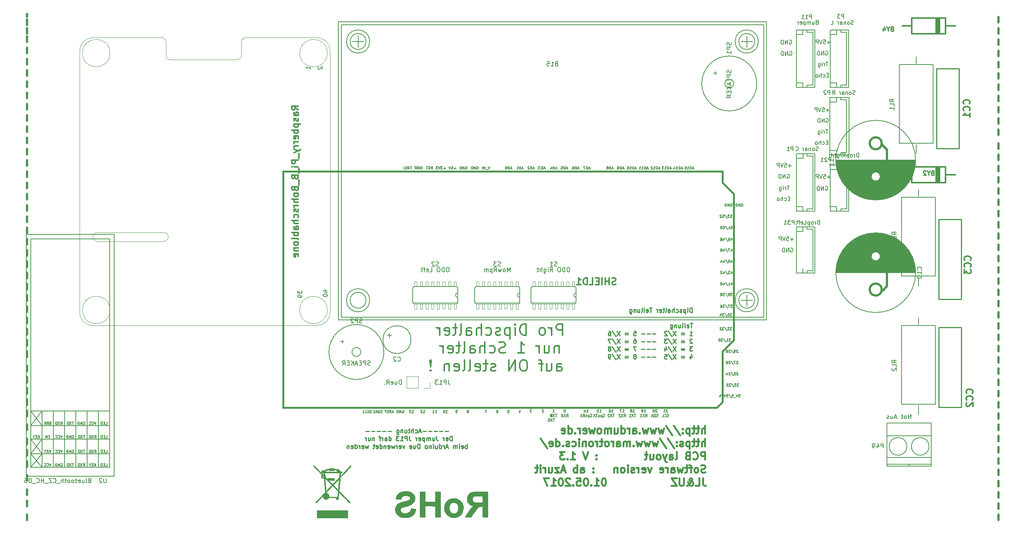
<source format=gbo>
G04 #@! TF.GenerationSoftware,KiCad,Pcbnew,(2017-02-19 revision a416f3a4e)-master*
G04 #@! TF.CreationDate,2017-04-26T11:10:12+02:00*
G04 #@! TF.ProjectId,ardumower mega shield svn,617264756D6F776572206D6567612073,1.3*
G04 #@! TF.FileFunction,Legend,Bot*
G04 #@! TF.FilePolarity,Positive*
%FSLAX46Y46*%
G04 Gerber Fmt 4.6, Leading zero omitted, Abs format (unit mm)*
G04 Created by KiCad (PCBNEW (2017-02-19 revision a416f3a4e)-master) date 04/26/17 11:10:12*
%MOMM*%
%LPD*%
G01*
G04 APERTURE LIST*
%ADD10C,0.100000*%
%ADD11C,0.250000*%
%ADD12C,0.150000*%
%ADD13C,0.304800*%
%ADD14C,0.500000*%
%ADD15C,0.300000*%
%ADD16C,0.400000*%
%ADD17C,0.050000*%
%ADD18C,0.381000*%
%ADD19C,0.248920*%
%ADD20C,0.066040*%
%ADD21C,0.152400*%
%ADD22C,0.050800*%
%ADD23C,0.010000*%
%ADD24C,0.120000*%
G04 APERTURE END LIST*
D10*
D11*
X133745714Y-124686428D02*
X132983809Y-124686428D01*
X132507619Y-124686428D02*
X131745714Y-124686428D01*
X131269523Y-124686428D02*
X130507619Y-124686428D01*
X130031428Y-124686428D02*
X129269523Y-124686428D01*
X128793333Y-124686428D02*
X128031428Y-124686428D01*
X127602857Y-124781666D02*
X127126666Y-124781666D01*
X127698095Y-125067380D02*
X127364761Y-124067380D01*
X127031428Y-125067380D01*
X126269523Y-125019761D02*
X126364761Y-125067380D01*
X126555238Y-125067380D01*
X126650476Y-125019761D01*
X126698095Y-124972142D01*
X126745714Y-124876904D01*
X126745714Y-124591190D01*
X126698095Y-124495952D01*
X126650476Y-124448333D01*
X126555238Y-124400714D01*
X126364761Y-124400714D01*
X126269523Y-124448333D01*
X125840952Y-125067380D02*
X125840952Y-124067380D01*
X125412380Y-125067380D02*
X125412380Y-124543571D01*
X125460000Y-124448333D01*
X125555238Y-124400714D01*
X125698095Y-124400714D01*
X125793333Y-124448333D01*
X125840952Y-124495952D01*
X125079047Y-124400714D02*
X124698095Y-124400714D01*
X124936190Y-124067380D02*
X124936190Y-124924523D01*
X124888571Y-125019761D01*
X124793333Y-125067380D01*
X124698095Y-125067380D01*
X123936190Y-124400714D02*
X123936190Y-125067380D01*
X124364761Y-124400714D02*
X124364761Y-124924523D01*
X124317142Y-125019761D01*
X124221904Y-125067380D01*
X124079047Y-125067380D01*
X123983809Y-125019761D01*
X123936190Y-124972142D01*
X123460000Y-124400714D02*
X123460000Y-125067380D01*
X123460000Y-124495952D02*
X123412380Y-124448333D01*
X123317142Y-124400714D01*
X123174285Y-124400714D01*
X123079047Y-124448333D01*
X123031428Y-124543571D01*
X123031428Y-125067380D01*
X122126666Y-124400714D02*
X122126666Y-125210238D01*
X122174285Y-125305476D01*
X122221904Y-125353095D01*
X122317142Y-125400714D01*
X122460000Y-125400714D01*
X122555238Y-125353095D01*
X122126666Y-125019761D02*
X122221904Y-125067380D01*
X122412380Y-125067380D01*
X122507619Y-125019761D01*
X122555238Y-124972142D01*
X122602857Y-124876904D01*
X122602857Y-124591190D01*
X122555238Y-124495952D01*
X122507619Y-124448333D01*
X122412380Y-124400714D01*
X122221904Y-124400714D01*
X122126666Y-124448333D01*
X120888571Y-124686428D02*
X120126666Y-124686428D01*
X119650476Y-124686428D02*
X118888571Y-124686428D01*
X118412380Y-124686428D02*
X117650476Y-124686428D01*
X117174285Y-124686428D02*
X116412380Y-124686428D01*
X115936190Y-124686428D02*
X115174285Y-124686428D01*
X134602857Y-126817380D02*
X134602857Y-125817380D01*
X134364761Y-125817380D01*
X134221904Y-125865000D01*
X134126666Y-125960238D01*
X134079047Y-126055476D01*
X134031428Y-126245952D01*
X134031428Y-126388809D01*
X134079047Y-126579285D01*
X134126666Y-126674523D01*
X134221904Y-126769761D01*
X134364761Y-126817380D01*
X134602857Y-126817380D01*
X133221904Y-126769761D02*
X133317142Y-126817380D01*
X133507619Y-126817380D01*
X133602857Y-126769761D01*
X133650476Y-126674523D01*
X133650476Y-126293571D01*
X133602857Y-126198333D01*
X133507619Y-126150714D01*
X133317142Y-126150714D01*
X133221904Y-126198333D01*
X133174285Y-126293571D01*
X133174285Y-126388809D01*
X133650476Y-126484047D01*
X132745714Y-126817380D02*
X132745714Y-126150714D01*
X132745714Y-126341190D02*
X132698095Y-126245952D01*
X132650476Y-126198333D01*
X132555238Y-126150714D01*
X132460000Y-126150714D01*
X131079047Y-125817380D02*
X131079047Y-126531666D01*
X131126666Y-126674523D01*
X131221904Y-126769761D01*
X131364761Y-126817380D01*
X131460000Y-126817380D01*
X130174285Y-126150714D02*
X130174285Y-126817380D01*
X130602857Y-126150714D02*
X130602857Y-126674523D01*
X130555238Y-126769761D01*
X130460000Y-126817380D01*
X130317142Y-126817380D01*
X130221904Y-126769761D01*
X130174285Y-126722142D01*
X129698095Y-126817380D02*
X129698095Y-126150714D01*
X129698095Y-126245952D02*
X129650476Y-126198333D01*
X129555238Y-126150714D01*
X129412380Y-126150714D01*
X129317142Y-126198333D01*
X129269523Y-126293571D01*
X129269523Y-126817380D01*
X129269523Y-126293571D02*
X129221904Y-126198333D01*
X129126666Y-126150714D01*
X128983809Y-126150714D01*
X128888571Y-126198333D01*
X128840952Y-126293571D01*
X128840952Y-126817380D01*
X128364761Y-126150714D02*
X128364761Y-127150714D01*
X128364761Y-126198333D02*
X128269523Y-126150714D01*
X128079047Y-126150714D01*
X127983809Y-126198333D01*
X127936190Y-126245952D01*
X127888571Y-126341190D01*
X127888571Y-126626904D01*
X127936190Y-126722142D01*
X127983809Y-126769761D01*
X128079047Y-126817380D01*
X128269523Y-126817380D01*
X128364761Y-126769761D01*
X127079047Y-126769761D02*
X127174285Y-126817380D01*
X127364761Y-126817380D01*
X127460000Y-126769761D01*
X127507619Y-126674523D01*
X127507619Y-126293571D01*
X127460000Y-126198333D01*
X127364761Y-126150714D01*
X127174285Y-126150714D01*
X127079047Y-126198333D01*
X127031428Y-126293571D01*
X127031428Y-126388809D01*
X127507619Y-126484047D01*
X126602857Y-126817380D02*
X126602857Y-126150714D01*
X126602857Y-126341190D02*
X126555238Y-126245952D01*
X126507619Y-126198333D01*
X126412380Y-126150714D01*
X126317142Y-126150714D01*
X124936190Y-125817380D02*
X124936190Y-126531666D01*
X124983809Y-126674523D01*
X125079047Y-126769761D01*
X125221904Y-126817380D01*
X125317142Y-126817380D01*
X124460000Y-126817380D02*
X124460000Y-125817380D01*
X124079047Y-125817380D01*
X123983809Y-125865000D01*
X123936190Y-125912619D01*
X123888571Y-126007857D01*
X123888571Y-126150714D01*
X123936190Y-126245952D01*
X123983809Y-126293571D01*
X124079047Y-126341190D01*
X124460000Y-126341190D01*
X122936190Y-126817380D02*
X123507619Y-126817380D01*
X123221904Y-126817380D02*
X123221904Y-125817380D01*
X123317142Y-125960238D01*
X123412380Y-126055476D01*
X123507619Y-126103095D01*
X122602857Y-125817380D02*
X121983809Y-125817380D01*
X122317142Y-126198333D01*
X122174285Y-126198333D01*
X122079047Y-126245952D01*
X122031428Y-126293571D01*
X121983809Y-126388809D01*
X121983809Y-126626904D01*
X122031428Y-126722142D01*
X122079047Y-126769761D01*
X122174285Y-126817380D01*
X122460000Y-126817380D01*
X122555238Y-126769761D01*
X122602857Y-126722142D01*
X120364761Y-126817380D02*
X120364761Y-125817380D01*
X120364761Y-126769761D02*
X120460000Y-126817380D01*
X120650476Y-126817380D01*
X120745714Y-126769761D01*
X120793333Y-126722142D01*
X120840952Y-126626904D01*
X120840952Y-126341190D01*
X120793333Y-126245952D01*
X120745714Y-126198333D01*
X120650476Y-126150714D01*
X120460000Y-126150714D01*
X120364761Y-126198333D01*
X119460000Y-126817380D02*
X119460000Y-126293571D01*
X119507619Y-126198333D01*
X119602857Y-126150714D01*
X119793333Y-126150714D01*
X119888571Y-126198333D01*
X119460000Y-126769761D02*
X119555238Y-126817380D01*
X119793333Y-126817380D01*
X119888571Y-126769761D01*
X119936190Y-126674523D01*
X119936190Y-126579285D01*
X119888571Y-126484047D01*
X119793333Y-126436428D01*
X119555238Y-126436428D01*
X119460000Y-126388809D01*
X118983809Y-126817380D02*
X118983809Y-126150714D01*
X118983809Y-126341190D02*
X118936190Y-126245952D01*
X118888571Y-126198333D01*
X118793333Y-126150714D01*
X118698095Y-126150714D01*
X118507619Y-126150714D02*
X118126666Y-126150714D01*
X118364761Y-126817380D02*
X118364761Y-125960238D01*
X118317142Y-125865000D01*
X118221904Y-125817380D01*
X118126666Y-125817380D01*
X117031428Y-126150714D02*
X117031428Y-126817380D01*
X117031428Y-126245952D02*
X116983809Y-126198333D01*
X116888571Y-126150714D01*
X116745714Y-126150714D01*
X116650476Y-126198333D01*
X116602857Y-126293571D01*
X116602857Y-126817380D01*
X115698095Y-126150714D02*
X115698095Y-126817380D01*
X116126666Y-126150714D02*
X116126666Y-126674523D01*
X116079047Y-126769761D01*
X115983809Y-126817380D01*
X115840952Y-126817380D01*
X115745714Y-126769761D01*
X115698095Y-126722142D01*
X115221904Y-126817380D02*
X115221904Y-126150714D01*
X115221904Y-126341190D02*
X115174285Y-126245952D01*
X115126666Y-126198333D01*
X115031428Y-126150714D01*
X114936190Y-126150714D01*
X137983809Y-128567380D02*
X137983809Y-127567380D01*
X137983809Y-127948333D02*
X137888571Y-127900714D01*
X137698095Y-127900714D01*
X137602857Y-127948333D01*
X137555238Y-127995952D01*
X137507619Y-128091190D01*
X137507619Y-128376904D01*
X137555238Y-128472142D01*
X137602857Y-128519761D01*
X137698095Y-128567380D01*
X137888571Y-128567380D01*
X137983809Y-128519761D01*
X136698095Y-128519761D02*
X136793333Y-128567380D01*
X136983809Y-128567380D01*
X137079047Y-128519761D01*
X137126666Y-128424523D01*
X137126666Y-128043571D01*
X137079047Y-127948333D01*
X136983809Y-127900714D01*
X136793333Y-127900714D01*
X136698095Y-127948333D01*
X136650476Y-128043571D01*
X136650476Y-128138809D01*
X137126666Y-128234047D01*
X136221904Y-128567380D02*
X136221904Y-127900714D01*
X136221904Y-127567380D02*
X136269523Y-127615000D01*
X136221904Y-127662619D01*
X136174285Y-127615000D01*
X136221904Y-127567380D01*
X136221904Y-127662619D01*
X135745714Y-128567380D02*
X135745714Y-127900714D01*
X135745714Y-127995952D02*
X135698095Y-127948333D01*
X135602857Y-127900714D01*
X135460000Y-127900714D01*
X135364761Y-127948333D01*
X135317142Y-128043571D01*
X135317142Y-128567380D01*
X135317142Y-128043571D02*
X135269523Y-127948333D01*
X135174285Y-127900714D01*
X135031428Y-127900714D01*
X134936190Y-127948333D01*
X134888571Y-128043571D01*
X134888571Y-128567380D01*
X133698095Y-128281666D02*
X133221904Y-128281666D01*
X133793333Y-128567380D02*
X133460000Y-127567380D01*
X133126666Y-128567380D01*
X132793333Y-128567380D02*
X132793333Y-127900714D01*
X132793333Y-128091190D02*
X132745714Y-127995952D01*
X132698095Y-127948333D01*
X132602857Y-127900714D01*
X132507619Y-127900714D01*
X131745714Y-128567380D02*
X131745714Y-127567380D01*
X131745714Y-128519761D02*
X131840952Y-128567380D01*
X132031428Y-128567380D01*
X132126666Y-128519761D01*
X132174285Y-128472142D01*
X132221904Y-128376904D01*
X132221904Y-128091190D01*
X132174285Y-127995952D01*
X132126666Y-127948333D01*
X132031428Y-127900714D01*
X131840952Y-127900714D01*
X131745714Y-127948333D01*
X130840952Y-127900714D02*
X130840952Y-128567380D01*
X131269523Y-127900714D02*
X131269523Y-128424523D01*
X131221904Y-128519761D01*
X131126666Y-128567380D01*
X130983809Y-128567380D01*
X130888571Y-128519761D01*
X130840952Y-128472142D01*
X130364761Y-128567380D02*
X130364761Y-127900714D01*
X130364761Y-127567380D02*
X130412380Y-127615000D01*
X130364761Y-127662619D01*
X130317142Y-127615000D01*
X130364761Y-127567380D01*
X130364761Y-127662619D01*
X129888571Y-127900714D02*
X129888571Y-128567380D01*
X129888571Y-127995952D02*
X129840952Y-127948333D01*
X129745714Y-127900714D01*
X129602857Y-127900714D01*
X129507619Y-127948333D01*
X129460000Y-128043571D01*
X129460000Y-128567380D01*
X128840952Y-128567380D02*
X128936190Y-128519761D01*
X128983809Y-128472142D01*
X129031428Y-128376904D01*
X129031428Y-128091190D01*
X128983809Y-127995952D01*
X128936190Y-127948333D01*
X128840952Y-127900714D01*
X128698095Y-127900714D01*
X128602857Y-127948333D01*
X128555238Y-127995952D01*
X128507619Y-128091190D01*
X128507619Y-128376904D01*
X128555238Y-128472142D01*
X128602857Y-128519761D01*
X128698095Y-128567380D01*
X128840952Y-128567380D01*
X127317142Y-128567380D02*
X127317142Y-127567380D01*
X127079047Y-127567380D01*
X126936190Y-127615000D01*
X126840952Y-127710238D01*
X126793333Y-127805476D01*
X126745714Y-127995952D01*
X126745714Y-128138809D01*
X126793333Y-128329285D01*
X126840952Y-128424523D01*
X126936190Y-128519761D01*
X127079047Y-128567380D01*
X127317142Y-128567380D01*
X125888571Y-127900714D02*
X125888571Y-128567380D01*
X126317142Y-127900714D02*
X126317142Y-128424523D01*
X126269523Y-128519761D01*
X126174285Y-128567380D01*
X126031428Y-128567380D01*
X125936190Y-128519761D01*
X125888571Y-128472142D01*
X125031428Y-128519761D02*
X125126666Y-128567380D01*
X125317142Y-128567380D01*
X125412380Y-128519761D01*
X125460000Y-128424523D01*
X125460000Y-128043571D01*
X125412380Y-127948333D01*
X125317142Y-127900714D01*
X125126666Y-127900714D01*
X125031428Y-127948333D01*
X124983809Y-128043571D01*
X124983809Y-128138809D01*
X125460000Y-128234047D01*
X123888571Y-127900714D02*
X123650476Y-128567380D01*
X123412380Y-127900714D01*
X122650476Y-128519761D02*
X122745714Y-128567380D01*
X122936190Y-128567380D01*
X123031428Y-128519761D01*
X123079047Y-128424523D01*
X123079047Y-128043571D01*
X123031428Y-127948333D01*
X122936190Y-127900714D01*
X122745714Y-127900714D01*
X122650476Y-127948333D01*
X122602857Y-128043571D01*
X122602857Y-128138809D01*
X123079047Y-128234047D01*
X122174285Y-128567380D02*
X122174285Y-127900714D01*
X122174285Y-128091190D02*
X122126666Y-127995952D01*
X122079047Y-127948333D01*
X121983809Y-127900714D01*
X121888571Y-127900714D01*
X121650476Y-127900714D02*
X121460000Y-128567380D01*
X121269523Y-128091190D01*
X121079047Y-128567380D01*
X120888571Y-127900714D01*
X120126666Y-128519761D02*
X120221904Y-128567380D01*
X120412380Y-128567380D01*
X120507619Y-128519761D01*
X120555238Y-128424523D01*
X120555238Y-128043571D01*
X120507619Y-127948333D01*
X120412380Y-127900714D01*
X120221904Y-127900714D01*
X120126666Y-127948333D01*
X120079047Y-128043571D01*
X120079047Y-128138809D01*
X120555238Y-128234047D01*
X119650476Y-127900714D02*
X119650476Y-128567380D01*
X119650476Y-127995952D02*
X119602857Y-127948333D01*
X119507619Y-127900714D01*
X119364761Y-127900714D01*
X119269523Y-127948333D01*
X119221904Y-128043571D01*
X119221904Y-128567380D01*
X118317142Y-128567380D02*
X118317142Y-127567380D01*
X118317142Y-128519761D02*
X118412380Y-128567380D01*
X118602857Y-128567380D01*
X118698095Y-128519761D01*
X118745714Y-128472142D01*
X118793333Y-128376904D01*
X118793333Y-128091190D01*
X118745714Y-127995952D01*
X118698095Y-127948333D01*
X118602857Y-127900714D01*
X118412380Y-127900714D01*
X118317142Y-127948333D01*
X117460000Y-128519761D02*
X117555238Y-128567380D01*
X117745714Y-128567380D01*
X117840952Y-128519761D01*
X117888571Y-128424523D01*
X117888571Y-128043571D01*
X117840952Y-127948333D01*
X117745714Y-127900714D01*
X117555238Y-127900714D01*
X117460000Y-127948333D01*
X117412380Y-128043571D01*
X117412380Y-128138809D01*
X117888571Y-128234047D01*
X117126666Y-127900714D02*
X116745714Y-127900714D01*
X116983809Y-127567380D02*
X116983809Y-128424523D01*
X116936190Y-128519761D01*
X116840952Y-128567380D01*
X116745714Y-128567380D01*
X115745714Y-127900714D02*
X115555238Y-128567380D01*
X115364761Y-128091190D01*
X115174285Y-128567380D01*
X114983809Y-127900714D01*
X114221904Y-128519761D02*
X114317142Y-128567380D01*
X114507619Y-128567380D01*
X114602857Y-128519761D01*
X114650476Y-128424523D01*
X114650476Y-128043571D01*
X114602857Y-127948333D01*
X114507619Y-127900714D01*
X114317142Y-127900714D01*
X114221904Y-127948333D01*
X114174285Y-128043571D01*
X114174285Y-128138809D01*
X114650476Y-128234047D01*
X113745714Y-128567380D02*
X113745714Y-127900714D01*
X113745714Y-128091190D02*
X113698095Y-127995952D01*
X113650476Y-127948333D01*
X113555238Y-127900714D01*
X113460000Y-127900714D01*
X112698095Y-128567380D02*
X112698095Y-127567380D01*
X112698095Y-128519761D02*
X112793333Y-128567380D01*
X112983809Y-128567380D01*
X113079047Y-128519761D01*
X113126666Y-128472142D01*
X113174285Y-128376904D01*
X113174285Y-128091190D01*
X113126666Y-127995952D01*
X113079047Y-127948333D01*
X112983809Y-127900714D01*
X112793333Y-127900714D01*
X112698095Y-127948333D01*
X111840952Y-128519761D02*
X111936190Y-128567380D01*
X112126666Y-128567380D01*
X112221904Y-128519761D01*
X112269523Y-128424523D01*
X112269523Y-128043571D01*
X112221904Y-127948333D01*
X112126666Y-127900714D01*
X111936190Y-127900714D01*
X111840952Y-127948333D01*
X111793333Y-128043571D01*
X111793333Y-128138809D01*
X112269523Y-128234047D01*
X111364761Y-127900714D02*
X111364761Y-128567380D01*
X111364761Y-127995952D02*
X111317142Y-127948333D01*
X111221904Y-127900714D01*
X111079047Y-127900714D01*
X110983809Y-127948333D01*
X110936190Y-128043571D01*
X110936190Y-128567380D01*
D12*
X116443000Y-120511857D02*
X116357285Y-120540428D01*
X116214428Y-120540428D01*
X116157285Y-120511857D01*
X116128714Y-120483285D01*
X116100142Y-120426142D01*
X116100142Y-120369000D01*
X116128714Y-120311857D01*
X116157285Y-120283285D01*
X116214428Y-120254714D01*
X116328714Y-120226142D01*
X116385857Y-120197571D01*
X116414428Y-120169000D01*
X116443000Y-120111857D01*
X116443000Y-120054714D01*
X116414428Y-119997571D01*
X116385857Y-119969000D01*
X116328714Y-119940428D01*
X116185857Y-119940428D01*
X116100142Y-119969000D01*
X115500142Y-120483285D02*
X115528714Y-120511857D01*
X115614428Y-120540428D01*
X115671571Y-120540428D01*
X115757285Y-120511857D01*
X115814428Y-120454714D01*
X115843000Y-120397571D01*
X115871571Y-120283285D01*
X115871571Y-120197571D01*
X115843000Y-120083285D01*
X115814428Y-120026142D01*
X115757285Y-119969000D01*
X115671571Y-119940428D01*
X115614428Y-119940428D01*
X115528714Y-119969000D01*
X115500142Y-119997571D01*
X114957285Y-120540428D02*
X115243000Y-120540428D01*
X115243000Y-119940428D01*
X114443000Y-120540428D02*
X114785857Y-120540428D01*
X114614428Y-120540428D02*
X114614428Y-119940428D01*
X114671571Y-120026142D01*
X114728714Y-120083285D01*
X114785857Y-120111857D01*
X118870285Y-120511857D02*
X118784571Y-120540428D01*
X118641714Y-120540428D01*
X118584571Y-120511857D01*
X118556000Y-120483285D01*
X118527428Y-120426142D01*
X118527428Y-120369000D01*
X118556000Y-120311857D01*
X118584571Y-120283285D01*
X118641714Y-120254714D01*
X118756000Y-120226142D01*
X118813142Y-120197571D01*
X118841714Y-120169000D01*
X118870285Y-120111857D01*
X118870285Y-120054714D01*
X118841714Y-119997571D01*
X118813142Y-119969000D01*
X118756000Y-119940428D01*
X118613142Y-119940428D01*
X118527428Y-119969000D01*
X118270285Y-120540428D02*
X118270285Y-119940428D01*
X118127428Y-119940428D01*
X118041714Y-119969000D01*
X117984571Y-120026142D01*
X117956000Y-120083285D01*
X117927428Y-120197571D01*
X117927428Y-120283285D01*
X117956000Y-120397571D01*
X117984571Y-120454714D01*
X118041714Y-120511857D01*
X118127428Y-120540428D01*
X118270285Y-120540428D01*
X117698857Y-120369000D02*
X117413142Y-120369000D01*
X117756000Y-120540428D02*
X117556000Y-119940428D01*
X117356000Y-120540428D01*
X116841714Y-120540428D02*
X117184571Y-120540428D01*
X117013142Y-120540428D02*
X117013142Y-119940428D01*
X117070285Y-120026142D01*
X117127428Y-120083285D01*
X117184571Y-120111857D01*
X121367428Y-120369000D02*
X121081714Y-120369000D01*
X121424571Y-120540428D02*
X121224571Y-119940428D01*
X121024571Y-120540428D01*
X120481714Y-120540428D02*
X120681714Y-120254714D01*
X120824571Y-120540428D02*
X120824571Y-119940428D01*
X120596000Y-119940428D01*
X120538857Y-119969000D01*
X120510285Y-119997571D01*
X120481714Y-120054714D01*
X120481714Y-120140428D01*
X120510285Y-120197571D01*
X120538857Y-120226142D01*
X120596000Y-120254714D01*
X120824571Y-120254714D01*
X120224571Y-120226142D02*
X120024571Y-120226142D01*
X119938857Y-120540428D02*
X120224571Y-120540428D01*
X120224571Y-119940428D01*
X119938857Y-119940428D01*
X119481714Y-120226142D02*
X119681714Y-120226142D01*
X119681714Y-120540428D02*
X119681714Y-119940428D01*
X119396000Y-119940428D01*
X123393142Y-119969000D02*
X123450285Y-119940428D01*
X123536000Y-119940428D01*
X123621714Y-119969000D01*
X123678857Y-120026142D01*
X123707428Y-120083285D01*
X123736000Y-120197571D01*
X123736000Y-120283285D01*
X123707428Y-120397571D01*
X123678857Y-120454714D01*
X123621714Y-120511857D01*
X123536000Y-120540428D01*
X123478857Y-120540428D01*
X123393142Y-120511857D01*
X123364571Y-120483285D01*
X123364571Y-120283285D01*
X123478857Y-120283285D01*
X123107428Y-120540428D02*
X123107428Y-119940428D01*
X122764571Y-120540428D01*
X122764571Y-119940428D01*
X122478857Y-120540428D02*
X122478857Y-119940428D01*
X122336000Y-119940428D01*
X122250285Y-119969000D01*
X122193142Y-120026142D01*
X122164571Y-120083285D01*
X122136000Y-120197571D01*
X122136000Y-120283285D01*
X122164571Y-120397571D01*
X122193142Y-120454714D01*
X122250285Y-120511857D01*
X122336000Y-120540428D01*
X122478857Y-120540428D01*
X125590285Y-120540428D02*
X125933142Y-120540428D01*
X125761714Y-120540428D02*
X125761714Y-119940428D01*
X125818857Y-120026142D01*
X125876000Y-120083285D01*
X125933142Y-120111857D01*
X125390285Y-119940428D02*
X125018857Y-119940428D01*
X125218857Y-120169000D01*
X125133142Y-120169000D01*
X125076000Y-120197571D01*
X125047428Y-120226142D01*
X125018857Y-120283285D01*
X125018857Y-120426142D01*
X125047428Y-120483285D01*
X125076000Y-120511857D01*
X125133142Y-120540428D01*
X125304571Y-120540428D01*
X125361714Y-120511857D01*
X125390285Y-120483285D01*
X128130285Y-120540428D02*
X128473142Y-120540428D01*
X128301714Y-120540428D02*
X128301714Y-119940428D01*
X128358857Y-120026142D01*
X128416000Y-120083285D01*
X128473142Y-120111857D01*
X127901714Y-119997571D02*
X127873142Y-119969000D01*
X127816000Y-119940428D01*
X127673142Y-119940428D01*
X127616000Y-119969000D01*
X127587428Y-119997571D01*
X127558857Y-120054714D01*
X127558857Y-120111857D01*
X127587428Y-120197571D01*
X127930285Y-120540428D01*
X127558857Y-120540428D01*
X130797285Y-120540428D02*
X131140142Y-120540428D01*
X130968714Y-120540428D02*
X130968714Y-119940428D01*
X131025857Y-120026142D01*
X131083000Y-120083285D01*
X131140142Y-120111857D01*
X130225857Y-120540428D02*
X130568714Y-120540428D01*
X130397285Y-120540428D02*
X130397285Y-119940428D01*
X130454428Y-120026142D01*
X130511571Y-120083285D01*
X130568714Y-120111857D01*
X133210285Y-120540428D02*
X133553142Y-120540428D01*
X133381714Y-120540428D02*
X133381714Y-119940428D01*
X133438857Y-120026142D01*
X133496000Y-120083285D01*
X133553142Y-120111857D01*
X132838857Y-119940428D02*
X132781714Y-119940428D01*
X132724571Y-119969000D01*
X132696000Y-119997571D01*
X132667428Y-120054714D01*
X132638857Y-120169000D01*
X132638857Y-120311857D01*
X132667428Y-120426142D01*
X132696000Y-120483285D01*
X132724571Y-120511857D01*
X132781714Y-120540428D01*
X132838857Y-120540428D01*
X132896000Y-120511857D01*
X132924571Y-120483285D01*
X132953142Y-120426142D01*
X132981714Y-120311857D01*
X132981714Y-120169000D01*
X132953142Y-120054714D01*
X132924571Y-119997571D01*
X132896000Y-119969000D01*
X132838857Y-119940428D01*
X135750285Y-120540428D02*
X135636000Y-120540428D01*
X135578857Y-120511857D01*
X135550285Y-120483285D01*
X135493142Y-120397571D01*
X135464571Y-120283285D01*
X135464571Y-120054714D01*
X135493142Y-119997571D01*
X135521714Y-119969000D01*
X135578857Y-119940428D01*
X135693142Y-119940428D01*
X135750285Y-119969000D01*
X135778857Y-119997571D01*
X135807428Y-120054714D01*
X135807428Y-120197571D01*
X135778857Y-120254714D01*
X135750285Y-120283285D01*
X135693142Y-120311857D01*
X135578857Y-120311857D01*
X135521714Y-120283285D01*
X135493142Y-120254714D01*
X135464571Y-120197571D01*
X138233142Y-120197571D02*
X138290285Y-120169000D01*
X138318857Y-120140428D01*
X138347428Y-120083285D01*
X138347428Y-120054714D01*
X138318857Y-119997571D01*
X138290285Y-119969000D01*
X138233142Y-119940428D01*
X138118857Y-119940428D01*
X138061714Y-119969000D01*
X138033142Y-119997571D01*
X138004571Y-120054714D01*
X138004571Y-120083285D01*
X138033142Y-120140428D01*
X138061714Y-120169000D01*
X138118857Y-120197571D01*
X138233142Y-120197571D01*
X138290285Y-120226142D01*
X138318857Y-120254714D01*
X138347428Y-120311857D01*
X138347428Y-120426142D01*
X138318857Y-120483285D01*
X138290285Y-120511857D01*
X138233142Y-120540428D01*
X138118857Y-120540428D01*
X138061714Y-120511857D01*
X138033142Y-120483285D01*
X138004571Y-120426142D01*
X138004571Y-120311857D01*
X138033142Y-120254714D01*
X138061714Y-120226142D01*
X138118857Y-120197571D01*
X142440000Y-119940428D02*
X142040000Y-119940428D01*
X142297142Y-120540428D01*
X144665714Y-119940428D02*
X144780000Y-119940428D01*
X144837142Y-119969000D01*
X144865714Y-119997571D01*
X144922857Y-120083285D01*
X144951428Y-120197571D01*
X144951428Y-120426142D01*
X144922857Y-120483285D01*
X144894285Y-120511857D01*
X144837142Y-120540428D01*
X144722857Y-120540428D01*
X144665714Y-120511857D01*
X144637142Y-120483285D01*
X144608571Y-120426142D01*
X144608571Y-120283285D01*
X144637142Y-120226142D01*
X144665714Y-120197571D01*
X144722857Y-120169000D01*
X144837142Y-120169000D01*
X144894285Y-120197571D01*
X144922857Y-120226142D01*
X144951428Y-120283285D01*
X147177142Y-119940428D02*
X147462857Y-119940428D01*
X147491428Y-120226142D01*
X147462857Y-120197571D01*
X147405714Y-120169000D01*
X147262857Y-120169000D01*
X147205714Y-120197571D01*
X147177142Y-120226142D01*
X147148571Y-120283285D01*
X147148571Y-120426142D01*
X147177142Y-120483285D01*
X147205714Y-120511857D01*
X147262857Y-120540428D01*
X147405714Y-120540428D01*
X147462857Y-120511857D01*
X147491428Y-120483285D01*
X149745714Y-120140428D02*
X149745714Y-120540428D01*
X149888571Y-119911857D02*
X150031428Y-120340428D01*
X149660000Y-120340428D01*
X183210142Y-119853571D02*
X183181571Y-119825000D01*
X183124428Y-119796428D01*
X182981571Y-119796428D01*
X182924428Y-119825000D01*
X182895857Y-119853571D01*
X182867285Y-119910714D01*
X182867285Y-119967857D01*
X182895857Y-120053571D01*
X183238714Y-120396428D01*
X182867285Y-120396428D01*
X182295857Y-120396428D02*
X182638714Y-120396428D01*
X182467285Y-120396428D02*
X182467285Y-119796428D01*
X182524428Y-119882142D01*
X182581571Y-119939285D01*
X182638714Y-119967857D01*
X183467285Y-121417857D02*
X183381571Y-121446428D01*
X183238714Y-121446428D01*
X183181571Y-121417857D01*
X183153000Y-121389285D01*
X183124428Y-121332142D01*
X183124428Y-121275000D01*
X183153000Y-121217857D01*
X183181571Y-121189285D01*
X183238714Y-121160714D01*
X183353000Y-121132142D01*
X183410142Y-121103571D01*
X183438714Y-121075000D01*
X183467285Y-121017857D01*
X183467285Y-120960714D01*
X183438714Y-120903571D01*
X183410142Y-120875000D01*
X183353000Y-120846428D01*
X183210142Y-120846428D01*
X183124428Y-120875000D01*
X182524428Y-121389285D02*
X182553000Y-121417857D01*
X182638714Y-121446428D01*
X182695857Y-121446428D01*
X182781571Y-121417857D01*
X182838714Y-121360714D01*
X182867285Y-121303571D01*
X182895857Y-121189285D01*
X182895857Y-121103571D01*
X182867285Y-120989285D01*
X182838714Y-120932142D01*
X182781571Y-120875000D01*
X182695857Y-120846428D01*
X182638714Y-120846428D01*
X182553000Y-120875000D01*
X182524428Y-120903571D01*
X181981571Y-121446428D02*
X182267285Y-121446428D01*
X182267285Y-120846428D01*
X180797142Y-119853571D02*
X180768571Y-119825000D01*
X180711428Y-119796428D01*
X180568571Y-119796428D01*
X180511428Y-119825000D01*
X180482857Y-119853571D01*
X180454285Y-119910714D01*
X180454285Y-119967857D01*
X180482857Y-120053571D01*
X180825714Y-120396428D01*
X180454285Y-120396428D01*
X180082857Y-119796428D02*
X180025714Y-119796428D01*
X179968571Y-119825000D01*
X179940000Y-119853571D01*
X179911428Y-119910714D01*
X179882857Y-120025000D01*
X179882857Y-120167857D01*
X179911428Y-120282142D01*
X179940000Y-120339285D01*
X179968571Y-120367857D01*
X180025714Y-120396428D01*
X180082857Y-120396428D01*
X180140000Y-120367857D01*
X180168571Y-120339285D01*
X180197142Y-120282142D01*
X180225714Y-120167857D01*
X180225714Y-120025000D01*
X180197142Y-119910714D01*
X180168571Y-119853571D01*
X180140000Y-119825000D01*
X180082857Y-119796428D01*
X181068571Y-121417857D02*
X180982857Y-121446428D01*
X180840000Y-121446428D01*
X180782857Y-121417857D01*
X180754285Y-121389285D01*
X180725714Y-121332142D01*
X180725714Y-121275000D01*
X180754285Y-121217857D01*
X180782857Y-121189285D01*
X180840000Y-121160714D01*
X180954285Y-121132142D01*
X181011428Y-121103571D01*
X181040000Y-121075000D01*
X181068571Y-121017857D01*
X181068571Y-120960714D01*
X181040000Y-120903571D01*
X181011428Y-120875000D01*
X180954285Y-120846428D01*
X180811428Y-120846428D01*
X180725714Y-120875000D01*
X180468571Y-121446428D02*
X180468571Y-120846428D01*
X180325714Y-120846428D01*
X180240000Y-120875000D01*
X180182857Y-120932142D01*
X180154285Y-120989285D01*
X180125714Y-121103571D01*
X180125714Y-121189285D01*
X180154285Y-121303571D01*
X180182857Y-121360714D01*
X180240000Y-121417857D01*
X180325714Y-121446428D01*
X180468571Y-121446428D01*
X179897142Y-121275000D02*
X179611428Y-121275000D01*
X179954285Y-121446428D02*
X179754285Y-120846428D01*
X179554285Y-121446428D01*
X152600000Y-119813428D02*
X152228571Y-119813428D01*
X152428571Y-120042000D01*
X152342857Y-120042000D01*
X152285714Y-120070571D01*
X152257142Y-120099142D01*
X152228571Y-120156285D01*
X152228571Y-120299142D01*
X152257142Y-120356285D01*
X152285714Y-120384857D01*
X152342857Y-120413428D01*
X152514285Y-120413428D01*
X152571428Y-120384857D01*
X152600000Y-120356285D01*
X155238428Y-119870571D02*
X155209857Y-119842000D01*
X155152714Y-119813428D01*
X155009857Y-119813428D01*
X154952714Y-119842000D01*
X154924142Y-119870571D01*
X154895571Y-119927714D01*
X154895571Y-119984857D01*
X154924142Y-120070571D01*
X155267000Y-120413428D01*
X154895571Y-120413428D01*
X157308571Y-120396428D02*
X157651428Y-120396428D01*
X157480000Y-120396428D02*
X157480000Y-119796428D01*
X157537142Y-119882142D01*
X157594285Y-119939285D01*
X157651428Y-119967857D01*
X158222857Y-120846428D02*
X157880000Y-120846428D01*
X158051428Y-121446428D02*
X158051428Y-120846428D01*
X157737142Y-120846428D02*
X157337142Y-121446428D01*
X157337142Y-120846428D02*
X157737142Y-121446428D01*
X156994285Y-120846428D02*
X156937142Y-120846428D01*
X156880000Y-120875000D01*
X156851428Y-120903571D01*
X156822857Y-120960714D01*
X156794285Y-121075000D01*
X156794285Y-121217857D01*
X156822857Y-121332142D01*
X156851428Y-121389285D01*
X156880000Y-121417857D01*
X156937142Y-121446428D01*
X156994285Y-121446428D01*
X157051428Y-121417857D01*
X157080000Y-121389285D01*
X157108571Y-121332142D01*
X157137142Y-121217857D01*
X157137142Y-121075000D01*
X157108571Y-120960714D01*
X157080000Y-120903571D01*
X157051428Y-120875000D01*
X156994285Y-120846428D01*
X156800571Y-121412428D02*
X157143428Y-121412428D01*
X156972000Y-121412428D02*
X156972000Y-120812428D01*
X157029142Y-120898142D01*
X157086285Y-120955285D01*
X157143428Y-120983857D01*
X157714857Y-121862428D02*
X157372000Y-121862428D01*
X157543428Y-122462428D02*
X157543428Y-121862428D01*
X157229142Y-121862428D02*
X156829142Y-122462428D01*
X156829142Y-121862428D02*
X157229142Y-122462428D01*
X156486285Y-121862428D02*
X156429142Y-121862428D01*
X156372000Y-121891000D01*
X156343428Y-121919571D01*
X156314857Y-121976714D01*
X156286285Y-122091000D01*
X156286285Y-122233857D01*
X156314857Y-122348142D01*
X156343428Y-122405285D01*
X156372000Y-122433857D01*
X156429142Y-122462428D01*
X156486285Y-122462428D01*
X156543428Y-122433857D01*
X156572000Y-122405285D01*
X156600571Y-122348142D01*
X156629142Y-122233857D01*
X156629142Y-122091000D01*
X156600571Y-121976714D01*
X156572000Y-121919571D01*
X156543428Y-121891000D01*
X156486285Y-121862428D01*
X160048571Y-119796428D02*
X159991428Y-119796428D01*
X159934285Y-119825000D01*
X159905714Y-119853571D01*
X159877142Y-119910714D01*
X159848571Y-120025000D01*
X159848571Y-120167857D01*
X159877142Y-120282142D01*
X159905714Y-120339285D01*
X159934285Y-120367857D01*
X159991428Y-120396428D01*
X160048571Y-120396428D01*
X160105714Y-120367857D01*
X160134285Y-120339285D01*
X160162857Y-120282142D01*
X160191428Y-120167857D01*
X160191428Y-120025000D01*
X160162857Y-119910714D01*
X160134285Y-119853571D01*
X160105714Y-119825000D01*
X160048571Y-119796428D01*
X160405714Y-121446428D02*
X160605714Y-121160714D01*
X160748571Y-121446428D02*
X160748571Y-120846428D01*
X160520000Y-120846428D01*
X160462857Y-120875000D01*
X160434285Y-120903571D01*
X160405714Y-120960714D01*
X160405714Y-121046428D01*
X160434285Y-121103571D01*
X160462857Y-121132142D01*
X160520000Y-121160714D01*
X160748571Y-121160714D01*
X160205714Y-120846428D02*
X159805714Y-121446428D01*
X159805714Y-120846428D02*
X160205714Y-121446428D01*
X159462857Y-120846428D02*
X159405714Y-120846428D01*
X159348571Y-120875000D01*
X159320000Y-120903571D01*
X159291428Y-120960714D01*
X159262857Y-121075000D01*
X159262857Y-121217857D01*
X159291428Y-121332142D01*
X159320000Y-121389285D01*
X159348571Y-121417857D01*
X159405714Y-121446428D01*
X159462857Y-121446428D01*
X159520000Y-121417857D01*
X159548571Y-121389285D01*
X159577142Y-121332142D01*
X159605714Y-121217857D01*
X159605714Y-121075000D01*
X159577142Y-120960714D01*
X159548571Y-120903571D01*
X159520000Y-120875000D01*
X159462857Y-120846428D01*
X164960285Y-120396428D02*
X165303142Y-120396428D01*
X165131714Y-120396428D02*
X165131714Y-119796428D01*
X165188857Y-119882142D01*
X165246000Y-119939285D01*
X165303142Y-119967857D01*
X164446000Y-119996428D02*
X164446000Y-120396428D01*
X164588857Y-119767857D02*
X164731714Y-120196428D01*
X164360285Y-120196428D01*
X165788857Y-120875000D02*
X165846000Y-120846428D01*
X165931714Y-120846428D01*
X166017428Y-120875000D01*
X166074571Y-120932142D01*
X166103142Y-120989285D01*
X166131714Y-121103571D01*
X166131714Y-121189285D01*
X166103142Y-121303571D01*
X166074571Y-121360714D01*
X166017428Y-121417857D01*
X165931714Y-121446428D01*
X165874571Y-121446428D01*
X165788857Y-121417857D01*
X165760285Y-121389285D01*
X165760285Y-121189285D01*
X165874571Y-121189285D01*
X165503142Y-121046428D02*
X165503142Y-121646428D01*
X165503142Y-121075000D02*
X165446000Y-121046428D01*
X165331714Y-121046428D01*
X165274571Y-121075000D01*
X165246000Y-121103571D01*
X165217428Y-121160714D01*
X165217428Y-121332142D01*
X165246000Y-121389285D01*
X165274571Y-121417857D01*
X165331714Y-121446428D01*
X165446000Y-121446428D01*
X165503142Y-121417857D01*
X164988857Y-121417857D02*
X164931714Y-121446428D01*
X164817428Y-121446428D01*
X164760285Y-121417857D01*
X164731714Y-121360714D01*
X164731714Y-121332142D01*
X164760285Y-121275000D01*
X164817428Y-121246428D01*
X164903142Y-121246428D01*
X164960285Y-121217857D01*
X164988857Y-121160714D01*
X164988857Y-121132142D01*
X164960285Y-121075000D01*
X164903142Y-121046428D01*
X164817428Y-121046428D01*
X164760285Y-121075000D01*
X164131714Y-121446428D02*
X164331714Y-121160714D01*
X164474571Y-121446428D02*
X164474571Y-120846428D01*
X164246000Y-120846428D01*
X164188857Y-120875000D01*
X164160285Y-120903571D01*
X164131714Y-120960714D01*
X164131714Y-121046428D01*
X164160285Y-121103571D01*
X164188857Y-121132142D01*
X164246000Y-121160714D01*
X164474571Y-121160714D01*
X163931714Y-120846428D02*
X163531714Y-121446428D01*
X163531714Y-120846428D02*
X163931714Y-121446428D01*
X167881285Y-120396428D02*
X168224142Y-120396428D01*
X168052714Y-120396428D02*
X168052714Y-119796428D01*
X168109857Y-119882142D01*
X168167000Y-119939285D01*
X168224142Y-119967857D01*
X167338428Y-119796428D02*
X167624142Y-119796428D01*
X167652714Y-120082142D01*
X167624142Y-120053571D01*
X167567000Y-120025000D01*
X167424142Y-120025000D01*
X167367000Y-120053571D01*
X167338428Y-120082142D01*
X167309857Y-120139285D01*
X167309857Y-120282142D01*
X167338428Y-120339285D01*
X167367000Y-120367857D01*
X167424142Y-120396428D01*
X167567000Y-120396428D01*
X167624142Y-120367857D01*
X167652714Y-120339285D01*
X168638428Y-120875000D02*
X168695571Y-120846428D01*
X168781285Y-120846428D01*
X168867000Y-120875000D01*
X168924142Y-120932142D01*
X168952714Y-120989285D01*
X168981285Y-121103571D01*
X168981285Y-121189285D01*
X168952714Y-121303571D01*
X168924142Y-121360714D01*
X168867000Y-121417857D01*
X168781285Y-121446428D01*
X168724142Y-121446428D01*
X168638428Y-121417857D01*
X168609857Y-121389285D01*
X168609857Y-121189285D01*
X168724142Y-121189285D01*
X168352714Y-121046428D02*
X168352714Y-121646428D01*
X168352714Y-121075000D02*
X168295571Y-121046428D01*
X168181285Y-121046428D01*
X168124142Y-121075000D01*
X168095571Y-121103571D01*
X168067000Y-121160714D01*
X168067000Y-121332142D01*
X168095571Y-121389285D01*
X168124142Y-121417857D01*
X168181285Y-121446428D01*
X168295571Y-121446428D01*
X168352714Y-121417857D01*
X167838428Y-121417857D02*
X167781285Y-121446428D01*
X167667000Y-121446428D01*
X167609857Y-121417857D01*
X167581285Y-121360714D01*
X167581285Y-121332142D01*
X167609857Y-121275000D01*
X167667000Y-121246428D01*
X167752714Y-121246428D01*
X167809857Y-121217857D01*
X167838428Y-121160714D01*
X167838428Y-121132142D01*
X167809857Y-121075000D01*
X167752714Y-121046428D01*
X167667000Y-121046428D01*
X167609857Y-121075000D01*
X167409857Y-120846428D02*
X167067000Y-120846428D01*
X167238428Y-121446428D02*
X167238428Y-120846428D01*
X166924142Y-120846428D02*
X166524142Y-121446428D01*
X166524142Y-120846428D02*
X166924142Y-121446428D01*
X170548285Y-120396428D02*
X170891142Y-120396428D01*
X170719714Y-120396428D02*
X170719714Y-119796428D01*
X170776857Y-119882142D01*
X170834000Y-119939285D01*
X170891142Y-119967857D01*
X170034000Y-119796428D02*
X170148285Y-119796428D01*
X170205428Y-119825000D01*
X170234000Y-119853571D01*
X170291142Y-119939285D01*
X170319714Y-120053571D01*
X170319714Y-120282142D01*
X170291142Y-120339285D01*
X170262571Y-120367857D01*
X170205428Y-120396428D01*
X170091142Y-120396428D01*
X170034000Y-120367857D01*
X170005428Y-120339285D01*
X169976857Y-120282142D01*
X169976857Y-120139285D01*
X170005428Y-120082142D01*
X170034000Y-120053571D01*
X170091142Y-120025000D01*
X170205428Y-120025000D01*
X170262571Y-120053571D01*
X170291142Y-120082142D01*
X170319714Y-120139285D01*
X171176857Y-120846428D02*
X170834000Y-120846428D01*
X171005428Y-121446428D02*
X171005428Y-120846428D01*
X170691142Y-120846428D02*
X170291142Y-121446428D01*
X170291142Y-120846428D02*
X170691142Y-121446428D01*
X170091142Y-120903571D02*
X170062571Y-120875000D01*
X170005428Y-120846428D01*
X169862571Y-120846428D01*
X169805428Y-120875000D01*
X169776857Y-120903571D01*
X169748285Y-120960714D01*
X169748285Y-121017857D01*
X169776857Y-121103571D01*
X170119714Y-121446428D01*
X169748285Y-121446428D01*
X173088285Y-120396428D02*
X173431142Y-120396428D01*
X173259714Y-120396428D02*
X173259714Y-119796428D01*
X173316857Y-119882142D01*
X173374000Y-119939285D01*
X173431142Y-119967857D01*
X172888285Y-119796428D02*
X172488285Y-119796428D01*
X172745428Y-120396428D01*
X173359714Y-121446428D02*
X173559714Y-121160714D01*
X173702571Y-121446428D02*
X173702571Y-120846428D01*
X173474000Y-120846428D01*
X173416857Y-120875000D01*
X173388285Y-120903571D01*
X173359714Y-120960714D01*
X173359714Y-121046428D01*
X173388285Y-121103571D01*
X173416857Y-121132142D01*
X173474000Y-121160714D01*
X173702571Y-121160714D01*
X173159714Y-120846428D02*
X172759714Y-121446428D01*
X172759714Y-120846428D02*
X173159714Y-121446428D01*
X172559714Y-120903571D02*
X172531142Y-120875000D01*
X172474000Y-120846428D01*
X172331142Y-120846428D01*
X172274000Y-120875000D01*
X172245428Y-120903571D01*
X172216857Y-120960714D01*
X172216857Y-121017857D01*
X172245428Y-121103571D01*
X172588285Y-121446428D01*
X172216857Y-121446428D01*
X175374285Y-120396428D02*
X175717142Y-120396428D01*
X175545714Y-120396428D02*
X175545714Y-119796428D01*
X175602857Y-119882142D01*
X175660000Y-119939285D01*
X175717142Y-119967857D01*
X175031428Y-120053571D02*
X175088571Y-120025000D01*
X175117142Y-119996428D01*
X175145714Y-119939285D01*
X175145714Y-119910714D01*
X175117142Y-119853571D01*
X175088571Y-119825000D01*
X175031428Y-119796428D01*
X174917142Y-119796428D01*
X174860000Y-119825000D01*
X174831428Y-119853571D01*
X174802857Y-119910714D01*
X174802857Y-119939285D01*
X174831428Y-119996428D01*
X174860000Y-120025000D01*
X174917142Y-120053571D01*
X175031428Y-120053571D01*
X175088571Y-120082142D01*
X175117142Y-120110714D01*
X175145714Y-120167857D01*
X175145714Y-120282142D01*
X175117142Y-120339285D01*
X175088571Y-120367857D01*
X175031428Y-120396428D01*
X174917142Y-120396428D01*
X174860000Y-120367857D01*
X174831428Y-120339285D01*
X174802857Y-120282142D01*
X174802857Y-120167857D01*
X174831428Y-120110714D01*
X174860000Y-120082142D01*
X174917142Y-120053571D01*
X176002857Y-120846428D02*
X175660000Y-120846428D01*
X175831428Y-121446428D02*
X175831428Y-120846428D01*
X175517142Y-120846428D02*
X175117142Y-121446428D01*
X175117142Y-120846428D02*
X175517142Y-121446428D01*
X174574285Y-121446428D02*
X174917142Y-121446428D01*
X174745714Y-121446428D02*
X174745714Y-120846428D01*
X174802857Y-120932142D01*
X174860000Y-120989285D01*
X174917142Y-121017857D01*
X177914285Y-120396428D02*
X178257142Y-120396428D01*
X178085714Y-120396428D02*
X178085714Y-119796428D01*
X178142857Y-119882142D01*
X178200000Y-119939285D01*
X178257142Y-119967857D01*
X177628571Y-120396428D02*
X177514285Y-120396428D01*
X177457142Y-120367857D01*
X177428571Y-120339285D01*
X177371428Y-120253571D01*
X177342857Y-120139285D01*
X177342857Y-119910714D01*
X177371428Y-119853571D01*
X177400000Y-119825000D01*
X177457142Y-119796428D01*
X177571428Y-119796428D01*
X177628571Y-119825000D01*
X177657142Y-119853571D01*
X177685714Y-119910714D01*
X177685714Y-120053571D01*
X177657142Y-120110714D01*
X177628571Y-120139285D01*
X177571428Y-120167857D01*
X177457142Y-120167857D01*
X177400000Y-120139285D01*
X177371428Y-120110714D01*
X177342857Y-120053571D01*
X178185714Y-121446428D02*
X178385714Y-121160714D01*
X178528571Y-121446428D02*
X178528571Y-120846428D01*
X178300000Y-120846428D01*
X178242857Y-120875000D01*
X178214285Y-120903571D01*
X178185714Y-120960714D01*
X178185714Y-121046428D01*
X178214285Y-121103571D01*
X178242857Y-121132142D01*
X178300000Y-121160714D01*
X178528571Y-121160714D01*
X177985714Y-120846428D02*
X177585714Y-121446428D01*
X177585714Y-120846428D02*
X177985714Y-121446428D01*
X177042857Y-121446428D02*
X177385714Y-121446428D01*
X177214285Y-121446428D02*
X177214285Y-120846428D01*
X177271428Y-120932142D01*
X177328571Y-120989285D01*
X177385714Y-121017857D01*
X199231000Y-116384428D02*
X199516714Y-116384428D01*
X199545285Y-116670142D01*
X199516714Y-116641571D01*
X199459571Y-116613000D01*
X199316714Y-116613000D01*
X199259571Y-116641571D01*
X199231000Y-116670142D01*
X199202428Y-116727285D01*
X199202428Y-116870142D01*
X199231000Y-116927285D01*
X199259571Y-116955857D01*
X199316714Y-116984428D01*
X199459571Y-116984428D01*
X199516714Y-116955857D01*
X199545285Y-116927285D01*
X199031000Y-116384428D02*
X198831000Y-116984428D01*
X198631000Y-116384428D01*
X198573857Y-117041571D02*
X198116714Y-117041571D01*
X197688142Y-116384428D02*
X197973857Y-116384428D01*
X198002428Y-116670142D01*
X197973857Y-116641571D01*
X197916714Y-116613000D01*
X197773857Y-116613000D01*
X197716714Y-116641571D01*
X197688142Y-116670142D01*
X197659571Y-116727285D01*
X197659571Y-116870142D01*
X197688142Y-116927285D01*
X197716714Y-116955857D01*
X197773857Y-116984428D01*
X197916714Y-116984428D01*
X197973857Y-116955857D01*
X198002428Y-116927285D01*
X196973857Y-116355857D02*
X197488142Y-117127285D01*
X196488142Y-116384428D02*
X196773857Y-116384428D01*
X196802428Y-116670142D01*
X196773857Y-116641571D01*
X196716714Y-116613000D01*
X196573857Y-116613000D01*
X196516714Y-116641571D01*
X196488142Y-116670142D01*
X196459571Y-116727285D01*
X196459571Y-116870142D01*
X196488142Y-116927285D01*
X196516714Y-116955857D01*
X196573857Y-116984428D01*
X196716714Y-116984428D01*
X196773857Y-116955857D01*
X196802428Y-116927285D01*
X196288142Y-116384428D02*
X196088142Y-116984428D01*
X195888142Y-116384428D01*
X195831000Y-117041571D02*
X195373857Y-117041571D01*
X194973857Y-116584428D02*
X194973857Y-116984428D01*
X195116714Y-116355857D02*
X195259571Y-116784428D01*
X194888142Y-116784428D01*
X199208857Y-114028571D02*
X199180285Y-114000000D01*
X199123142Y-113971428D01*
X198980285Y-113971428D01*
X198923142Y-114000000D01*
X198894571Y-114028571D01*
X198866000Y-114085714D01*
X198866000Y-114142857D01*
X198894571Y-114228571D01*
X199237428Y-114571428D01*
X198866000Y-114571428D01*
X198666000Y-113971428D02*
X198294571Y-113971428D01*
X198494571Y-114200000D01*
X198408857Y-114200000D01*
X198351714Y-114228571D01*
X198323142Y-114257142D01*
X198294571Y-114314285D01*
X198294571Y-114457142D01*
X198323142Y-114514285D01*
X198351714Y-114542857D01*
X198408857Y-114571428D01*
X198580285Y-114571428D01*
X198637428Y-114542857D01*
X198666000Y-114514285D01*
X197608857Y-113942857D02*
X198123142Y-114714285D01*
X197437428Y-114028571D02*
X197408857Y-114000000D01*
X197351714Y-113971428D01*
X197208857Y-113971428D01*
X197151714Y-114000000D01*
X197123142Y-114028571D01*
X197094571Y-114085714D01*
X197094571Y-114142857D01*
X197123142Y-114228571D01*
X197466000Y-114571428D01*
X197094571Y-114571428D01*
X196866000Y-114028571D02*
X196837428Y-114000000D01*
X196780285Y-113971428D01*
X196637428Y-113971428D01*
X196580285Y-114000000D01*
X196551714Y-114028571D01*
X196523142Y-114085714D01*
X196523142Y-114142857D01*
X196551714Y-114228571D01*
X196894571Y-114571428D01*
X196523142Y-114571428D01*
X199081857Y-111488571D02*
X199053285Y-111460000D01*
X198996142Y-111431428D01*
X198853285Y-111431428D01*
X198796142Y-111460000D01*
X198767571Y-111488571D01*
X198739000Y-111545714D01*
X198739000Y-111602857D01*
X198767571Y-111688571D01*
X199110428Y-112031428D01*
X198739000Y-112031428D01*
X198196142Y-111431428D02*
X198481857Y-111431428D01*
X198510428Y-111717142D01*
X198481857Y-111688571D01*
X198424714Y-111660000D01*
X198281857Y-111660000D01*
X198224714Y-111688571D01*
X198196142Y-111717142D01*
X198167571Y-111774285D01*
X198167571Y-111917142D01*
X198196142Y-111974285D01*
X198224714Y-112002857D01*
X198281857Y-112031428D01*
X198424714Y-112031428D01*
X198481857Y-112002857D01*
X198510428Y-111974285D01*
X197481857Y-111402857D02*
X197996142Y-112174285D01*
X197310428Y-111488571D02*
X197281857Y-111460000D01*
X197224714Y-111431428D01*
X197081857Y-111431428D01*
X197024714Y-111460000D01*
X196996142Y-111488571D01*
X196967571Y-111545714D01*
X196967571Y-111602857D01*
X196996142Y-111688571D01*
X197339000Y-112031428D01*
X196967571Y-112031428D01*
X196453285Y-111631428D02*
X196453285Y-112031428D01*
X196596142Y-111402857D02*
X196739000Y-111831428D01*
X196367571Y-111831428D01*
X199081857Y-108948571D02*
X199053285Y-108920000D01*
X198996142Y-108891428D01*
X198853285Y-108891428D01*
X198796142Y-108920000D01*
X198767571Y-108948571D01*
X198739000Y-109005714D01*
X198739000Y-109062857D01*
X198767571Y-109148571D01*
X199110428Y-109491428D01*
X198739000Y-109491428D01*
X198539000Y-108891428D02*
X198139000Y-108891428D01*
X198396142Y-109491428D01*
X197481857Y-108862857D02*
X197996142Y-109634285D01*
X197310428Y-108948571D02*
X197281857Y-108920000D01*
X197224714Y-108891428D01*
X197081857Y-108891428D01*
X197024714Y-108920000D01*
X196996142Y-108948571D01*
X196967571Y-109005714D01*
X196967571Y-109062857D01*
X196996142Y-109148571D01*
X197339000Y-109491428D01*
X196967571Y-109491428D01*
X196453285Y-108891428D02*
X196567571Y-108891428D01*
X196624714Y-108920000D01*
X196653285Y-108948571D01*
X196710428Y-109034285D01*
X196739000Y-109148571D01*
X196739000Y-109377142D01*
X196710428Y-109434285D01*
X196681857Y-109462857D01*
X196624714Y-109491428D01*
X196510428Y-109491428D01*
X196453285Y-109462857D01*
X196424714Y-109434285D01*
X196396142Y-109377142D01*
X196396142Y-109234285D01*
X196424714Y-109177142D01*
X196453285Y-109148571D01*
X196510428Y-109120000D01*
X196624714Y-109120000D01*
X196681857Y-109148571D01*
X196710428Y-109177142D01*
X196739000Y-109234285D01*
X199081857Y-106408571D02*
X199053285Y-106380000D01*
X198996142Y-106351428D01*
X198853285Y-106351428D01*
X198796142Y-106380000D01*
X198767571Y-106408571D01*
X198739000Y-106465714D01*
X198739000Y-106522857D01*
X198767571Y-106608571D01*
X199110428Y-106951428D01*
X198739000Y-106951428D01*
X198453285Y-106951428D02*
X198339000Y-106951428D01*
X198281857Y-106922857D01*
X198253285Y-106894285D01*
X198196142Y-106808571D01*
X198167571Y-106694285D01*
X198167571Y-106465714D01*
X198196142Y-106408571D01*
X198224714Y-106380000D01*
X198281857Y-106351428D01*
X198396142Y-106351428D01*
X198453285Y-106380000D01*
X198481857Y-106408571D01*
X198510428Y-106465714D01*
X198510428Y-106608571D01*
X198481857Y-106665714D01*
X198453285Y-106694285D01*
X198396142Y-106722857D01*
X198281857Y-106722857D01*
X198224714Y-106694285D01*
X198196142Y-106665714D01*
X198167571Y-106608571D01*
X197481857Y-106322857D02*
X197996142Y-107094285D01*
X197310428Y-106408571D02*
X197281857Y-106380000D01*
X197224714Y-106351428D01*
X197081857Y-106351428D01*
X197024714Y-106380000D01*
X196996142Y-106408571D01*
X196967571Y-106465714D01*
X196967571Y-106522857D01*
X196996142Y-106608571D01*
X197339000Y-106951428D01*
X196967571Y-106951428D01*
X196624714Y-106608571D02*
X196681857Y-106580000D01*
X196710428Y-106551428D01*
X196739000Y-106494285D01*
X196739000Y-106465714D01*
X196710428Y-106408571D01*
X196681857Y-106380000D01*
X196624714Y-106351428D01*
X196510428Y-106351428D01*
X196453285Y-106380000D01*
X196424714Y-106408571D01*
X196396142Y-106465714D01*
X196396142Y-106494285D01*
X196424714Y-106551428D01*
X196453285Y-106580000D01*
X196510428Y-106608571D01*
X196624714Y-106608571D01*
X196681857Y-106637142D01*
X196710428Y-106665714D01*
X196739000Y-106722857D01*
X196739000Y-106837142D01*
X196710428Y-106894285D01*
X196681857Y-106922857D01*
X196624714Y-106951428D01*
X196510428Y-106951428D01*
X196453285Y-106922857D01*
X196424714Y-106894285D01*
X196396142Y-106837142D01*
X196396142Y-106722857D01*
X196424714Y-106665714D01*
X196453285Y-106637142D01*
X196510428Y-106608571D01*
X197459428Y-103811428D02*
X197088000Y-103811428D01*
X197288000Y-104040000D01*
X197202285Y-104040000D01*
X197145142Y-104068571D01*
X197116571Y-104097142D01*
X197088000Y-104154285D01*
X197088000Y-104297142D01*
X197116571Y-104354285D01*
X197145142Y-104382857D01*
X197202285Y-104411428D01*
X197373714Y-104411428D01*
X197430857Y-104382857D01*
X197459428Y-104354285D01*
X196516571Y-104411428D02*
X196859428Y-104411428D01*
X196688000Y-104411428D02*
X196688000Y-103811428D01*
X196745142Y-103897142D01*
X196802285Y-103954285D01*
X196859428Y-103982857D01*
X195830857Y-103782857D02*
X196345142Y-104554285D01*
X195688000Y-103811428D02*
X195316571Y-103811428D01*
X195516571Y-104040000D01*
X195430857Y-104040000D01*
X195373714Y-104068571D01*
X195345142Y-104097142D01*
X195316571Y-104154285D01*
X195316571Y-104297142D01*
X195345142Y-104354285D01*
X195373714Y-104382857D01*
X195430857Y-104411428D01*
X195602285Y-104411428D01*
X195659428Y-104382857D01*
X195688000Y-104354285D01*
X194945142Y-103811428D02*
X194888000Y-103811428D01*
X194830857Y-103840000D01*
X194802285Y-103868571D01*
X194773714Y-103925714D01*
X194745142Y-104040000D01*
X194745142Y-104182857D01*
X194773714Y-104297142D01*
X194802285Y-104354285D01*
X194830857Y-104382857D01*
X194888000Y-104411428D01*
X194945142Y-104411428D01*
X195002285Y-104382857D01*
X195030857Y-104354285D01*
X195059428Y-104297142D01*
X195088000Y-104182857D01*
X195088000Y-104040000D01*
X195059428Y-103925714D01*
X195030857Y-103868571D01*
X195002285Y-103840000D01*
X194945142Y-103811428D01*
X197713428Y-101271428D02*
X197342000Y-101271428D01*
X197542000Y-101500000D01*
X197456285Y-101500000D01*
X197399142Y-101528571D01*
X197370571Y-101557142D01*
X197342000Y-101614285D01*
X197342000Y-101757142D01*
X197370571Y-101814285D01*
X197399142Y-101842857D01*
X197456285Y-101871428D01*
X197627714Y-101871428D01*
X197684857Y-101842857D01*
X197713428Y-101814285D01*
X197142000Y-101271428D02*
X196770571Y-101271428D01*
X196970571Y-101500000D01*
X196884857Y-101500000D01*
X196827714Y-101528571D01*
X196799142Y-101557142D01*
X196770571Y-101614285D01*
X196770571Y-101757142D01*
X196799142Y-101814285D01*
X196827714Y-101842857D01*
X196884857Y-101871428D01*
X197056285Y-101871428D01*
X197113428Y-101842857D01*
X197142000Y-101814285D01*
X196084857Y-101242857D02*
X196599142Y-102014285D01*
X195942000Y-101271428D02*
X195570571Y-101271428D01*
X195770571Y-101500000D01*
X195684857Y-101500000D01*
X195627714Y-101528571D01*
X195599142Y-101557142D01*
X195570571Y-101614285D01*
X195570571Y-101757142D01*
X195599142Y-101814285D01*
X195627714Y-101842857D01*
X195684857Y-101871428D01*
X195856285Y-101871428D01*
X195913428Y-101842857D01*
X195942000Y-101814285D01*
X195342000Y-101328571D02*
X195313428Y-101300000D01*
X195256285Y-101271428D01*
X195113428Y-101271428D01*
X195056285Y-101300000D01*
X195027714Y-101328571D01*
X194999142Y-101385714D01*
X194999142Y-101442857D01*
X195027714Y-101528571D01*
X195370571Y-101871428D01*
X194999142Y-101871428D01*
X197713428Y-98096428D02*
X197342000Y-98096428D01*
X197542000Y-98325000D01*
X197456285Y-98325000D01*
X197399142Y-98353571D01*
X197370571Y-98382142D01*
X197342000Y-98439285D01*
X197342000Y-98582142D01*
X197370571Y-98639285D01*
X197399142Y-98667857D01*
X197456285Y-98696428D01*
X197627714Y-98696428D01*
X197684857Y-98667857D01*
X197713428Y-98639285D01*
X196799142Y-98096428D02*
X197084857Y-98096428D01*
X197113428Y-98382142D01*
X197084857Y-98353571D01*
X197027714Y-98325000D01*
X196884857Y-98325000D01*
X196827714Y-98353571D01*
X196799142Y-98382142D01*
X196770571Y-98439285D01*
X196770571Y-98582142D01*
X196799142Y-98639285D01*
X196827714Y-98667857D01*
X196884857Y-98696428D01*
X197027714Y-98696428D01*
X197084857Y-98667857D01*
X197113428Y-98639285D01*
X196084857Y-98067857D02*
X196599142Y-98839285D01*
X195942000Y-98096428D02*
X195570571Y-98096428D01*
X195770571Y-98325000D01*
X195684857Y-98325000D01*
X195627714Y-98353571D01*
X195599142Y-98382142D01*
X195570571Y-98439285D01*
X195570571Y-98582142D01*
X195599142Y-98639285D01*
X195627714Y-98667857D01*
X195684857Y-98696428D01*
X195856285Y-98696428D01*
X195913428Y-98667857D01*
X195942000Y-98639285D01*
X195056285Y-98296428D02*
X195056285Y-98696428D01*
X195199142Y-98067857D02*
X195342000Y-98496428D01*
X194970571Y-98496428D01*
X197840428Y-96191428D02*
X197469000Y-96191428D01*
X197669000Y-96420000D01*
X197583285Y-96420000D01*
X197526142Y-96448571D01*
X197497571Y-96477142D01*
X197469000Y-96534285D01*
X197469000Y-96677142D01*
X197497571Y-96734285D01*
X197526142Y-96762857D01*
X197583285Y-96791428D01*
X197754714Y-96791428D01*
X197811857Y-96762857D01*
X197840428Y-96734285D01*
X197269000Y-96191428D02*
X196869000Y-96191428D01*
X197126142Y-96791428D01*
X196211857Y-96162857D02*
X196726142Y-96934285D01*
X196069000Y-96191428D02*
X195697571Y-96191428D01*
X195897571Y-96420000D01*
X195811857Y-96420000D01*
X195754714Y-96448571D01*
X195726142Y-96477142D01*
X195697571Y-96534285D01*
X195697571Y-96677142D01*
X195726142Y-96734285D01*
X195754714Y-96762857D01*
X195811857Y-96791428D01*
X195983285Y-96791428D01*
X196040428Y-96762857D01*
X196069000Y-96734285D01*
X195183285Y-96191428D02*
X195297571Y-96191428D01*
X195354714Y-96220000D01*
X195383285Y-96248571D01*
X195440428Y-96334285D01*
X195469000Y-96448571D01*
X195469000Y-96677142D01*
X195440428Y-96734285D01*
X195411857Y-96762857D01*
X195354714Y-96791428D01*
X195240428Y-96791428D01*
X195183285Y-96762857D01*
X195154714Y-96734285D01*
X195126142Y-96677142D01*
X195126142Y-96534285D01*
X195154714Y-96477142D01*
X195183285Y-96448571D01*
X195240428Y-96420000D01*
X195354714Y-96420000D01*
X195411857Y-96448571D01*
X195440428Y-96477142D01*
X195469000Y-96534285D01*
X197840428Y-93524428D02*
X197469000Y-93524428D01*
X197669000Y-93753000D01*
X197583285Y-93753000D01*
X197526142Y-93781571D01*
X197497571Y-93810142D01*
X197469000Y-93867285D01*
X197469000Y-94010142D01*
X197497571Y-94067285D01*
X197526142Y-94095857D01*
X197583285Y-94124428D01*
X197754714Y-94124428D01*
X197811857Y-94095857D01*
X197840428Y-94067285D01*
X197183285Y-94124428D02*
X197069000Y-94124428D01*
X197011857Y-94095857D01*
X196983285Y-94067285D01*
X196926142Y-93981571D01*
X196897571Y-93867285D01*
X196897571Y-93638714D01*
X196926142Y-93581571D01*
X196954714Y-93553000D01*
X197011857Y-93524428D01*
X197126142Y-93524428D01*
X197183285Y-93553000D01*
X197211857Y-93581571D01*
X197240428Y-93638714D01*
X197240428Y-93781571D01*
X197211857Y-93838714D01*
X197183285Y-93867285D01*
X197126142Y-93895857D01*
X197011857Y-93895857D01*
X196954714Y-93867285D01*
X196926142Y-93838714D01*
X196897571Y-93781571D01*
X196211857Y-93495857D02*
X196726142Y-94267285D01*
X196069000Y-93524428D02*
X195697571Y-93524428D01*
X195897571Y-93753000D01*
X195811857Y-93753000D01*
X195754714Y-93781571D01*
X195726142Y-93810142D01*
X195697571Y-93867285D01*
X195697571Y-94010142D01*
X195726142Y-94067285D01*
X195754714Y-94095857D01*
X195811857Y-94124428D01*
X195983285Y-94124428D01*
X196040428Y-94095857D01*
X196069000Y-94067285D01*
X195354714Y-93781571D02*
X195411857Y-93753000D01*
X195440428Y-93724428D01*
X195469000Y-93667285D01*
X195469000Y-93638714D01*
X195440428Y-93581571D01*
X195411857Y-93553000D01*
X195354714Y-93524428D01*
X195240428Y-93524428D01*
X195183285Y-93553000D01*
X195154714Y-93581571D01*
X195126142Y-93638714D01*
X195126142Y-93667285D01*
X195154714Y-93724428D01*
X195183285Y-93753000D01*
X195240428Y-93781571D01*
X195354714Y-93781571D01*
X195411857Y-93810142D01*
X195440428Y-93838714D01*
X195469000Y-93895857D01*
X195469000Y-94010142D01*
X195440428Y-94067285D01*
X195411857Y-94095857D01*
X195354714Y-94124428D01*
X195240428Y-94124428D01*
X195183285Y-94095857D01*
X195154714Y-94067285D01*
X195126142Y-94010142D01*
X195126142Y-93895857D01*
X195154714Y-93838714D01*
X195183285Y-93810142D01*
X195240428Y-93781571D01*
X197526142Y-91311428D02*
X197526142Y-91711428D01*
X197669000Y-91082857D02*
X197811857Y-91511428D01*
X197440428Y-91511428D01*
X196897571Y-91711428D02*
X197240428Y-91711428D01*
X197069000Y-91711428D02*
X197069000Y-91111428D01*
X197126142Y-91197142D01*
X197183285Y-91254285D01*
X197240428Y-91282857D01*
X196211857Y-91082857D02*
X196726142Y-91854285D01*
X195754714Y-91311428D02*
X195754714Y-91711428D01*
X195897571Y-91082857D02*
X196040428Y-91511428D01*
X195669000Y-91511428D01*
X195326142Y-91111428D02*
X195269000Y-91111428D01*
X195211857Y-91140000D01*
X195183285Y-91168571D01*
X195154714Y-91225714D01*
X195126142Y-91340000D01*
X195126142Y-91482857D01*
X195154714Y-91597142D01*
X195183285Y-91654285D01*
X195211857Y-91682857D01*
X195269000Y-91711428D01*
X195326142Y-91711428D01*
X195383285Y-91682857D01*
X195411857Y-91654285D01*
X195440428Y-91597142D01*
X195469000Y-91482857D01*
X195469000Y-91340000D01*
X195440428Y-91225714D01*
X195411857Y-91168571D01*
X195383285Y-91140000D01*
X195326142Y-91111428D01*
X197526142Y-88771428D02*
X197526142Y-89171428D01*
X197669000Y-88542857D02*
X197811857Y-88971428D01*
X197440428Y-88971428D01*
X197269000Y-88571428D02*
X196897571Y-88571428D01*
X197097571Y-88800000D01*
X197011857Y-88800000D01*
X196954714Y-88828571D01*
X196926142Y-88857142D01*
X196897571Y-88914285D01*
X196897571Y-89057142D01*
X196926142Y-89114285D01*
X196954714Y-89142857D01*
X197011857Y-89171428D01*
X197183285Y-89171428D01*
X197240428Y-89142857D01*
X197269000Y-89114285D01*
X196211857Y-88542857D02*
X196726142Y-89314285D01*
X195754714Y-88771428D02*
X195754714Y-89171428D01*
X195897571Y-88542857D02*
X196040428Y-88971428D01*
X195669000Y-88971428D01*
X195469000Y-88628571D02*
X195440428Y-88600000D01*
X195383285Y-88571428D01*
X195240428Y-88571428D01*
X195183285Y-88600000D01*
X195154714Y-88628571D01*
X195126142Y-88685714D01*
X195126142Y-88742857D01*
X195154714Y-88828571D01*
X195497571Y-89171428D01*
X195126142Y-89171428D01*
X197526142Y-86231428D02*
X197526142Y-86631428D01*
X197669000Y-86002857D02*
X197811857Y-86431428D01*
X197440428Y-86431428D01*
X196926142Y-86031428D02*
X197211857Y-86031428D01*
X197240428Y-86317142D01*
X197211857Y-86288571D01*
X197154714Y-86260000D01*
X197011857Y-86260000D01*
X196954714Y-86288571D01*
X196926142Y-86317142D01*
X196897571Y-86374285D01*
X196897571Y-86517142D01*
X196926142Y-86574285D01*
X196954714Y-86602857D01*
X197011857Y-86631428D01*
X197154714Y-86631428D01*
X197211857Y-86602857D01*
X197240428Y-86574285D01*
X196211857Y-86002857D02*
X196726142Y-86774285D01*
X195754714Y-86231428D02*
X195754714Y-86631428D01*
X195897571Y-86002857D02*
X196040428Y-86431428D01*
X195669000Y-86431428D01*
X195183285Y-86231428D02*
X195183285Y-86631428D01*
X195326142Y-86002857D02*
X195469000Y-86431428D01*
X195097571Y-86431428D01*
X197526142Y-83691428D02*
X197526142Y-84091428D01*
X197669000Y-83462857D02*
X197811857Y-83891428D01*
X197440428Y-83891428D01*
X197269000Y-83491428D02*
X196869000Y-83491428D01*
X197126142Y-84091428D01*
X196211857Y-83462857D02*
X196726142Y-84234285D01*
X195754714Y-83691428D02*
X195754714Y-84091428D01*
X195897571Y-83462857D02*
X196040428Y-83891428D01*
X195669000Y-83891428D01*
X195183285Y-83491428D02*
X195297571Y-83491428D01*
X195354714Y-83520000D01*
X195383285Y-83548571D01*
X195440428Y-83634285D01*
X195469000Y-83748571D01*
X195469000Y-83977142D01*
X195440428Y-84034285D01*
X195411857Y-84062857D01*
X195354714Y-84091428D01*
X195240428Y-84091428D01*
X195183285Y-84062857D01*
X195154714Y-84034285D01*
X195126142Y-83977142D01*
X195126142Y-83834285D01*
X195154714Y-83777142D01*
X195183285Y-83748571D01*
X195240428Y-83720000D01*
X195354714Y-83720000D01*
X195411857Y-83748571D01*
X195440428Y-83777142D01*
X195469000Y-83834285D01*
X197526142Y-81278428D02*
X197526142Y-81678428D01*
X197669000Y-81049857D02*
X197811857Y-81478428D01*
X197440428Y-81478428D01*
X197183285Y-81678428D02*
X197069000Y-81678428D01*
X197011857Y-81649857D01*
X196983285Y-81621285D01*
X196926142Y-81535571D01*
X196897571Y-81421285D01*
X196897571Y-81192714D01*
X196926142Y-81135571D01*
X196954714Y-81107000D01*
X197011857Y-81078428D01*
X197126142Y-81078428D01*
X197183285Y-81107000D01*
X197211857Y-81135571D01*
X197240428Y-81192714D01*
X197240428Y-81335571D01*
X197211857Y-81392714D01*
X197183285Y-81421285D01*
X197126142Y-81449857D01*
X197011857Y-81449857D01*
X196954714Y-81421285D01*
X196926142Y-81392714D01*
X196897571Y-81335571D01*
X196211857Y-81049857D02*
X196726142Y-81821285D01*
X195754714Y-81278428D02*
X195754714Y-81678428D01*
X195897571Y-81049857D02*
X196040428Y-81478428D01*
X195669000Y-81478428D01*
X195354714Y-81335571D02*
X195411857Y-81307000D01*
X195440428Y-81278428D01*
X195469000Y-81221285D01*
X195469000Y-81192714D01*
X195440428Y-81135571D01*
X195411857Y-81107000D01*
X195354714Y-81078428D01*
X195240428Y-81078428D01*
X195183285Y-81107000D01*
X195154714Y-81135571D01*
X195126142Y-81192714D01*
X195126142Y-81221285D01*
X195154714Y-81278428D01*
X195183285Y-81307000D01*
X195240428Y-81335571D01*
X195354714Y-81335571D01*
X195411857Y-81364142D01*
X195440428Y-81392714D01*
X195469000Y-81449857D01*
X195469000Y-81564142D01*
X195440428Y-81621285D01*
X195411857Y-81649857D01*
X195354714Y-81678428D01*
X195240428Y-81678428D01*
X195183285Y-81649857D01*
X195154714Y-81621285D01*
X195126142Y-81564142D01*
X195126142Y-81449857D01*
X195154714Y-81392714D01*
X195183285Y-81364142D01*
X195240428Y-81335571D01*
X199805714Y-73360000D02*
X199862857Y-73331428D01*
X199948571Y-73331428D01*
X200034285Y-73360000D01*
X200091428Y-73417142D01*
X200120000Y-73474285D01*
X200148571Y-73588571D01*
X200148571Y-73674285D01*
X200120000Y-73788571D01*
X200091428Y-73845714D01*
X200034285Y-73902857D01*
X199948571Y-73931428D01*
X199891428Y-73931428D01*
X199805714Y-73902857D01*
X199777142Y-73874285D01*
X199777142Y-73674285D01*
X199891428Y-73674285D01*
X199520000Y-73931428D02*
X199520000Y-73331428D01*
X199177142Y-73931428D01*
X199177142Y-73331428D01*
X198891428Y-73931428D02*
X198891428Y-73331428D01*
X198748571Y-73331428D01*
X198662857Y-73360000D01*
X198605714Y-73417142D01*
X198577142Y-73474285D01*
X198548571Y-73588571D01*
X198548571Y-73674285D01*
X198577142Y-73788571D01*
X198605714Y-73845714D01*
X198662857Y-73902857D01*
X198748571Y-73931428D01*
X198891428Y-73931428D01*
X197862857Y-73302857D02*
X198377142Y-74074285D01*
X197348571Y-73360000D02*
X197405714Y-73331428D01*
X197491428Y-73331428D01*
X197577142Y-73360000D01*
X197634285Y-73417142D01*
X197662857Y-73474285D01*
X197691428Y-73588571D01*
X197691428Y-73674285D01*
X197662857Y-73788571D01*
X197634285Y-73845714D01*
X197577142Y-73902857D01*
X197491428Y-73931428D01*
X197434285Y-73931428D01*
X197348571Y-73902857D01*
X197320000Y-73874285D01*
X197320000Y-73674285D01*
X197434285Y-73674285D01*
X197062857Y-73931428D02*
X197062857Y-73331428D01*
X196720000Y-73931428D01*
X196720000Y-73331428D01*
X196434285Y-73931428D02*
X196434285Y-73331428D01*
X196291428Y-73331428D01*
X196205714Y-73360000D01*
X196148571Y-73417142D01*
X196120000Y-73474285D01*
X196091428Y-73588571D01*
X196091428Y-73674285D01*
X196120000Y-73788571D01*
X196148571Y-73845714D01*
X196205714Y-73902857D01*
X196291428Y-73931428D01*
X196434285Y-73931428D01*
X197497571Y-78411428D02*
X197783285Y-78411428D01*
X197811857Y-78697142D01*
X197783285Y-78668571D01*
X197726142Y-78640000D01*
X197583285Y-78640000D01*
X197526142Y-78668571D01*
X197497571Y-78697142D01*
X197469000Y-78754285D01*
X197469000Y-78897142D01*
X197497571Y-78954285D01*
X197526142Y-78982857D01*
X197583285Y-79011428D01*
X197726142Y-79011428D01*
X197783285Y-78982857D01*
X197811857Y-78954285D01*
X196897571Y-79011428D02*
X197240428Y-79011428D01*
X197069000Y-79011428D02*
X197069000Y-78411428D01*
X197126142Y-78497142D01*
X197183285Y-78554285D01*
X197240428Y-78582857D01*
X196211857Y-78382857D02*
X196726142Y-79154285D01*
X195726142Y-78411428D02*
X196011857Y-78411428D01*
X196040428Y-78697142D01*
X196011857Y-78668571D01*
X195954714Y-78640000D01*
X195811857Y-78640000D01*
X195754714Y-78668571D01*
X195726142Y-78697142D01*
X195697571Y-78754285D01*
X195697571Y-78897142D01*
X195726142Y-78954285D01*
X195754714Y-78982857D01*
X195811857Y-79011428D01*
X195954714Y-79011428D01*
X196011857Y-78982857D01*
X196040428Y-78954285D01*
X195326142Y-78411428D02*
X195269000Y-78411428D01*
X195211857Y-78440000D01*
X195183285Y-78468571D01*
X195154714Y-78525714D01*
X195126142Y-78640000D01*
X195126142Y-78782857D01*
X195154714Y-78897142D01*
X195183285Y-78954285D01*
X195211857Y-78982857D01*
X195269000Y-79011428D01*
X195326142Y-79011428D01*
X195383285Y-78982857D01*
X195411857Y-78954285D01*
X195440428Y-78897142D01*
X195469000Y-78782857D01*
X195469000Y-78640000D01*
X195440428Y-78525714D01*
X195411857Y-78468571D01*
X195383285Y-78440000D01*
X195326142Y-78411428D01*
X197370571Y-75871428D02*
X197656285Y-75871428D01*
X197684857Y-76157142D01*
X197656285Y-76128571D01*
X197599142Y-76100000D01*
X197456285Y-76100000D01*
X197399142Y-76128571D01*
X197370571Y-76157142D01*
X197342000Y-76214285D01*
X197342000Y-76357142D01*
X197370571Y-76414285D01*
X197399142Y-76442857D01*
X197456285Y-76471428D01*
X197599142Y-76471428D01*
X197656285Y-76442857D01*
X197684857Y-76414285D01*
X197142000Y-75871428D02*
X196770571Y-75871428D01*
X196970571Y-76100000D01*
X196884857Y-76100000D01*
X196827714Y-76128571D01*
X196799142Y-76157142D01*
X196770571Y-76214285D01*
X196770571Y-76357142D01*
X196799142Y-76414285D01*
X196827714Y-76442857D01*
X196884857Y-76471428D01*
X197056285Y-76471428D01*
X197113428Y-76442857D01*
X197142000Y-76414285D01*
X196084857Y-75842857D02*
X196599142Y-76614285D01*
X195599142Y-75871428D02*
X195884857Y-75871428D01*
X195913428Y-76157142D01*
X195884857Y-76128571D01*
X195827714Y-76100000D01*
X195684857Y-76100000D01*
X195627714Y-76128571D01*
X195599142Y-76157142D01*
X195570571Y-76214285D01*
X195570571Y-76357142D01*
X195599142Y-76414285D01*
X195627714Y-76442857D01*
X195684857Y-76471428D01*
X195827714Y-76471428D01*
X195884857Y-76442857D01*
X195913428Y-76414285D01*
X195342000Y-75928571D02*
X195313428Y-75900000D01*
X195256285Y-75871428D01*
X195113428Y-75871428D01*
X195056285Y-75900000D01*
X195027714Y-75928571D01*
X194999142Y-75985714D01*
X194999142Y-76042857D01*
X195027714Y-76128571D01*
X195370571Y-76471428D01*
X194999142Y-76471428D01*
X189101285Y-65378000D02*
X188815571Y-65378000D01*
X189158428Y-65549428D02*
X188958428Y-64949428D01*
X188758428Y-65549428D01*
X188558428Y-65549428D02*
X188558428Y-64949428D01*
X188415571Y-64949428D01*
X188329857Y-64978000D01*
X188272714Y-65035142D01*
X188244142Y-65092285D01*
X188215571Y-65206571D01*
X188215571Y-65292285D01*
X188244142Y-65406571D01*
X188272714Y-65463714D01*
X188329857Y-65520857D01*
X188415571Y-65549428D01*
X188558428Y-65549428D01*
X187644142Y-65549428D02*
X187987000Y-65549428D01*
X187815571Y-65549428D02*
X187815571Y-64949428D01*
X187872714Y-65035142D01*
X187929857Y-65092285D01*
X187987000Y-65120857D01*
X187101285Y-64949428D02*
X187387000Y-64949428D01*
X187415571Y-65235142D01*
X187387000Y-65206571D01*
X187329857Y-65178000D01*
X187187000Y-65178000D01*
X187129857Y-65206571D01*
X187101285Y-65235142D01*
X187072714Y-65292285D01*
X187072714Y-65435142D01*
X187101285Y-65492285D01*
X187129857Y-65520857D01*
X187187000Y-65549428D01*
X187329857Y-65549428D01*
X187387000Y-65520857D01*
X187415571Y-65492285D01*
X186561285Y-65378000D02*
X186275571Y-65378000D01*
X186618428Y-65549428D02*
X186418428Y-64949428D01*
X186218428Y-65549428D01*
X186018428Y-65549428D02*
X186018428Y-64949428D01*
X185875571Y-64949428D01*
X185789857Y-64978000D01*
X185732714Y-65035142D01*
X185704142Y-65092285D01*
X185675571Y-65206571D01*
X185675571Y-65292285D01*
X185704142Y-65406571D01*
X185732714Y-65463714D01*
X185789857Y-65520857D01*
X185875571Y-65549428D01*
X186018428Y-65549428D01*
X185104142Y-65549428D02*
X185447000Y-65549428D01*
X185275571Y-65549428D02*
X185275571Y-64949428D01*
X185332714Y-65035142D01*
X185389857Y-65092285D01*
X185447000Y-65120857D01*
X184589857Y-65149428D02*
X184589857Y-65549428D01*
X184732714Y-64920857D02*
X184875571Y-65349428D01*
X184504142Y-65349428D01*
X184021285Y-65378000D02*
X183735571Y-65378000D01*
X184078428Y-65549428D02*
X183878428Y-64949428D01*
X183678428Y-65549428D01*
X183478428Y-65549428D02*
X183478428Y-64949428D01*
X183335571Y-64949428D01*
X183249857Y-64978000D01*
X183192714Y-65035142D01*
X183164142Y-65092285D01*
X183135571Y-65206571D01*
X183135571Y-65292285D01*
X183164142Y-65406571D01*
X183192714Y-65463714D01*
X183249857Y-65520857D01*
X183335571Y-65549428D01*
X183478428Y-65549428D01*
X182564142Y-65549428D02*
X182907000Y-65549428D01*
X182735571Y-65549428D02*
X182735571Y-64949428D01*
X182792714Y-65035142D01*
X182849857Y-65092285D01*
X182907000Y-65120857D01*
X182364142Y-64949428D02*
X181992714Y-64949428D01*
X182192714Y-65178000D01*
X182107000Y-65178000D01*
X182049857Y-65206571D01*
X182021285Y-65235142D01*
X181992714Y-65292285D01*
X181992714Y-65435142D01*
X182021285Y-65492285D01*
X182049857Y-65520857D01*
X182107000Y-65549428D01*
X182278428Y-65549428D01*
X182335571Y-65520857D01*
X182364142Y-65492285D01*
X181481285Y-65378000D02*
X181195571Y-65378000D01*
X181538428Y-65549428D02*
X181338428Y-64949428D01*
X181138428Y-65549428D01*
X180938428Y-65549428D02*
X180938428Y-64949428D01*
X180795571Y-64949428D01*
X180709857Y-64978000D01*
X180652714Y-65035142D01*
X180624142Y-65092285D01*
X180595571Y-65206571D01*
X180595571Y-65292285D01*
X180624142Y-65406571D01*
X180652714Y-65463714D01*
X180709857Y-65520857D01*
X180795571Y-65549428D01*
X180938428Y-65549428D01*
X180024142Y-65549428D02*
X180367000Y-65549428D01*
X180195571Y-65549428D02*
X180195571Y-64949428D01*
X180252714Y-65035142D01*
X180309857Y-65092285D01*
X180367000Y-65120857D01*
X179795571Y-65006571D02*
X179767000Y-64978000D01*
X179709857Y-64949428D01*
X179567000Y-64949428D01*
X179509857Y-64978000D01*
X179481285Y-65006571D01*
X179452714Y-65063714D01*
X179452714Y-65120857D01*
X179481285Y-65206571D01*
X179824142Y-65549428D01*
X179452714Y-65549428D01*
X178814285Y-65378000D02*
X178528571Y-65378000D01*
X178871428Y-65549428D02*
X178671428Y-64949428D01*
X178471428Y-65549428D01*
X178271428Y-65549428D02*
X178271428Y-64949428D01*
X178128571Y-64949428D01*
X178042857Y-64978000D01*
X177985714Y-65035142D01*
X177957142Y-65092285D01*
X177928571Y-65206571D01*
X177928571Y-65292285D01*
X177957142Y-65406571D01*
X177985714Y-65463714D01*
X178042857Y-65520857D01*
X178128571Y-65549428D01*
X178271428Y-65549428D01*
X177357142Y-65549428D02*
X177700000Y-65549428D01*
X177528571Y-65549428D02*
X177528571Y-64949428D01*
X177585714Y-65035142D01*
X177642857Y-65092285D01*
X177700000Y-65120857D01*
X176785714Y-65549428D02*
X177128571Y-65549428D01*
X176957142Y-65549428D02*
X176957142Y-64949428D01*
X177014285Y-65035142D01*
X177071428Y-65092285D01*
X177128571Y-65120857D01*
X176147285Y-65378000D02*
X175861571Y-65378000D01*
X176204428Y-65549428D02*
X176004428Y-64949428D01*
X175804428Y-65549428D01*
X175604428Y-65549428D02*
X175604428Y-64949428D01*
X175461571Y-64949428D01*
X175375857Y-64978000D01*
X175318714Y-65035142D01*
X175290142Y-65092285D01*
X175261571Y-65206571D01*
X175261571Y-65292285D01*
X175290142Y-65406571D01*
X175318714Y-65463714D01*
X175375857Y-65520857D01*
X175461571Y-65549428D01*
X175604428Y-65549428D01*
X174690142Y-65549428D02*
X175033000Y-65549428D01*
X174861571Y-65549428D02*
X174861571Y-64949428D01*
X174918714Y-65035142D01*
X174975857Y-65092285D01*
X175033000Y-65120857D01*
X174318714Y-64949428D02*
X174261571Y-64949428D01*
X174204428Y-64978000D01*
X174175857Y-65006571D01*
X174147285Y-65063714D01*
X174118714Y-65178000D01*
X174118714Y-65320857D01*
X174147285Y-65435142D01*
X174175857Y-65492285D01*
X174204428Y-65520857D01*
X174261571Y-65549428D01*
X174318714Y-65549428D01*
X174375857Y-65520857D01*
X174404428Y-65492285D01*
X174433000Y-65435142D01*
X174461571Y-65320857D01*
X174461571Y-65178000D01*
X174433000Y-65063714D01*
X174404428Y-65006571D01*
X174375857Y-64978000D01*
X174318714Y-64949428D01*
X173321571Y-65378000D02*
X173035857Y-65378000D01*
X173378714Y-65549428D02*
X173178714Y-64949428D01*
X172978714Y-65549428D01*
X172778714Y-65549428D02*
X172778714Y-64949428D01*
X172635857Y-64949428D01*
X172550142Y-64978000D01*
X172493000Y-65035142D01*
X172464428Y-65092285D01*
X172435857Y-65206571D01*
X172435857Y-65292285D01*
X172464428Y-65406571D01*
X172493000Y-65463714D01*
X172550142Y-65520857D01*
X172635857Y-65549428D01*
X172778714Y-65549428D01*
X172150142Y-65549428D02*
X172035857Y-65549428D01*
X171978714Y-65520857D01*
X171950142Y-65492285D01*
X171893000Y-65406571D01*
X171864428Y-65292285D01*
X171864428Y-65063714D01*
X171893000Y-65006571D01*
X171921571Y-64978000D01*
X171978714Y-64949428D01*
X172093000Y-64949428D01*
X172150142Y-64978000D01*
X172178714Y-65006571D01*
X172207285Y-65063714D01*
X172207285Y-65206571D01*
X172178714Y-65263714D01*
X172150142Y-65292285D01*
X172093000Y-65320857D01*
X171978714Y-65320857D01*
X171921571Y-65292285D01*
X171893000Y-65263714D01*
X171864428Y-65206571D01*
X170908571Y-65378000D02*
X170622857Y-65378000D01*
X170965714Y-65549428D02*
X170765714Y-64949428D01*
X170565714Y-65549428D01*
X170365714Y-65549428D02*
X170365714Y-64949428D01*
X170222857Y-64949428D01*
X170137142Y-64978000D01*
X170080000Y-65035142D01*
X170051428Y-65092285D01*
X170022857Y-65206571D01*
X170022857Y-65292285D01*
X170051428Y-65406571D01*
X170080000Y-65463714D01*
X170137142Y-65520857D01*
X170222857Y-65549428D01*
X170365714Y-65549428D01*
X169680000Y-65206571D02*
X169737142Y-65178000D01*
X169765714Y-65149428D01*
X169794285Y-65092285D01*
X169794285Y-65063714D01*
X169765714Y-65006571D01*
X169737142Y-64978000D01*
X169680000Y-64949428D01*
X169565714Y-64949428D01*
X169508571Y-64978000D01*
X169480000Y-65006571D01*
X169451428Y-65063714D01*
X169451428Y-65092285D01*
X169480000Y-65149428D01*
X169508571Y-65178000D01*
X169565714Y-65206571D01*
X169680000Y-65206571D01*
X169737142Y-65235142D01*
X169765714Y-65263714D01*
X169794285Y-65320857D01*
X169794285Y-65435142D01*
X169765714Y-65492285D01*
X169737142Y-65520857D01*
X169680000Y-65549428D01*
X169565714Y-65549428D01*
X169508571Y-65520857D01*
X169480000Y-65492285D01*
X169451428Y-65435142D01*
X169451428Y-65320857D01*
X169480000Y-65263714D01*
X169508571Y-65235142D01*
X169565714Y-65206571D01*
X165701571Y-65378000D02*
X165415857Y-65378000D01*
X165758714Y-65549428D02*
X165558714Y-64949428D01*
X165358714Y-65549428D01*
X165158714Y-65549428D02*
X165158714Y-64949428D01*
X165015857Y-64949428D01*
X164930142Y-64978000D01*
X164873000Y-65035142D01*
X164844428Y-65092285D01*
X164815857Y-65206571D01*
X164815857Y-65292285D01*
X164844428Y-65406571D01*
X164873000Y-65463714D01*
X164930142Y-65520857D01*
X165015857Y-65549428D01*
X165158714Y-65549428D01*
X164615857Y-64949428D02*
X164215857Y-64949428D01*
X164473000Y-65549428D01*
X163161571Y-65378000D02*
X162875857Y-65378000D01*
X163218714Y-65549428D02*
X163018714Y-64949428D01*
X162818714Y-65549428D01*
X162618714Y-65549428D02*
X162618714Y-64949428D01*
X162475857Y-64949428D01*
X162390142Y-64978000D01*
X162333000Y-65035142D01*
X162304428Y-65092285D01*
X162275857Y-65206571D01*
X162275857Y-65292285D01*
X162304428Y-65406571D01*
X162333000Y-65463714D01*
X162390142Y-65520857D01*
X162475857Y-65549428D01*
X162618714Y-65549428D01*
X161761571Y-64949428D02*
X161875857Y-64949428D01*
X161933000Y-64978000D01*
X161961571Y-65006571D01*
X162018714Y-65092285D01*
X162047285Y-65206571D01*
X162047285Y-65435142D01*
X162018714Y-65492285D01*
X161990142Y-65520857D01*
X161933000Y-65549428D01*
X161818714Y-65549428D01*
X161761571Y-65520857D01*
X161733000Y-65492285D01*
X161704428Y-65435142D01*
X161704428Y-65292285D01*
X161733000Y-65235142D01*
X161761571Y-65206571D01*
X161818714Y-65178000D01*
X161933000Y-65178000D01*
X161990142Y-65206571D01*
X162018714Y-65235142D01*
X162047285Y-65292285D01*
X160621571Y-65378000D02*
X160335857Y-65378000D01*
X160678714Y-65549428D02*
X160478714Y-64949428D01*
X160278714Y-65549428D01*
X160078714Y-65549428D02*
X160078714Y-64949428D01*
X159935857Y-64949428D01*
X159850142Y-64978000D01*
X159793000Y-65035142D01*
X159764428Y-65092285D01*
X159735857Y-65206571D01*
X159735857Y-65292285D01*
X159764428Y-65406571D01*
X159793000Y-65463714D01*
X159850142Y-65520857D01*
X159935857Y-65549428D01*
X160078714Y-65549428D01*
X159193000Y-64949428D02*
X159478714Y-64949428D01*
X159507285Y-65235142D01*
X159478714Y-65206571D01*
X159421571Y-65178000D01*
X159278714Y-65178000D01*
X159221571Y-65206571D01*
X159193000Y-65235142D01*
X159164428Y-65292285D01*
X159164428Y-65435142D01*
X159193000Y-65492285D01*
X159221571Y-65520857D01*
X159278714Y-65549428D01*
X159421571Y-65549428D01*
X159478714Y-65520857D01*
X159507285Y-65492285D01*
X158208571Y-65378000D02*
X157922857Y-65378000D01*
X158265714Y-65549428D02*
X158065714Y-64949428D01*
X157865714Y-65549428D01*
X157665714Y-65549428D02*
X157665714Y-64949428D01*
X157522857Y-64949428D01*
X157437142Y-64978000D01*
X157380000Y-65035142D01*
X157351428Y-65092285D01*
X157322857Y-65206571D01*
X157322857Y-65292285D01*
X157351428Y-65406571D01*
X157380000Y-65463714D01*
X157437142Y-65520857D01*
X157522857Y-65549428D01*
X157665714Y-65549428D01*
X156808571Y-65149428D02*
X156808571Y-65549428D01*
X156951428Y-64920857D02*
X157094285Y-65349428D01*
X156722857Y-65349428D01*
X155541571Y-65378000D02*
X155255857Y-65378000D01*
X155598714Y-65549428D02*
X155398714Y-64949428D01*
X155198714Y-65549428D01*
X154998714Y-65549428D02*
X154998714Y-64949428D01*
X154855857Y-64949428D01*
X154770142Y-64978000D01*
X154713000Y-65035142D01*
X154684428Y-65092285D01*
X154655857Y-65206571D01*
X154655857Y-65292285D01*
X154684428Y-65406571D01*
X154713000Y-65463714D01*
X154770142Y-65520857D01*
X154855857Y-65549428D01*
X154998714Y-65549428D01*
X154455857Y-64949428D02*
X154084428Y-64949428D01*
X154284428Y-65178000D01*
X154198714Y-65178000D01*
X154141571Y-65206571D01*
X154113000Y-65235142D01*
X154084428Y-65292285D01*
X154084428Y-65435142D01*
X154113000Y-65492285D01*
X154141571Y-65520857D01*
X154198714Y-65549428D01*
X154370142Y-65549428D01*
X154427285Y-65520857D01*
X154455857Y-65492285D01*
X153128571Y-65378000D02*
X152842857Y-65378000D01*
X153185714Y-65549428D02*
X152985714Y-64949428D01*
X152785714Y-65549428D01*
X152585714Y-65549428D02*
X152585714Y-64949428D01*
X152442857Y-64949428D01*
X152357142Y-64978000D01*
X152300000Y-65035142D01*
X152271428Y-65092285D01*
X152242857Y-65206571D01*
X152242857Y-65292285D01*
X152271428Y-65406571D01*
X152300000Y-65463714D01*
X152357142Y-65520857D01*
X152442857Y-65549428D01*
X152585714Y-65549428D01*
X152014285Y-65006571D02*
X151985714Y-64978000D01*
X151928571Y-64949428D01*
X151785714Y-64949428D01*
X151728571Y-64978000D01*
X151700000Y-65006571D01*
X151671428Y-65063714D01*
X151671428Y-65120857D01*
X151700000Y-65206571D01*
X152042857Y-65549428D01*
X151671428Y-65549428D01*
X150588571Y-65378000D02*
X150302857Y-65378000D01*
X150645714Y-65549428D02*
X150445714Y-64949428D01*
X150245714Y-65549428D01*
X150045714Y-65549428D02*
X150045714Y-64949428D01*
X149902857Y-64949428D01*
X149817142Y-64978000D01*
X149760000Y-65035142D01*
X149731428Y-65092285D01*
X149702857Y-65206571D01*
X149702857Y-65292285D01*
X149731428Y-65406571D01*
X149760000Y-65463714D01*
X149817142Y-65520857D01*
X149902857Y-65549428D01*
X150045714Y-65549428D01*
X149131428Y-65549428D02*
X149474285Y-65549428D01*
X149302857Y-65549428D02*
X149302857Y-64949428D01*
X149360000Y-65035142D01*
X149417142Y-65092285D01*
X149474285Y-65120857D01*
X148048571Y-65378000D02*
X147762857Y-65378000D01*
X148105714Y-65549428D02*
X147905714Y-64949428D01*
X147705714Y-65549428D01*
X147505714Y-65549428D02*
X147505714Y-64949428D01*
X147362857Y-64949428D01*
X147277142Y-64978000D01*
X147220000Y-65035142D01*
X147191428Y-65092285D01*
X147162857Y-65206571D01*
X147162857Y-65292285D01*
X147191428Y-65406571D01*
X147220000Y-65463714D01*
X147277142Y-65520857D01*
X147362857Y-65549428D01*
X147505714Y-65549428D01*
X146791428Y-64949428D02*
X146734285Y-64949428D01*
X146677142Y-64978000D01*
X146648571Y-65006571D01*
X146620000Y-65063714D01*
X146591428Y-65178000D01*
X146591428Y-65320857D01*
X146620000Y-65435142D01*
X146648571Y-65492285D01*
X146677142Y-65520857D01*
X146734285Y-65549428D01*
X146791428Y-65549428D01*
X146848571Y-65520857D01*
X146877142Y-65492285D01*
X146905714Y-65435142D01*
X146934285Y-65320857D01*
X146934285Y-65178000D01*
X146905714Y-65063714D01*
X146877142Y-65006571D01*
X146848571Y-64978000D01*
X146791428Y-64949428D01*
X143125714Y-64949428D02*
X142925714Y-65549428D01*
X142725714Y-64949428D01*
X142668571Y-65606571D02*
X142211428Y-65606571D01*
X142068571Y-65549428D02*
X142068571Y-64949428D01*
X141782857Y-65549428D02*
X141782857Y-64949428D01*
X141440000Y-65549428D01*
X141440000Y-64949428D01*
X140157142Y-64978000D02*
X140214285Y-64949428D01*
X140300000Y-64949428D01*
X140385714Y-64978000D01*
X140442857Y-65035142D01*
X140471428Y-65092285D01*
X140500000Y-65206571D01*
X140500000Y-65292285D01*
X140471428Y-65406571D01*
X140442857Y-65463714D01*
X140385714Y-65520857D01*
X140300000Y-65549428D01*
X140242857Y-65549428D01*
X140157142Y-65520857D01*
X140128571Y-65492285D01*
X140128571Y-65292285D01*
X140242857Y-65292285D01*
X139871428Y-65549428D02*
X139871428Y-64949428D01*
X139528571Y-65549428D01*
X139528571Y-64949428D01*
X139242857Y-65549428D02*
X139242857Y-64949428D01*
X139100000Y-64949428D01*
X139014285Y-64978000D01*
X138957142Y-65035142D01*
X138928571Y-65092285D01*
X138900000Y-65206571D01*
X138900000Y-65292285D01*
X138928571Y-65406571D01*
X138957142Y-65463714D01*
X139014285Y-65520857D01*
X139100000Y-65549428D01*
X139242857Y-65549428D01*
X137617142Y-64978000D02*
X137674285Y-64949428D01*
X137760000Y-64949428D01*
X137845714Y-64978000D01*
X137902857Y-65035142D01*
X137931428Y-65092285D01*
X137960000Y-65206571D01*
X137960000Y-65292285D01*
X137931428Y-65406571D01*
X137902857Y-65463714D01*
X137845714Y-65520857D01*
X137760000Y-65549428D01*
X137702857Y-65549428D01*
X137617142Y-65520857D01*
X137588571Y-65492285D01*
X137588571Y-65292285D01*
X137702857Y-65292285D01*
X137331428Y-65549428D02*
X137331428Y-64949428D01*
X136988571Y-65549428D01*
X136988571Y-64949428D01*
X136702857Y-65549428D02*
X136702857Y-64949428D01*
X136560000Y-64949428D01*
X136474285Y-64978000D01*
X136417142Y-65035142D01*
X136388571Y-65092285D01*
X136360000Y-65206571D01*
X136360000Y-65292285D01*
X136388571Y-65406571D01*
X136417142Y-65463714D01*
X136474285Y-65520857D01*
X136560000Y-65549428D01*
X136702857Y-65549428D01*
X135518428Y-65320857D02*
X135061285Y-65320857D01*
X135289857Y-65549428D02*
X135289857Y-65092285D01*
X134489857Y-64949428D02*
X134775571Y-64949428D01*
X134804142Y-65235142D01*
X134775571Y-65206571D01*
X134718428Y-65178000D01*
X134575571Y-65178000D01*
X134518428Y-65206571D01*
X134489857Y-65235142D01*
X134461285Y-65292285D01*
X134461285Y-65435142D01*
X134489857Y-65492285D01*
X134518428Y-65520857D01*
X134575571Y-65549428D01*
X134718428Y-65549428D01*
X134775571Y-65520857D01*
X134804142Y-65492285D01*
X134289857Y-64949428D02*
X134089857Y-65549428D01*
X133889857Y-64949428D01*
X133137142Y-65320857D02*
X132680000Y-65320857D01*
X132908571Y-65549428D02*
X132908571Y-65092285D01*
X132451428Y-64949428D02*
X132080000Y-64949428D01*
X132280000Y-65178000D01*
X132194285Y-65178000D01*
X132137142Y-65206571D01*
X132108571Y-65235142D01*
X132080000Y-65292285D01*
X132080000Y-65435142D01*
X132108571Y-65492285D01*
X132137142Y-65520857D01*
X132194285Y-65549428D01*
X132365714Y-65549428D01*
X132422857Y-65520857D01*
X132451428Y-65492285D01*
X131908571Y-64949428D02*
X131708571Y-65549428D01*
X131508571Y-64949428D01*
X131365714Y-64949428D02*
X130994285Y-64949428D01*
X131194285Y-65178000D01*
X131108571Y-65178000D01*
X131051428Y-65206571D01*
X131022857Y-65235142D01*
X130994285Y-65292285D01*
X130994285Y-65435142D01*
X131022857Y-65492285D01*
X131051428Y-65520857D01*
X131108571Y-65549428D01*
X131280000Y-65549428D01*
X131337142Y-65520857D01*
X131365714Y-65492285D01*
X129868571Y-65549428D02*
X130068571Y-65263714D01*
X130211428Y-65549428D02*
X130211428Y-64949428D01*
X129982857Y-64949428D01*
X129925714Y-64978000D01*
X129897142Y-65006571D01*
X129868571Y-65063714D01*
X129868571Y-65149428D01*
X129897142Y-65206571D01*
X129925714Y-65235142D01*
X129982857Y-65263714D01*
X130211428Y-65263714D01*
X129640000Y-65520857D02*
X129554285Y-65549428D01*
X129411428Y-65549428D01*
X129354285Y-65520857D01*
X129325714Y-65492285D01*
X129297142Y-65435142D01*
X129297142Y-65378000D01*
X129325714Y-65320857D01*
X129354285Y-65292285D01*
X129411428Y-65263714D01*
X129525714Y-65235142D01*
X129582857Y-65206571D01*
X129611428Y-65178000D01*
X129640000Y-65120857D01*
X129640000Y-65063714D01*
X129611428Y-65006571D01*
X129582857Y-64978000D01*
X129525714Y-64949428D01*
X129382857Y-64949428D01*
X129297142Y-64978000D01*
X129125714Y-64949428D02*
X128782857Y-64949428D01*
X128954285Y-65549428D02*
X128954285Y-64949428D01*
X127871428Y-65549428D02*
X127871428Y-64949428D01*
X127471428Y-64949428D02*
X127357142Y-64949428D01*
X127300000Y-64978000D01*
X127242857Y-65035142D01*
X127214285Y-65149428D01*
X127214285Y-65349428D01*
X127242857Y-65463714D01*
X127300000Y-65520857D01*
X127357142Y-65549428D01*
X127471428Y-65549428D01*
X127528571Y-65520857D01*
X127585714Y-65463714D01*
X127614285Y-65349428D01*
X127614285Y-65149428D01*
X127585714Y-65035142D01*
X127528571Y-64978000D01*
X127471428Y-64949428D01*
X126614285Y-65549428D02*
X126814285Y-65263714D01*
X126957142Y-65549428D02*
X126957142Y-64949428D01*
X126728571Y-64949428D01*
X126671428Y-64978000D01*
X126642857Y-65006571D01*
X126614285Y-65063714D01*
X126614285Y-65149428D01*
X126642857Y-65206571D01*
X126671428Y-65235142D01*
X126728571Y-65263714D01*
X126957142Y-65263714D01*
X126157142Y-65235142D02*
X126357142Y-65235142D01*
X126357142Y-65549428D02*
X126357142Y-64949428D01*
X126071428Y-64949428D01*
X125215571Y-65235142D02*
X125415571Y-65235142D01*
X125415571Y-65549428D02*
X125415571Y-64949428D01*
X125129857Y-64949428D01*
X124558428Y-65549428D02*
X124758428Y-65263714D01*
X124901285Y-65549428D02*
X124901285Y-64949428D01*
X124672714Y-64949428D01*
X124615571Y-64978000D01*
X124587000Y-65006571D01*
X124558428Y-65063714D01*
X124558428Y-65149428D01*
X124587000Y-65206571D01*
X124615571Y-65235142D01*
X124672714Y-65263714D01*
X124901285Y-65263714D01*
X124301285Y-65235142D02*
X124101285Y-65235142D01*
X124015571Y-65549428D02*
X124301285Y-65549428D01*
X124301285Y-64949428D01*
X124015571Y-64949428D01*
X123758428Y-65549428D02*
X123758428Y-64949428D01*
D11*
X233751333Y-33837571D02*
X233608476Y-33885190D01*
X233560857Y-33932809D01*
X233513238Y-34028047D01*
X233513238Y-34170904D01*
X233560857Y-34266142D01*
X233608476Y-34313761D01*
X233703714Y-34361380D01*
X234084666Y-34361380D01*
X234084666Y-33361380D01*
X233751333Y-33361380D01*
X233656095Y-33409000D01*
X233608476Y-33456619D01*
X233560857Y-33551857D01*
X233560857Y-33647095D01*
X233608476Y-33742333D01*
X233656095Y-33789952D01*
X233751333Y-33837571D01*
X234084666Y-33837571D01*
X232894190Y-33885190D02*
X232894190Y-34361380D01*
X233227523Y-33361380D02*
X232894190Y-33885190D01*
X232560857Y-33361380D01*
X231798952Y-33694714D02*
X231798952Y-34361380D01*
X232037047Y-33313761D02*
X232275142Y-34028047D01*
X231656095Y-34028047D01*
X242895333Y-66349571D02*
X242752476Y-66397190D01*
X242704857Y-66444809D01*
X242657238Y-66540047D01*
X242657238Y-66682904D01*
X242704857Y-66778142D01*
X242752476Y-66825761D01*
X242847714Y-66873380D01*
X243228666Y-66873380D01*
X243228666Y-65873380D01*
X242895333Y-65873380D01*
X242800095Y-65921000D01*
X242752476Y-65968619D01*
X242704857Y-66063857D01*
X242704857Y-66159095D01*
X242752476Y-66254333D01*
X242800095Y-66301952D01*
X242895333Y-66349571D01*
X243228666Y-66349571D01*
X242038190Y-66397190D02*
X242038190Y-66873380D01*
X242371523Y-65873380D02*
X242038190Y-66397190D01*
X241704857Y-65873380D01*
X241419142Y-65968619D02*
X241371523Y-65921000D01*
X241276285Y-65873380D01*
X241038190Y-65873380D01*
X240942952Y-65921000D01*
X240895333Y-65968619D01*
X240847714Y-66063857D01*
X240847714Y-66159095D01*
X240895333Y-66301952D01*
X241466761Y-66873380D01*
X240847714Y-66873380D01*
D13*
X236093000Y-66802000D02*
X238125000Y-66802000D01*
X243713000Y-68453000D02*
X243713000Y-65151000D01*
X243967000Y-65151000D02*
X243967000Y-68453000D01*
X244221000Y-68580000D02*
X244221000Y-65151000D01*
X244475000Y-65024000D02*
X244475000Y-68580000D01*
X248031000Y-66802000D02*
X245872000Y-66802000D01*
X238252000Y-65024000D02*
X245872000Y-65024000D01*
X238252000Y-68580000D02*
X238252000Y-65024000D01*
X245872000Y-68580000D02*
X238252000Y-68580000D01*
X245872000Y-65024000D02*
X245872000Y-68580000D01*
X244221000Y-31369000D02*
X244221000Y-34925000D01*
X243967000Y-34925000D02*
X243967000Y-31369000D01*
X243713000Y-31369000D02*
X243713000Y-34925000D01*
X244475000Y-34925000D02*
X244475000Y-31369000D01*
X236093000Y-33147000D02*
X238252000Y-33147000D01*
X245872000Y-33147000D02*
X245872000Y-33020000D01*
X248031000Y-33147000D02*
X245872000Y-33147000D01*
X238252000Y-34925000D02*
X238252000Y-31369000D01*
X245872000Y-34925000D02*
X238252000Y-34925000D01*
X245872000Y-31369000D02*
X245872000Y-34925000D01*
X238252000Y-31369000D02*
X245872000Y-31369000D01*
D14*
X232664000Y-64770000D02*
X232537000Y-64770000D01*
X232664000Y-61087000D02*
X232664000Y-64770000D01*
X231394000Y-59817000D02*
X232664000Y-61087000D01*
X231775000Y-92837000D02*
X231521000Y-92837000D01*
X232664000Y-91948000D02*
X231775000Y-92837000D01*
X232664000Y-88392000D02*
X232664000Y-91948000D01*
X231474029Y-92710000D02*
G75*
G03X231474029Y-92710000I-1350029J0D01*
G01*
X231474029Y-67183000D02*
G75*
G03X231474029Y-67183000I-1350029J0D01*
G01*
X231474029Y-59690000D02*
G75*
G03X231474029Y-59690000I-1350029J0D01*
G01*
D11*
X188702404Y-97832380D02*
X188702404Y-96832380D01*
X188464309Y-96832380D01*
X188321452Y-96880000D01*
X188226214Y-96975238D01*
X188178595Y-97070476D01*
X188130976Y-97260952D01*
X188130976Y-97403809D01*
X188178595Y-97594285D01*
X188226214Y-97689523D01*
X188321452Y-97784761D01*
X188464309Y-97832380D01*
X188702404Y-97832380D01*
X187702404Y-97832380D02*
X187702404Y-97165714D01*
X187702404Y-96832380D02*
X187750023Y-96880000D01*
X187702404Y-96927619D01*
X187654785Y-96880000D01*
X187702404Y-96832380D01*
X187702404Y-96927619D01*
X187226214Y-97165714D02*
X187226214Y-98165714D01*
X187226214Y-97213333D02*
X187130976Y-97165714D01*
X186940500Y-97165714D01*
X186845261Y-97213333D01*
X186797642Y-97260952D01*
X186750023Y-97356190D01*
X186750023Y-97641904D01*
X186797642Y-97737142D01*
X186845261Y-97784761D01*
X186940500Y-97832380D01*
X187130976Y-97832380D01*
X187226214Y-97784761D01*
X186369071Y-97784761D02*
X186273833Y-97832380D01*
X186083357Y-97832380D01*
X185988119Y-97784761D01*
X185940500Y-97689523D01*
X185940500Y-97641904D01*
X185988119Y-97546666D01*
X186083357Y-97499047D01*
X186226214Y-97499047D01*
X186321452Y-97451428D01*
X186369071Y-97356190D01*
X186369071Y-97308571D01*
X186321452Y-97213333D01*
X186226214Y-97165714D01*
X186083357Y-97165714D01*
X185988119Y-97213333D01*
X185083357Y-97784761D02*
X185178595Y-97832380D01*
X185369071Y-97832380D01*
X185464309Y-97784761D01*
X185511928Y-97737142D01*
X185559547Y-97641904D01*
X185559547Y-97356190D01*
X185511928Y-97260952D01*
X185464309Y-97213333D01*
X185369071Y-97165714D01*
X185178595Y-97165714D01*
X185083357Y-97213333D01*
X184654785Y-97832380D02*
X184654785Y-96832380D01*
X184226214Y-97832380D02*
X184226214Y-97308571D01*
X184273833Y-97213333D01*
X184369071Y-97165714D01*
X184511928Y-97165714D01*
X184607166Y-97213333D01*
X184654785Y-97260952D01*
X183321452Y-97832380D02*
X183321452Y-97308571D01*
X183369071Y-97213333D01*
X183464309Y-97165714D01*
X183654785Y-97165714D01*
X183750023Y-97213333D01*
X183321452Y-97784761D02*
X183416690Y-97832380D01*
X183654785Y-97832380D01*
X183750023Y-97784761D01*
X183797642Y-97689523D01*
X183797642Y-97594285D01*
X183750023Y-97499047D01*
X183654785Y-97451428D01*
X183416690Y-97451428D01*
X183321452Y-97403809D01*
X182702404Y-97832380D02*
X182797642Y-97784761D01*
X182845261Y-97689523D01*
X182845261Y-96832380D01*
X182464309Y-97165714D02*
X182083357Y-97165714D01*
X182321452Y-96832380D02*
X182321452Y-97689523D01*
X182273833Y-97784761D01*
X182178595Y-97832380D01*
X182083357Y-97832380D01*
X181369071Y-97784761D02*
X181464309Y-97832380D01*
X181654785Y-97832380D01*
X181750023Y-97784761D01*
X181797642Y-97689523D01*
X181797642Y-97308571D01*
X181750023Y-97213333D01*
X181654785Y-97165714D01*
X181464309Y-97165714D01*
X181369071Y-97213333D01*
X181321452Y-97308571D01*
X181321452Y-97403809D01*
X181797642Y-97499047D01*
X180892880Y-97832380D02*
X180892880Y-97165714D01*
X180892880Y-97356190D02*
X180845261Y-97260952D01*
X180797642Y-97213333D01*
X180702404Y-97165714D01*
X180607166Y-97165714D01*
X179654785Y-96832380D02*
X179083357Y-96832380D01*
X179369071Y-97832380D02*
X179369071Y-96832380D01*
X178369071Y-97784761D02*
X178464309Y-97832380D01*
X178654785Y-97832380D01*
X178750023Y-97784761D01*
X178797642Y-97689523D01*
X178797642Y-97308571D01*
X178750023Y-97213333D01*
X178654785Y-97165714D01*
X178464309Y-97165714D01*
X178369071Y-97213333D01*
X178321452Y-97308571D01*
X178321452Y-97403809D01*
X178797642Y-97499047D01*
X177892880Y-97832380D02*
X177892880Y-97165714D01*
X177892880Y-96832380D02*
X177940500Y-96880000D01*
X177892880Y-96927619D01*
X177845261Y-96880000D01*
X177892880Y-96832380D01*
X177892880Y-96927619D01*
X177273833Y-97832380D02*
X177369071Y-97784761D01*
X177416690Y-97689523D01*
X177416690Y-96832380D01*
X176464309Y-97165714D02*
X176464309Y-97832380D01*
X176892880Y-97165714D02*
X176892880Y-97689523D01*
X176845261Y-97784761D01*
X176750023Y-97832380D01*
X176607166Y-97832380D01*
X176511928Y-97784761D01*
X176464309Y-97737142D01*
X175988119Y-97165714D02*
X175988119Y-97832380D01*
X175988119Y-97260952D02*
X175940500Y-97213333D01*
X175845261Y-97165714D01*
X175702404Y-97165714D01*
X175607166Y-97213333D01*
X175559547Y-97308571D01*
X175559547Y-97832380D01*
X174654785Y-97165714D02*
X174654785Y-97975238D01*
X174702404Y-98070476D01*
X174750023Y-98118095D01*
X174845261Y-98165714D01*
X174988119Y-98165714D01*
X175083357Y-98118095D01*
X174654785Y-97784761D02*
X174750023Y-97832380D01*
X174940500Y-97832380D01*
X175035738Y-97784761D01*
X175083357Y-97737142D01*
X175130976Y-97641904D01*
X175130976Y-97356190D01*
X175083357Y-97260952D01*
X175035738Y-97213333D01*
X174940500Y-97165714D01*
X174750023Y-97165714D01*
X174654785Y-97213333D01*
X188845261Y-100332380D02*
X188273833Y-100332380D01*
X188559547Y-101332380D02*
X188559547Y-100332380D01*
X187559547Y-101284761D02*
X187654785Y-101332380D01*
X187845261Y-101332380D01*
X187940500Y-101284761D01*
X187988119Y-101189523D01*
X187988119Y-100808571D01*
X187940500Y-100713333D01*
X187845261Y-100665714D01*
X187654785Y-100665714D01*
X187559547Y-100713333D01*
X187511928Y-100808571D01*
X187511928Y-100903809D01*
X187988119Y-100999047D01*
X187083357Y-101332380D02*
X187083357Y-100665714D01*
X187083357Y-100332380D02*
X187130976Y-100380000D01*
X187083357Y-100427619D01*
X187035738Y-100380000D01*
X187083357Y-100332380D01*
X187083357Y-100427619D01*
X186464309Y-101332380D02*
X186559547Y-101284761D01*
X186607166Y-101189523D01*
X186607166Y-100332380D01*
X185654785Y-100665714D02*
X185654785Y-101332380D01*
X186083357Y-100665714D02*
X186083357Y-101189523D01*
X186035738Y-101284761D01*
X185940500Y-101332380D01*
X185797642Y-101332380D01*
X185702404Y-101284761D01*
X185654785Y-101237142D01*
X185178595Y-100665714D02*
X185178595Y-101332380D01*
X185178595Y-100760952D02*
X185130976Y-100713333D01*
X185035738Y-100665714D01*
X184892880Y-100665714D01*
X184797642Y-100713333D01*
X184750023Y-100808571D01*
X184750023Y-101332380D01*
X183845261Y-100665714D02*
X183845261Y-101475238D01*
X183892880Y-101570476D01*
X183940500Y-101618095D01*
X184035738Y-101665714D01*
X184178595Y-101665714D01*
X184273833Y-101618095D01*
X183845261Y-101284761D02*
X183940500Y-101332380D01*
X184130976Y-101332380D01*
X184226214Y-101284761D01*
X184273833Y-101237142D01*
X184321452Y-101141904D01*
X184321452Y-100856190D01*
X184273833Y-100760952D01*
X184226214Y-100713333D01*
X184130976Y-100665714D01*
X183940500Y-100665714D01*
X183845261Y-100713333D01*
X188178595Y-103082380D02*
X188750023Y-103082380D01*
X188464309Y-103082380D02*
X188464309Y-102082380D01*
X188559547Y-102225238D01*
X188654785Y-102320476D01*
X188750023Y-102368095D01*
X186988119Y-102558571D02*
X186226214Y-102558571D01*
X186226214Y-102844285D02*
X186988119Y-102844285D01*
X185083357Y-102082380D02*
X184416690Y-103082380D01*
X184416690Y-102082380D02*
X185083357Y-103082380D01*
X183321452Y-102034761D02*
X184178595Y-103320476D01*
X183035738Y-102177619D02*
X182988119Y-102130000D01*
X182892880Y-102082380D01*
X182654785Y-102082380D01*
X182559547Y-102130000D01*
X182511928Y-102177619D01*
X182464309Y-102272857D01*
X182464309Y-102368095D01*
X182511928Y-102510952D01*
X183083357Y-103082380D01*
X182464309Y-103082380D01*
X180511928Y-102701428D02*
X179750023Y-102701428D01*
X179273833Y-102701428D02*
X178511928Y-102701428D01*
X178035738Y-102701428D02*
X177273833Y-102701428D01*
X175559547Y-102082380D02*
X176035738Y-102082380D01*
X176083357Y-102558571D01*
X176035738Y-102510952D01*
X175940500Y-102463333D01*
X175702404Y-102463333D01*
X175607166Y-102510952D01*
X175559547Y-102558571D01*
X175511928Y-102653809D01*
X175511928Y-102891904D01*
X175559547Y-102987142D01*
X175607166Y-103034761D01*
X175702404Y-103082380D01*
X175940500Y-103082380D01*
X176035738Y-103034761D01*
X176083357Y-102987142D01*
X174321452Y-102558571D02*
X173559547Y-102558571D01*
X173559547Y-102844285D02*
X174321452Y-102844285D01*
X172416690Y-102082380D02*
X171750023Y-103082380D01*
X171750023Y-102082380D02*
X172416690Y-103082380D01*
X170654785Y-102034761D02*
X171511928Y-103320476D01*
X169892880Y-102082380D02*
X170083357Y-102082380D01*
X170178595Y-102130000D01*
X170226214Y-102177619D01*
X170321452Y-102320476D01*
X170369071Y-102510952D01*
X170369071Y-102891904D01*
X170321452Y-102987142D01*
X170273833Y-103034761D01*
X170178595Y-103082380D01*
X169988119Y-103082380D01*
X169892880Y-103034761D01*
X169845261Y-102987142D01*
X169797642Y-102891904D01*
X169797642Y-102653809D01*
X169845261Y-102558571D01*
X169892880Y-102510952D01*
X169988119Y-102463333D01*
X170178595Y-102463333D01*
X170273833Y-102510952D01*
X170321452Y-102558571D01*
X170369071Y-102653809D01*
X188750023Y-103927619D02*
X188702404Y-103880000D01*
X188607166Y-103832380D01*
X188369071Y-103832380D01*
X188273833Y-103880000D01*
X188226214Y-103927619D01*
X188178595Y-104022857D01*
X188178595Y-104118095D01*
X188226214Y-104260952D01*
X188797642Y-104832380D01*
X188178595Y-104832380D01*
X186988119Y-104308571D02*
X186226214Y-104308571D01*
X186226214Y-104594285D02*
X186988119Y-104594285D01*
X185083357Y-103832380D02*
X184416690Y-104832380D01*
X184416690Y-103832380D02*
X185083357Y-104832380D01*
X183321452Y-103784761D02*
X184178595Y-105070476D01*
X183083357Y-103832380D02*
X182464309Y-103832380D01*
X182797642Y-104213333D01*
X182654785Y-104213333D01*
X182559547Y-104260952D01*
X182511928Y-104308571D01*
X182464309Y-104403809D01*
X182464309Y-104641904D01*
X182511928Y-104737142D01*
X182559547Y-104784761D01*
X182654785Y-104832380D01*
X182940500Y-104832380D01*
X183035738Y-104784761D01*
X183083357Y-104737142D01*
X180511928Y-104451428D02*
X179750023Y-104451428D01*
X179273833Y-104451428D02*
X178511928Y-104451428D01*
X178035738Y-104451428D02*
X177273833Y-104451428D01*
X175607166Y-103832380D02*
X175797642Y-103832380D01*
X175892880Y-103880000D01*
X175940500Y-103927619D01*
X176035738Y-104070476D01*
X176083357Y-104260952D01*
X176083357Y-104641904D01*
X176035738Y-104737142D01*
X175988119Y-104784761D01*
X175892880Y-104832380D01*
X175702404Y-104832380D01*
X175607166Y-104784761D01*
X175559547Y-104737142D01*
X175511928Y-104641904D01*
X175511928Y-104403809D01*
X175559547Y-104308571D01*
X175607166Y-104260952D01*
X175702404Y-104213333D01*
X175892880Y-104213333D01*
X175988119Y-104260952D01*
X176035738Y-104308571D01*
X176083357Y-104403809D01*
X174321452Y-104308571D02*
X173559547Y-104308571D01*
X173559547Y-104594285D02*
X174321452Y-104594285D01*
X172416690Y-103832380D02*
X171750023Y-104832380D01*
X171750023Y-103832380D02*
X172416690Y-104832380D01*
X170654785Y-103784761D02*
X171511928Y-105070476D01*
X170416690Y-103832380D02*
X169750023Y-103832380D01*
X170178595Y-104832380D01*
X188797642Y-105582380D02*
X188178595Y-105582380D01*
X188511928Y-105963333D01*
X188369071Y-105963333D01*
X188273833Y-106010952D01*
X188226214Y-106058571D01*
X188178595Y-106153809D01*
X188178595Y-106391904D01*
X188226214Y-106487142D01*
X188273833Y-106534761D01*
X188369071Y-106582380D01*
X188654785Y-106582380D01*
X188750023Y-106534761D01*
X188797642Y-106487142D01*
X186988119Y-106058571D02*
X186226214Y-106058571D01*
X186226214Y-106344285D02*
X186988119Y-106344285D01*
X185083357Y-105582380D02*
X184416690Y-106582380D01*
X184416690Y-105582380D02*
X185083357Y-106582380D01*
X183321452Y-105534761D02*
X184178595Y-106820476D01*
X182559547Y-105915714D02*
X182559547Y-106582380D01*
X182797642Y-105534761D02*
X183035738Y-106249047D01*
X182416690Y-106249047D01*
X180511928Y-106201428D02*
X179750023Y-106201428D01*
X179273833Y-106201428D02*
X178511928Y-106201428D01*
X178035738Y-106201428D02*
X177273833Y-106201428D01*
X176130976Y-105582380D02*
X175464309Y-105582380D01*
X175892880Y-106582380D01*
X174321452Y-106058571D02*
X173559547Y-106058571D01*
X173559547Y-106344285D02*
X174321452Y-106344285D01*
X172416690Y-105582380D02*
X171750023Y-106582380D01*
X171750023Y-105582380D02*
X172416690Y-106582380D01*
X170654785Y-105534761D02*
X171511928Y-106820476D01*
X170178595Y-106010952D02*
X170273833Y-105963333D01*
X170321452Y-105915714D01*
X170369071Y-105820476D01*
X170369071Y-105772857D01*
X170321452Y-105677619D01*
X170273833Y-105630000D01*
X170178595Y-105582380D01*
X169988119Y-105582380D01*
X169892880Y-105630000D01*
X169845261Y-105677619D01*
X169797642Y-105772857D01*
X169797642Y-105820476D01*
X169845261Y-105915714D01*
X169892880Y-105963333D01*
X169988119Y-106010952D01*
X170178595Y-106010952D01*
X170273833Y-106058571D01*
X170321452Y-106106190D01*
X170369071Y-106201428D01*
X170369071Y-106391904D01*
X170321452Y-106487142D01*
X170273833Y-106534761D01*
X170178595Y-106582380D01*
X169988119Y-106582380D01*
X169892880Y-106534761D01*
X169845261Y-106487142D01*
X169797642Y-106391904D01*
X169797642Y-106201428D01*
X169845261Y-106106190D01*
X169892880Y-106058571D01*
X169988119Y-106010952D01*
X188273833Y-107665714D02*
X188273833Y-108332380D01*
X188511928Y-107284761D02*
X188750023Y-107999047D01*
X188130976Y-107999047D01*
X186988119Y-107808571D02*
X186226214Y-107808571D01*
X186226214Y-108094285D02*
X186988119Y-108094285D01*
X185083357Y-107332380D02*
X184416690Y-108332380D01*
X184416690Y-107332380D02*
X185083357Y-108332380D01*
X183321452Y-107284761D02*
X184178595Y-108570476D01*
X182511928Y-107332380D02*
X182988119Y-107332380D01*
X183035738Y-107808571D01*
X182988119Y-107760952D01*
X182892880Y-107713333D01*
X182654785Y-107713333D01*
X182559547Y-107760952D01*
X182511928Y-107808571D01*
X182464309Y-107903809D01*
X182464309Y-108141904D01*
X182511928Y-108237142D01*
X182559547Y-108284761D01*
X182654785Y-108332380D01*
X182892880Y-108332380D01*
X182988119Y-108284761D01*
X183035738Y-108237142D01*
X180511928Y-107951428D02*
X179750023Y-107951428D01*
X179273833Y-107951428D02*
X178511928Y-107951428D01*
X178035738Y-107951428D02*
X177273833Y-107951428D01*
X175892880Y-107760952D02*
X175988119Y-107713333D01*
X176035738Y-107665714D01*
X176083357Y-107570476D01*
X176083357Y-107522857D01*
X176035738Y-107427619D01*
X175988119Y-107380000D01*
X175892880Y-107332380D01*
X175702404Y-107332380D01*
X175607166Y-107380000D01*
X175559547Y-107427619D01*
X175511928Y-107522857D01*
X175511928Y-107570476D01*
X175559547Y-107665714D01*
X175607166Y-107713333D01*
X175702404Y-107760952D01*
X175892880Y-107760952D01*
X175988119Y-107808571D01*
X176035738Y-107856190D01*
X176083357Y-107951428D01*
X176083357Y-108141904D01*
X176035738Y-108237142D01*
X175988119Y-108284761D01*
X175892880Y-108332380D01*
X175702404Y-108332380D01*
X175607166Y-108284761D01*
X175559547Y-108237142D01*
X175511928Y-108141904D01*
X175511928Y-107951428D01*
X175559547Y-107856190D01*
X175607166Y-107808571D01*
X175702404Y-107760952D01*
X174321452Y-107808571D02*
X173559547Y-107808571D01*
X173559547Y-108094285D02*
X174321452Y-108094285D01*
X172416690Y-107332380D02*
X171750023Y-108332380D01*
X171750023Y-107332380D02*
X172416690Y-108332380D01*
X170654785Y-107284761D02*
X171511928Y-108570476D01*
X170273833Y-108332380D02*
X170083357Y-108332380D01*
X169988119Y-108284761D01*
X169940500Y-108237142D01*
X169845261Y-108094285D01*
X169797642Y-107903809D01*
X169797642Y-107522857D01*
X169845261Y-107427619D01*
X169892880Y-107380000D01*
X169988119Y-107332380D01*
X170178595Y-107332380D01*
X170273833Y-107380000D01*
X170321452Y-107427619D01*
X170369071Y-107522857D01*
X170369071Y-107760952D01*
X170321452Y-107856190D01*
X170273833Y-107903809D01*
X170178595Y-107951428D01*
X169988119Y-107951428D01*
X169892880Y-107903809D01*
X169845261Y-107856190D01*
X169797642Y-107760952D01*
D15*
X159526000Y-102998952D02*
X159526000Y-100498952D01*
X158573619Y-100498952D01*
X158335523Y-100618000D01*
X158216476Y-100737047D01*
X158097428Y-100975142D01*
X158097428Y-101332285D01*
X158216476Y-101570380D01*
X158335523Y-101689428D01*
X158573619Y-101808476D01*
X159526000Y-101808476D01*
X157026000Y-102998952D02*
X157026000Y-101332285D01*
X157026000Y-101808476D02*
X156906952Y-101570380D01*
X156787904Y-101451333D01*
X156549809Y-101332285D01*
X156311714Y-101332285D01*
X155121238Y-102998952D02*
X155359333Y-102879904D01*
X155478380Y-102760857D01*
X155597428Y-102522761D01*
X155597428Y-101808476D01*
X155478380Y-101570380D01*
X155359333Y-101451333D01*
X155121238Y-101332285D01*
X154764095Y-101332285D01*
X154526000Y-101451333D01*
X154406952Y-101570380D01*
X154287904Y-101808476D01*
X154287904Y-102522761D01*
X154406952Y-102760857D01*
X154526000Y-102879904D01*
X154764095Y-102998952D01*
X155121238Y-102998952D01*
X151311714Y-102998952D02*
X151311714Y-100498952D01*
X150716476Y-100498952D01*
X150359333Y-100618000D01*
X150121238Y-100856095D01*
X150002190Y-101094190D01*
X149883142Y-101570380D01*
X149883142Y-101927523D01*
X150002190Y-102403714D01*
X150121238Y-102641809D01*
X150359333Y-102879904D01*
X150716476Y-102998952D01*
X151311714Y-102998952D01*
X148811714Y-102998952D02*
X148811714Y-101332285D01*
X148811714Y-100498952D02*
X148930761Y-100618000D01*
X148811714Y-100737047D01*
X148692666Y-100618000D01*
X148811714Y-100498952D01*
X148811714Y-100737047D01*
X147621238Y-101332285D02*
X147621238Y-103832285D01*
X147621238Y-101451333D02*
X147383142Y-101332285D01*
X146906952Y-101332285D01*
X146668857Y-101451333D01*
X146549809Y-101570380D01*
X146430761Y-101808476D01*
X146430761Y-102522761D01*
X146549809Y-102760857D01*
X146668857Y-102879904D01*
X146906952Y-102998952D01*
X147383142Y-102998952D01*
X147621238Y-102879904D01*
X145478380Y-102879904D02*
X145240285Y-102998952D01*
X144764095Y-102998952D01*
X144526000Y-102879904D01*
X144406952Y-102641809D01*
X144406952Y-102522761D01*
X144526000Y-102284666D01*
X144764095Y-102165619D01*
X145121238Y-102165619D01*
X145359333Y-102046571D01*
X145478380Y-101808476D01*
X145478380Y-101689428D01*
X145359333Y-101451333D01*
X145121238Y-101332285D01*
X144764095Y-101332285D01*
X144526000Y-101451333D01*
X142264095Y-102879904D02*
X142502190Y-102998952D01*
X142978380Y-102998952D01*
X143216476Y-102879904D01*
X143335523Y-102760857D01*
X143454571Y-102522761D01*
X143454571Y-101808476D01*
X143335523Y-101570380D01*
X143216476Y-101451333D01*
X142978380Y-101332285D01*
X142502190Y-101332285D01*
X142264095Y-101451333D01*
X141192666Y-102998952D02*
X141192666Y-100498952D01*
X140121238Y-102998952D02*
X140121238Y-101689428D01*
X140240285Y-101451333D01*
X140478380Y-101332285D01*
X140835523Y-101332285D01*
X141073619Y-101451333D01*
X141192666Y-101570380D01*
X137859333Y-102998952D02*
X137859333Y-101689428D01*
X137978380Y-101451333D01*
X138216476Y-101332285D01*
X138692666Y-101332285D01*
X138930761Y-101451333D01*
X137859333Y-102879904D02*
X138097428Y-102998952D01*
X138692666Y-102998952D01*
X138930761Y-102879904D01*
X139049809Y-102641809D01*
X139049809Y-102403714D01*
X138930761Y-102165619D01*
X138692666Y-102046571D01*
X138097428Y-102046571D01*
X137859333Y-101927523D01*
X136311714Y-102998952D02*
X136549809Y-102879904D01*
X136668857Y-102641809D01*
X136668857Y-100498952D01*
X135716476Y-101332285D02*
X134764095Y-101332285D01*
X135359333Y-100498952D02*
X135359333Y-102641809D01*
X135240285Y-102879904D01*
X135002190Y-102998952D01*
X134764095Y-102998952D01*
X132978380Y-102879904D02*
X133216476Y-102998952D01*
X133692666Y-102998952D01*
X133930761Y-102879904D01*
X134049809Y-102641809D01*
X134049809Y-101689428D01*
X133930761Y-101451333D01*
X133692666Y-101332285D01*
X133216476Y-101332285D01*
X132978380Y-101451333D01*
X132859333Y-101689428D01*
X132859333Y-101927523D01*
X134049809Y-102165619D01*
X131787904Y-102998952D02*
X131787904Y-101332285D01*
X131787904Y-101808476D02*
X131668857Y-101570380D01*
X131549809Y-101451333D01*
X131311714Y-101332285D01*
X131073619Y-101332285D01*
X158752190Y-105382285D02*
X158752190Y-107048952D01*
X158752190Y-105620380D02*
X158633142Y-105501333D01*
X158395047Y-105382285D01*
X158037904Y-105382285D01*
X157799809Y-105501333D01*
X157680761Y-105739428D01*
X157680761Y-107048952D01*
X155418857Y-105382285D02*
X155418857Y-107048952D01*
X156490285Y-105382285D02*
X156490285Y-106691809D01*
X156371238Y-106929904D01*
X156133142Y-107048952D01*
X155776000Y-107048952D01*
X155537904Y-106929904D01*
X155418857Y-106810857D01*
X154228380Y-107048952D02*
X154228380Y-105382285D01*
X154228380Y-105858476D02*
X154109333Y-105620380D01*
X153990285Y-105501333D01*
X153752190Y-105382285D01*
X153514095Y-105382285D01*
X149466476Y-107048952D02*
X150895047Y-107048952D01*
X150180761Y-107048952D02*
X150180761Y-104548952D01*
X150418857Y-104906095D01*
X150656952Y-105144190D01*
X150895047Y-105263238D01*
X146609333Y-106929904D02*
X146252190Y-107048952D01*
X145656952Y-107048952D01*
X145418857Y-106929904D01*
X145299809Y-106810857D01*
X145180761Y-106572761D01*
X145180761Y-106334666D01*
X145299809Y-106096571D01*
X145418857Y-105977523D01*
X145656952Y-105858476D01*
X146133142Y-105739428D01*
X146371238Y-105620380D01*
X146490285Y-105501333D01*
X146609333Y-105263238D01*
X146609333Y-105025142D01*
X146490285Y-104787047D01*
X146371238Y-104668000D01*
X146133142Y-104548952D01*
X145537904Y-104548952D01*
X145180761Y-104668000D01*
X143037904Y-106929904D02*
X143276000Y-107048952D01*
X143752190Y-107048952D01*
X143990285Y-106929904D01*
X144109333Y-106810857D01*
X144228380Y-106572761D01*
X144228380Y-105858476D01*
X144109333Y-105620380D01*
X143990285Y-105501333D01*
X143752190Y-105382285D01*
X143276000Y-105382285D01*
X143037904Y-105501333D01*
X141966476Y-107048952D02*
X141966476Y-104548952D01*
X140895047Y-107048952D02*
X140895047Y-105739428D01*
X141014095Y-105501333D01*
X141252190Y-105382285D01*
X141609333Y-105382285D01*
X141847428Y-105501333D01*
X141966476Y-105620380D01*
X138633142Y-107048952D02*
X138633142Y-105739428D01*
X138752190Y-105501333D01*
X138990285Y-105382285D01*
X139466476Y-105382285D01*
X139704571Y-105501333D01*
X138633142Y-106929904D02*
X138871238Y-107048952D01*
X139466476Y-107048952D01*
X139704571Y-106929904D01*
X139823619Y-106691809D01*
X139823619Y-106453714D01*
X139704571Y-106215619D01*
X139466476Y-106096571D01*
X138871238Y-106096571D01*
X138633142Y-105977523D01*
X137085523Y-107048952D02*
X137323619Y-106929904D01*
X137442666Y-106691809D01*
X137442666Y-104548952D01*
X136490285Y-105382285D02*
X135537904Y-105382285D01*
X136133142Y-104548952D02*
X136133142Y-106691809D01*
X136014095Y-106929904D01*
X135776000Y-107048952D01*
X135537904Y-107048952D01*
X133752190Y-106929904D02*
X133990285Y-107048952D01*
X134466476Y-107048952D01*
X134704571Y-106929904D01*
X134823619Y-106691809D01*
X134823619Y-105739428D01*
X134704571Y-105501333D01*
X134466476Y-105382285D01*
X133990285Y-105382285D01*
X133752190Y-105501333D01*
X133633142Y-105739428D01*
X133633142Y-105977523D01*
X134823619Y-106215619D01*
X132561714Y-107048952D02*
X132561714Y-105382285D01*
X132561714Y-105858476D02*
X132442666Y-105620380D01*
X132323619Y-105501333D01*
X132085523Y-105382285D01*
X131847428Y-105382285D01*
X158216476Y-111098952D02*
X158216476Y-109789428D01*
X158335523Y-109551333D01*
X158573619Y-109432285D01*
X159049809Y-109432285D01*
X159287904Y-109551333D01*
X158216476Y-110979904D02*
X158454571Y-111098952D01*
X159049809Y-111098952D01*
X159287904Y-110979904D01*
X159406952Y-110741809D01*
X159406952Y-110503714D01*
X159287904Y-110265619D01*
X159049809Y-110146571D01*
X158454571Y-110146571D01*
X158216476Y-110027523D01*
X155954571Y-109432285D02*
X155954571Y-111098952D01*
X157026000Y-109432285D02*
X157026000Y-110741809D01*
X156906952Y-110979904D01*
X156668857Y-111098952D01*
X156311714Y-111098952D01*
X156073619Y-110979904D01*
X155954571Y-110860857D01*
X155121238Y-109432285D02*
X154168857Y-109432285D01*
X154764095Y-111098952D02*
X154764095Y-108956095D01*
X154645047Y-108718000D01*
X154406952Y-108598952D01*
X154168857Y-108598952D01*
X150954571Y-108598952D02*
X150478380Y-108598952D01*
X150240285Y-108718000D01*
X150002190Y-108956095D01*
X149883142Y-109432285D01*
X149883142Y-110265619D01*
X150002190Y-110741809D01*
X150240285Y-110979904D01*
X150478380Y-111098952D01*
X150954571Y-111098952D01*
X151192666Y-110979904D01*
X151430761Y-110741809D01*
X151549809Y-110265619D01*
X151549809Y-109432285D01*
X151430761Y-108956095D01*
X151192666Y-108718000D01*
X150954571Y-108598952D01*
X148811714Y-111098952D02*
X148811714Y-108598952D01*
X147383142Y-111098952D01*
X147383142Y-108598952D01*
X144406952Y-110979904D02*
X144168857Y-111098952D01*
X143692666Y-111098952D01*
X143454571Y-110979904D01*
X143335523Y-110741809D01*
X143335523Y-110622761D01*
X143454571Y-110384666D01*
X143692666Y-110265619D01*
X144049809Y-110265619D01*
X144287904Y-110146571D01*
X144406952Y-109908476D01*
X144406952Y-109789428D01*
X144287904Y-109551333D01*
X144049809Y-109432285D01*
X143692666Y-109432285D01*
X143454571Y-109551333D01*
X142621238Y-109432285D02*
X141668857Y-109432285D01*
X142264095Y-108598952D02*
X142264095Y-110741809D01*
X142145047Y-110979904D01*
X141906952Y-111098952D01*
X141668857Y-111098952D01*
X139883142Y-110979904D02*
X140121238Y-111098952D01*
X140597428Y-111098952D01*
X140835523Y-110979904D01*
X140954571Y-110741809D01*
X140954571Y-109789428D01*
X140835523Y-109551333D01*
X140597428Y-109432285D01*
X140121238Y-109432285D01*
X139883142Y-109551333D01*
X139764095Y-109789428D01*
X139764095Y-110027523D01*
X140954571Y-110265619D01*
X138335523Y-111098952D02*
X138573619Y-110979904D01*
X138692666Y-110741809D01*
X138692666Y-108598952D01*
X137026000Y-111098952D02*
X137264095Y-110979904D01*
X137383142Y-110741809D01*
X137383142Y-108598952D01*
X135121238Y-110979904D02*
X135359333Y-111098952D01*
X135835523Y-111098952D01*
X136073619Y-110979904D01*
X136192666Y-110741809D01*
X136192666Y-109789428D01*
X136073619Y-109551333D01*
X135835523Y-109432285D01*
X135359333Y-109432285D01*
X135121238Y-109551333D01*
X135002190Y-109789428D01*
X135002190Y-110027523D01*
X136192666Y-110265619D01*
X133930761Y-109432285D02*
X133930761Y-111098952D01*
X133930761Y-109670380D02*
X133811714Y-109551333D01*
X133573619Y-109432285D01*
X133216476Y-109432285D01*
X132978380Y-109551333D01*
X132859333Y-109789428D01*
X132859333Y-111098952D01*
X129764095Y-110860857D02*
X129645047Y-110979904D01*
X129764095Y-111098952D01*
X129883142Y-110979904D01*
X129764095Y-110860857D01*
X129764095Y-111098952D01*
X129764095Y-110146571D02*
X129883142Y-108718000D01*
X129764095Y-108598952D01*
X129645047Y-108718000D01*
X129764095Y-110146571D01*
X129764095Y-108598952D01*
D12*
X210739657Y-72173314D02*
X210439657Y-72173314D01*
X210311085Y-72644742D02*
X210739657Y-72644742D01*
X210739657Y-71744742D01*
X210311085Y-71744742D01*
X209539657Y-72601885D02*
X209625371Y-72644742D01*
X209796800Y-72644742D01*
X209882514Y-72601885D01*
X209925371Y-72559028D01*
X209968228Y-72473314D01*
X209968228Y-72216171D01*
X209925371Y-72130457D01*
X209882514Y-72087600D01*
X209796800Y-72044742D01*
X209625371Y-72044742D01*
X209539657Y-72087600D01*
X209153942Y-72644742D02*
X209153942Y-71744742D01*
X208768228Y-72644742D02*
X208768228Y-72173314D01*
X208811085Y-72087600D01*
X208896800Y-72044742D01*
X209025371Y-72044742D01*
X209111085Y-72087600D01*
X209153942Y-72130457D01*
X208211085Y-72644742D02*
X208296800Y-72601885D01*
X208339657Y-72559028D01*
X208382514Y-72473314D01*
X208382514Y-72216171D01*
X208339657Y-72130457D01*
X208296800Y-72087600D01*
X208211085Y-72044742D01*
X208082514Y-72044742D01*
X207996800Y-72087600D01*
X207953942Y-72130457D01*
X207911085Y-72216171D01*
X207911085Y-72473314D01*
X207953942Y-72559028D01*
X207996800Y-72601885D01*
X208082514Y-72644742D01*
X208211085Y-72644742D01*
X219324857Y-59473314D02*
X219024857Y-59473314D01*
X218896285Y-59944742D02*
X219324857Y-59944742D01*
X219324857Y-59044742D01*
X218896285Y-59044742D01*
X218124857Y-59901885D02*
X218210571Y-59944742D01*
X218382000Y-59944742D01*
X218467714Y-59901885D01*
X218510571Y-59859028D01*
X218553428Y-59773314D01*
X218553428Y-59516171D01*
X218510571Y-59430457D01*
X218467714Y-59387600D01*
X218382000Y-59344742D01*
X218210571Y-59344742D01*
X218124857Y-59387600D01*
X217739142Y-59944742D02*
X217739142Y-59044742D01*
X217353428Y-59944742D02*
X217353428Y-59473314D01*
X217396285Y-59387600D01*
X217482000Y-59344742D01*
X217610571Y-59344742D01*
X217696285Y-59387600D01*
X217739142Y-59430457D01*
X216796285Y-59944742D02*
X216882000Y-59901885D01*
X216924857Y-59859028D01*
X216967714Y-59773314D01*
X216967714Y-59516171D01*
X216924857Y-59430457D01*
X216882000Y-59387600D01*
X216796285Y-59344742D01*
X216667714Y-59344742D01*
X216582000Y-59387600D01*
X216539142Y-59430457D01*
X216496285Y-59516171D01*
X216496285Y-59773314D01*
X216539142Y-59859028D01*
X216582000Y-59901885D01*
X216667714Y-59944742D01*
X216796285Y-59944742D01*
X219477257Y-44284114D02*
X219177257Y-44284114D01*
X219048685Y-44755542D02*
X219477257Y-44755542D01*
X219477257Y-43855542D01*
X219048685Y-43855542D01*
X218277257Y-44712685D02*
X218362971Y-44755542D01*
X218534400Y-44755542D01*
X218620114Y-44712685D01*
X218662971Y-44669828D01*
X218705828Y-44584114D01*
X218705828Y-44326971D01*
X218662971Y-44241257D01*
X218620114Y-44198400D01*
X218534400Y-44155542D01*
X218362971Y-44155542D01*
X218277257Y-44198400D01*
X217891542Y-44755542D02*
X217891542Y-43855542D01*
X217505828Y-44755542D02*
X217505828Y-44284114D01*
X217548685Y-44198400D01*
X217634400Y-44155542D01*
X217762971Y-44155542D01*
X217848685Y-44198400D01*
X217891542Y-44241257D01*
X216948685Y-44755542D02*
X217034400Y-44712685D01*
X217077257Y-44669828D01*
X217120114Y-44584114D01*
X217120114Y-44326971D01*
X217077257Y-44241257D01*
X217034400Y-44198400D01*
X216948685Y-44155542D01*
X216820114Y-44155542D01*
X216734400Y-44198400D01*
X216691542Y-44241257D01*
X216648685Y-44326971D01*
X216648685Y-44584114D01*
X216691542Y-44669828D01*
X216734400Y-44712685D01*
X216820114Y-44755542D01*
X216948685Y-44755542D01*
X210656342Y-69306342D02*
X210142057Y-69306342D01*
X210399200Y-70206342D02*
X210399200Y-69306342D01*
X209842057Y-70206342D02*
X209842057Y-69606342D01*
X209842057Y-69777771D02*
X209799200Y-69692057D01*
X209756342Y-69649200D01*
X209670628Y-69606342D01*
X209584914Y-69606342D01*
X209284914Y-70206342D02*
X209284914Y-69606342D01*
X209284914Y-69306342D02*
X209327771Y-69349200D01*
X209284914Y-69392057D01*
X209242057Y-69349200D01*
X209284914Y-69306342D01*
X209284914Y-69392057D01*
X208470628Y-69606342D02*
X208470628Y-70334914D01*
X208513485Y-70420628D01*
X208556342Y-70463485D01*
X208642057Y-70506342D01*
X208770628Y-70506342D01*
X208856342Y-70463485D01*
X208470628Y-70163485D02*
X208556342Y-70206342D01*
X208727771Y-70206342D01*
X208813485Y-70163485D01*
X208856342Y-70120628D01*
X208899200Y-70034914D01*
X208899200Y-69777771D01*
X208856342Y-69692057D01*
X208813485Y-69649200D01*
X208727771Y-69606342D01*
X208556342Y-69606342D01*
X208470628Y-69649200D01*
X219343142Y-56555542D02*
X218828857Y-56555542D01*
X219086000Y-57455542D02*
X219086000Y-56555542D01*
X218528857Y-57455542D02*
X218528857Y-56855542D01*
X218528857Y-57026971D02*
X218486000Y-56941257D01*
X218443142Y-56898400D01*
X218357428Y-56855542D01*
X218271714Y-56855542D01*
X217971714Y-57455542D02*
X217971714Y-56855542D01*
X217971714Y-56555542D02*
X218014571Y-56598400D01*
X217971714Y-56641257D01*
X217928857Y-56598400D01*
X217971714Y-56555542D01*
X217971714Y-56641257D01*
X217157428Y-56855542D02*
X217157428Y-57584114D01*
X217200285Y-57669828D01*
X217243142Y-57712685D01*
X217328857Y-57755542D01*
X217457428Y-57755542D01*
X217543142Y-57712685D01*
X217157428Y-57412685D02*
X217243142Y-57455542D01*
X217414571Y-57455542D01*
X217500285Y-57412685D01*
X217543142Y-57369828D01*
X217586000Y-57284114D01*
X217586000Y-57026971D01*
X217543142Y-56941257D01*
X217500285Y-56898400D01*
X217414571Y-56855542D01*
X217243142Y-56855542D01*
X217157428Y-56898400D01*
X219393942Y-41366342D02*
X218879657Y-41366342D01*
X219136800Y-42266342D02*
X219136800Y-41366342D01*
X218579657Y-42266342D02*
X218579657Y-41666342D01*
X218579657Y-41837771D02*
X218536800Y-41752057D01*
X218493942Y-41709200D01*
X218408228Y-41666342D01*
X218322514Y-41666342D01*
X218022514Y-42266342D02*
X218022514Y-41666342D01*
X218022514Y-41366342D02*
X218065371Y-41409200D01*
X218022514Y-41452057D01*
X217979657Y-41409200D01*
X218022514Y-41366342D01*
X218022514Y-41452057D01*
X217208228Y-41666342D02*
X217208228Y-42394914D01*
X217251085Y-42480628D01*
X217293942Y-42523485D01*
X217379657Y-42566342D01*
X217508228Y-42566342D01*
X217593942Y-42523485D01*
X217208228Y-42223485D02*
X217293942Y-42266342D01*
X217465371Y-42266342D01*
X217551085Y-42223485D01*
X217593942Y-42180628D01*
X217636800Y-42094914D01*
X217636800Y-41837771D01*
X217593942Y-41752057D01*
X217551085Y-41709200D01*
X217465371Y-41666342D01*
X217293942Y-41666342D01*
X217208228Y-41709200D01*
X210946914Y-83370000D02*
X211032628Y-83327142D01*
X211161200Y-83327142D01*
X211289771Y-83370000D01*
X211375485Y-83455714D01*
X211418342Y-83541428D01*
X211461200Y-83712857D01*
X211461200Y-83841428D01*
X211418342Y-84012857D01*
X211375485Y-84098571D01*
X211289771Y-84184285D01*
X211161200Y-84227142D01*
X211075485Y-84227142D01*
X210946914Y-84184285D01*
X210904057Y-84141428D01*
X210904057Y-83841428D01*
X211075485Y-83841428D01*
X210518342Y-84227142D02*
X210518342Y-83327142D01*
X210004057Y-84227142D01*
X210004057Y-83327142D01*
X209575485Y-84227142D02*
X209575485Y-83327142D01*
X209361200Y-83327142D01*
X209232628Y-83370000D01*
X209146914Y-83455714D01*
X209104057Y-83541428D01*
X209061200Y-83712857D01*
X209061200Y-83841428D01*
X209104057Y-84012857D01*
X209146914Y-84098571D01*
X209232628Y-84184285D01*
X209361200Y-84227142D01*
X209575485Y-84227142D01*
X218770114Y-69450800D02*
X218855828Y-69407942D01*
X218984400Y-69407942D01*
X219112971Y-69450800D01*
X219198685Y-69536514D01*
X219241542Y-69622228D01*
X219284400Y-69793657D01*
X219284400Y-69922228D01*
X219241542Y-70093657D01*
X219198685Y-70179371D01*
X219112971Y-70265085D01*
X218984400Y-70307942D01*
X218898685Y-70307942D01*
X218770114Y-70265085D01*
X218727257Y-70222228D01*
X218727257Y-69922228D01*
X218898685Y-69922228D01*
X218341542Y-70307942D02*
X218341542Y-69407942D01*
X217827257Y-70307942D01*
X217827257Y-69407942D01*
X217398685Y-70307942D02*
X217398685Y-69407942D01*
X217184400Y-69407942D01*
X217055828Y-69450800D01*
X216970114Y-69536514D01*
X216927257Y-69622228D01*
X216884400Y-69793657D01*
X216884400Y-69922228D01*
X216927257Y-70093657D01*
X216970114Y-70179371D01*
X217055828Y-70265085D01*
X217184400Y-70307942D01*
X217398685Y-70307942D01*
X210134114Y-66707600D02*
X210219828Y-66664742D01*
X210348400Y-66664742D01*
X210476971Y-66707600D01*
X210562685Y-66793314D01*
X210605542Y-66879028D01*
X210648400Y-67050457D01*
X210648400Y-67179028D01*
X210605542Y-67350457D01*
X210562685Y-67436171D01*
X210476971Y-67521885D01*
X210348400Y-67564742D01*
X210262685Y-67564742D01*
X210134114Y-67521885D01*
X210091257Y-67479028D01*
X210091257Y-67179028D01*
X210262685Y-67179028D01*
X209705542Y-67564742D02*
X209705542Y-66664742D01*
X209191257Y-67564742D01*
X209191257Y-66664742D01*
X208762685Y-67564742D02*
X208762685Y-66664742D01*
X208548400Y-66664742D01*
X208419828Y-66707600D01*
X208334114Y-66793314D01*
X208291257Y-66879028D01*
X208248400Y-67050457D01*
X208248400Y-67179028D01*
X208291257Y-67350457D01*
X208334114Y-67436171D01*
X208419828Y-67521885D01*
X208548400Y-67564742D01*
X208762685Y-67564742D01*
X218922514Y-54109200D02*
X219008228Y-54066342D01*
X219136800Y-54066342D01*
X219265371Y-54109200D01*
X219351085Y-54194914D01*
X219393942Y-54280628D01*
X219436800Y-54452057D01*
X219436800Y-54580628D01*
X219393942Y-54752057D01*
X219351085Y-54837771D01*
X219265371Y-54923485D01*
X219136800Y-54966342D01*
X219051085Y-54966342D01*
X218922514Y-54923485D01*
X218879657Y-54880628D01*
X218879657Y-54580628D01*
X219051085Y-54580628D01*
X218493942Y-54966342D02*
X218493942Y-54066342D01*
X217979657Y-54966342D01*
X217979657Y-54066342D01*
X217551085Y-54966342D02*
X217551085Y-54066342D01*
X217336800Y-54066342D01*
X217208228Y-54109200D01*
X217122514Y-54194914D01*
X217079657Y-54280628D01*
X217036800Y-54452057D01*
X217036800Y-54580628D01*
X217079657Y-54752057D01*
X217122514Y-54837771D01*
X217208228Y-54923485D01*
X217336800Y-54966342D01*
X217551085Y-54966342D01*
X210642114Y-36430800D02*
X210727828Y-36387942D01*
X210856400Y-36387942D01*
X210984971Y-36430800D01*
X211070685Y-36516514D01*
X211113542Y-36602228D01*
X211156400Y-36773657D01*
X211156400Y-36902228D01*
X211113542Y-37073657D01*
X211070685Y-37159371D01*
X210984971Y-37245085D01*
X210856400Y-37287942D01*
X210770685Y-37287942D01*
X210642114Y-37245085D01*
X210599257Y-37202228D01*
X210599257Y-36902228D01*
X210770685Y-36902228D01*
X210213542Y-37287942D02*
X210213542Y-36387942D01*
X209699257Y-37287942D01*
X209699257Y-36387942D01*
X209270685Y-37287942D02*
X209270685Y-36387942D01*
X209056400Y-36387942D01*
X208927828Y-36430800D01*
X208842114Y-36516514D01*
X208799257Y-36602228D01*
X208756400Y-36773657D01*
X208756400Y-36902228D01*
X208799257Y-37073657D01*
X208842114Y-37159371D01*
X208927828Y-37245085D01*
X209056400Y-37287942D01*
X209270685Y-37287942D01*
X210692914Y-38970800D02*
X210778628Y-38927942D01*
X210907200Y-38927942D01*
X211035771Y-38970800D01*
X211121485Y-39056514D01*
X211164342Y-39142228D01*
X211207200Y-39313657D01*
X211207200Y-39442228D01*
X211164342Y-39613657D01*
X211121485Y-39699371D01*
X211035771Y-39785085D01*
X210907200Y-39827942D01*
X210821485Y-39827942D01*
X210692914Y-39785085D01*
X210650057Y-39742228D01*
X210650057Y-39442228D01*
X210821485Y-39442228D01*
X210264342Y-39827942D02*
X210264342Y-38927942D01*
X209750057Y-39827942D01*
X209750057Y-38927942D01*
X209321485Y-39827942D02*
X209321485Y-38927942D01*
X209107200Y-38927942D01*
X208978628Y-38970800D01*
X208892914Y-39056514D01*
X208850057Y-39142228D01*
X208807200Y-39313657D01*
X208807200Y-39442228D01*
X208850057Y-39613657D01*
X208892914Y-39699371D01*
X208978628Y-39785085D01*
X209107200Y-39827942D01*
X209321485Y-39827942D01*
X218820914Y-38920000D02*
X218906628Y-38877142D01*
X219035200Y-38877142D01*
X219163771Y-38920000D01*
X219249485Y-39005714D01*
X219292342Y-39091428D01*
X219335200Y-39262857D01*
X219335200Y-39391428D01*
X219292342Y-39562857D01*
X219249485Y-39648571D01*
X219163771Y-39734285D01*
X219035200Y-39777142D01*
X218949485Y-39777142D01*
X218820914Y-39734285D01*
X218778057Y-39691428D01*
X218778057Y-39391428D01*
X218949485Y-39391428D01*
X218392342Y-39777142D02*
X218392342Y-38877142D01*
X217878057Y-39777142D01*
X217878057Y-38877142D01*
X217449485Y-39777142D02*
X217449485Y-38877142D01*
X217235200Y-38877142D01*
X217106628Y-38920000D01*
X217020914Y-39005714D01*
X216978057Y-39091428D01*
X216935200Y-39262857D01*
X216935200Y-39391428D01*
X216978057Y-39562857D01*
X217020914Y-39648571D01*
X217106628Y-39734285D01*
X217235200Y-39777142D01*
X217449485Y-39777142D01*
X211563542Y-81344285D02*
X210877828Y-81344285D01*
X211220685Y-81687142D02*
X211220685Y-81001428D01*
X210020685Y-80787142D02*
X210449257Y-80787142D01*
X210492114Y-81215714D01*
X210449257Y-81172857D01*
X210363542Y-81130000D01*
X210149257Y-81130000D01*
X210063542Y-81172857D01*
X210020685Y-81215714D01*
X209977828Y-81301428D01*
X209977828Y-81515714D01*
X210020685Y-81601428D01*
X210063542Y-81644285D01*
X210149257Y-81687142D01*
X210363542Y-81687142D01*
X210449257Y-81644285D01*
X210492114Y-81601428D01*
X209720685Y-80787142D02*
X209420685Y-81687142D01*
X209120685Y-80787142D01*
X208820685Y-81687142D02*
X208820685Y-80787142D01*
X208477828Y-80787142D01*
X208392114Y-80830000D01*
X208349257Y-80872857D01*
X208306400Y-80958571D01*
X208306400Y-81087142D01*
X208349257Y-81172857D01*
X208392114Y-81215714D01*
X208477828Y-81258571D01*
X208820685Y-81258571D01*
X219894742Y-67272685D02*
X219209028Y-67272685D01*
X219551885Y-67615542D02*
X219551885Y-66929828D01*
X218351885Y-66715542D02*
X218780457Y-66715542D01*
X218823314Y-67144114D01*
X218780457Y-67101257D01*
X218694742Y-67058400D01*
X218480457Y-67058400D01*
X218394742Y-67101257D01*
X218351885Y-67144114D01*
X218309028Y-67229828D01*
X218309028Y-67444114D01*
X218351885Y-67529828D01*
X218394742Y-67572685D01*
X218480457Y-67615542D01*
X218694742Y-67615542D01*
X218780457Y-67572685D01*
X218823314Y-67529828D01*
X218051885Y-66715542D02*
X217751885Y-67615542D01*
X217451885Y-66715542D01*
X217151885Y-67615542D02*
X217151885Y-66715542D01*
X216809028Y-66715542D01*
X216723314Y-66758400D01*
X216680457Y-66801257D01*
X216637600Y-66886971D01*
X216637600Y-67015542D01*
X216680457Y-67101257D01*
X216723314Y-67144114D01*
X216809028Y-67186971D01*
X217151885Y-67186971D01*
X211106342Y-64732685D02*
X210420628Y-64732685D01*
X210763485Y-65075542D02*
X210763485Y-64389828D01*
X209563485Y-64175542D02*
X209992057Y-64175542D01*
X210034914Y-64604114D01*
X209992057Y-64561257D01*
X209906342Y-64518400D01*
X209692057Y-64518400D01*
X209606342Y-64561257D01*
X209563485Y-64604114D01*
X209520628Y-64689828D01*
X209520628Y-64904114D01*
X209563485Y-64989828D01*
X209606342Y-65032685D01*
X209692057Y-65075542D01*
X209906342Y-65075542D01*
X209992057Y-65032685D01*
X210034914Y-64989828D01*
X209263485Y-64175542D02*
X208963485Y-65075542D01*
X208663485Y-64175542D01*
X208363485Y-65075542D02*
X208363485Y-64175542D01*
X208020628Y-64175542D01*
X207934914Y-64218400D01*
X207892057Y-64261257D01*
X207849200Y-64346971D01*
X207849200Y-64475542D01*
X207892057Y-64561257D01*
X207934914Y-64604114D01*
X208020628Y-64646971D01*
X208363485Y-64646971D01*
X219640742Y-52185085D02*
X218955028Y-52185085D01*
X219297885Y-52527942D02*
X219297885Y-51842228D01*
X218097885Y-51627942D02*
X218526457Y-51627942D01*
X218569314Y-52056514D01*
X218526457Y-52013657D01*
X218440742Y-51970800D01*
X218226457Y-51970800D01*
X218140742Y-52013657D01*
X218097885Y-52056514D01*
X218055028Y-52142228D01*
X218055028Y-52356514D01*
X218097885Y-52442228D01*
X218140742Y-52485085D01*
X218226457Y-52527942D01*
X218440742Y-52527942D01*
X218526457Y-52485085D01*
X218569314Y-52442228D01*
X217797885Y-51627942D02*
X217497885Y-52527942D01*
X217197885Y-51627942D01*
X216897885Y-52527942D02*
X216897885Y-51627942D01*
X216555028Y-51627942D01*
X216469314Y-51670800D01*
X216426457Y-51713657D01*
X216383600Y-51799371D01*
X216383600Y-51927942D01*
X216426457Y-52013657D01*
X216469314Y-52056514D01*
X216555028Y-52099371D01*
X216897885Y-52099371D01*
X219894742Y-36894285D02*
X219209028Y-36894285D01*
X219551885Y-37237142D02*
X219551885Y-36551428D01*
X218351885Y-36337142D02*
X218780457Y-36337142D01*
X218823314Y-36765714D01*
X218780457Y-36722857D01*
X218694742Y-36680000D01*
X218480457Y-36680000D01*
X218394742Y-36722857D01*
X218351885Y-36765714D01*
X218309028Y-36851428D01*
X218309028Y-37065714D01*
X218351885Y-37151428D01*
X218394742Y-37194285D01*
X218480457Y-37237142D01*
X218694742Y-37237142D01*
X218780457Y-37194285D01*
X218823314Y-37151428D01*
X218051885Y-36337142D02*
X217751885Y-37237142D01*
X217451885Y-36337142D01*
X217151885Y-37237142D02*
X217151885Y-36337142D01*
X216809028Y-36337142D01*
X216723314Y-36380000D01*
X216680457Y-36422857D01*
X216637600Y-36508571D01*
X216637600Y-36637142D01*
X216680457Y-36722857D01*
X216723314Y-36765714D01*
X216809028Y-36808571D01*
X217151885Y-36808571D01*
X222914285Y-31445942D02*
X222914285Y-30545942D01*
X222571428Y-30545942D01*
X222485714Y-30588800D01*
X222442857Y-30631657D01*
X222400000Y-30717371D01*
X222400000Y-30845942D01*
X222442857Y-30931657D01*
X222485714Y-30974514D01*
X222571428Y-31017371D01*
X222914285Y-31017371D01*
X222100000Y-30545942D02*
X221542857Y-30545942D01*
X221842857Y-30888800D01*
X221714285Y-30888800D01*
X221628571Y-30931657D01*
X221585714Y-30974514D01*
X221542857Y-31060228D01*
X221542857Y-31274514D01*
X221585714Y-31360228D01*
X221628571Y-31403085D01*
X221714285Y-31445942D01*
X221971428Y-31445942D01*
X222057142Y-31403085D01*
X222100000Y-31360228D01*
X216847485Y-32346114D02*
X216718914Y-32388971D01*
X216676057Y-32431828D01*
X216633200Y-32517542D01*
X216633200Y-32646114D01*
X216676057Y-32731828D01*
X216718914Y-32774685D01*
X216804628Y-32817542D01*
X217147485Y-32817542D01*
X217147485Y-31917542D01*
X216847485Y-31917542D01*
X216761771Y-31960400D01*
X216718914Y-32003257D01*
X216676057Y-32088971D01*
X216676057Y-32174685D01*
X216718914Y-32260400D01*
X216761771Y-32303257D01*
X216847485Y-32346114D01*
X217147485Y-32346114D01*
X215861771Y-32217542D02*
X215861771Y-32817542D01*
X216247485Y-32217542D02*
X216247485Y-32688971D01*
X216204628Y-32774685D01*
X216118914Y-32817542D01*
X215990342Y-32817542D01*
X215904628Y-32774685D01*
X215861771Y-32731828D01*
X215433200Y-32817542D02*
X215433200Y-32217542D01*
X215433200Y-32303257D02*
X215390342Y-32260400D01*
X215304628Y-32217542D01*
X215176057Y-32217542D01*
X215090342Y-32260400D01*
X215047485Y-32346114D01*
X215047485Y-32817542D01*
X215047485Y-32346114D02*
X215004628Y-32260400D01*
X214918914Y-32217542D01*
X214790342Y-32217542D01*
X214704628Y-32260400D01*
X214661771Y-32346114D01*
X214661771Y-32817542D01*
X214233200Y-32217542D02*
X214233200Y-33117542D01*
X214233200Y-32260400D02*
X214147485Y-32217542D01*
X213976057Y-32217542D01*
X213890342Y-32260400D01*
X213847485Y-32303257D01*
X213804628Y-32388971D01*
X213804628Y-32646114D01*
X213847485Y-32731828D01*
X213890342Y-32774685D01*
X213976057Y-32817542D01*
X214147485Y-32817542D01*
X214233200Y-32774685D01*
X213076057Y-32774685D02*
X213161771Y-32817542D01*
X213333200Y-32817542D01*
X213418914Y-32774685D01*
X213461771Y-32688971D01*
X213461771Y-32346114D01*
X213418914Y-32260400D01*
X213333200Y-32217542D01*
X213161771Y-32217542D01*
X213076057Y-32260400D01*
X213033200Y-32346114D01*
X213033200Y-32431828D01*
X213461771Y-32517542D01*
X212647485Y-32817542D02*
X212647485Y-32217542D01*
X212647485Y-32388971D02*
X212604628Y-32303257D01*
X212561771Y-32260400D01*
X212476057Y-32217542D01*
X212390342Y-32217542D01*
X215621257Y-31547542D02*
X215621257Y-30647542D01*
X215278400Y-30647542D01*
X215192685Y-30690400D01*
X215149828Y-30733257D01*
X215106971Y-30818971D01*
X215106971Y-30947542D01*
X215149828Y-31033257D01*
X215192685Y-31076114D01*
X215278400Y-31118971D01*
X215621257Y-31118971D01*
X214249828Y-31547542D02*
X214764114Y-31547542D01*
X214506971Y-31547542D02*
X214506971Y-30647542D01*
X214592685Y-30776114D01*
X214678400Y-30861828D01*
X214764114Y-30904685D01*
X213392685Y-31547542D02*
X213906971Y-31547542D01*
X213649828Y-31547542D02*
X213649828Y-30647542D01*
X213735542Y-30776114D01*
X213821257Y-30861828D01*
X213906971Y-30904685D01*
X225069885Y-32825485D02*
X224941314Y-32868342D01*
X224727028Y-32868342D01*
X224641314Y-32825485D01*
X224598457Y-32782628D01*
X224555600Y-32696914D01*
X224555600Y-32611200D01*
X224598457Y-32525485D01*
X224641314Y-32482628D01*
X224727028Y-32439771D01*
X224898457Y-32396914D01*
X224984171Y-32354057D01*
X225027028Y-32311200D01*
X225069885Y-32225485D01*
X225069885Y-32139771D01*
X225027028Y-32054057D01*
X224984171Y-32011200D01*
X224898457Y-31968342D01*
X224684171Y-31968342D01*
X224555600Y-32011200D01*
X224041314Y-32868342D02*
X224127028Y-32825485D01*
X224169885Y-32782628D01*
X224212742Y-32696914D01*
X224212742Y-32439771D01*
X224169885Y-32354057D01*
X224127028Y-32311200D01*
X224041314Y-32268342D01*
X223912742Y-32268342D01*
X223827028Y-32311200D01*
X223784171Y-32354057D01*
X223741314Y-32439771D01*
X223741314Y-32696914D01*
X223784171Y-32782628D01*
X223827028Y-32825485D01*
X223912742Y-32868342D01*
X224041314Y-32868342D01*
X223355600Y-32268342D02*
X223355600Y-32868342D01*
X223355600Y-32354057D02*
X223312742Y-32311200D01*
X223227028Y-32268342D01*
X223098457Y-32268342D01*
X223012742Y-32311200D01*
X222969885Y-32396914D01*
X222969885Y-32868342D01*
X222155600Y-32868342D02*
X222155600Y-32396914D01*
X222198457Y-32311200D01*
X222284171Y-32268342D01*
X222455600Y-32268342D01*
X222541314Y-32311200D01*
X222155600Y-32825485D02*
X222241314Y-32868342D01*
X222455600Y-32868342D01*
X222541314Y-32825485D01*
X222584171Y-32739771D01*
X222584171Y-32654057D01*
X222541314Y-32568342D01*
X222455600Y-32525485D01*
X222241314Y-32525485D01*
X222155600Y-32482628D01*
X221727028Y-32868342D02*
X221727028Y-32268342D01*
X221727028Y-32439771D02*
X221684171Y-32354057D01*
X221641314Y-32311200D01*
X221555600Y-32268342D01*
X221469885Y-32268342D01*
X220055600Y-32868342D02*
X220484171Y-32868342D01*
X220484171Y-31968342D01*
X225460400Y-48624285D02*
X225331828Y-48667142D01*
X225117542Y-48667142D01*
X225031828Y-48624285D01*
X224988971Y-48581428D01*
X224946114Y-48495714D01*
X224946114Y-48410000D01*
X224988971Y-48324285D01*
X225031828Y-48281428D01*
X225117542Y-48238571D01*
X225288971Y-48195714D01*
X225374685Y-48152857D01*
X225417542Y-48110000D01*
X225460400Y-48024285D01*
X225460400Y-47938571D01*
X225417542Y-47852857D01*
X225374685Y-47810000D01*
X225288971Y-47767142D01*
X225074685Y-47767142D01*
X224946114Y-47810000D01*
X224431828Y-48667142D02*
X224517542Y-48624285D01*
X224560400Y-48581428D01*
X224603257Y-48495714D01*
X224603257Y-48238571D01*
X224560400Y-48152857D01*
X224517542Y-48110000D01*
X224431828Y-48067142D01*
X224303257Y-48067142D01*
X224217542Y-48110000D01*
X224174685Y-48152857D01*
X224131828Y-48238571D01*
X224131828Y-48495714D01*
X224174685Y-48581428D01*
X224217542Y-48624285D01*
X224303257Y-48667142D01*
X224431828Y-48667142D01*
X223746114Y-48067142D02*
X223746114Y-48667142D01*
X223746114Y-48152857D02*
X223703257Y-48110000D01*
X223617542Y-48067142D01*
X223488971Y-48067142D01*
X223403257Y-48110000D01*
X223360400Y-48195714D01*
X223360400Y-48667142D01*
X222546114Y-48667142D02*
X222546114Y-48195714D01*
X222588971Y-48110000D01*
X222674685Y-48067142D01*
X222846114Y-48067142D01*
X222931828Y-48110000D01*
X222546114Y-48624285D02*
X222631828Y-48667142D01*
X222846114Y-48667142D01*
X222931828Y-48624285D01*
X222974685Y-48538571D01*
X222974685Y-48452857D01*
X222931828Y-48367142D01*
X222846114Y-48324285D01*
X222631828Y-48324285D01*
X222546114Y-48281428D01*
X222117542Y-48667142D02*
X222117542Y-48067142D01*
X222117542Y-48238571D02*
X222074685Y-48152857D01*
X222031828Y-48110000D01*
X221946114Y-48067142D01*
X221860400Y-48067142D01*
X220360400Y-48667142D02*
X220660400Y-48238571D01*
X220874685Y-48667142D02*
X220874685Y-47767142D01*
X220531828Y-47767142D01*
X220446114Y-47810000D01*
X220403257Y-47852857D01*
X220360400Y-47938571D01*
X220360400Y-48067142D01*
X220403257Y-48152857D01*
X220446114Y-48195714D01*
X220531828Y-48238571D01*
X220874685Y-48238571D01*
X226279485Y-62789542D02*
X226279485Y-61889542D01*
X226065200Y-61889542D01*
X225936628Y-61932400D01*
X225850914Y-62018114D01*
X225808057Y-62103828D01*
X225765200Y-62275257D01*
X225765200Y-62403828D01*
X225808057Y-62575257D01*
X225850914Y-62660971D01*
X225936628Y-62746685D01*
X226065200Y-62789542D01*
X226279485Y-62789542D01*
X225379485Y-62789542D02*
X225379485Y-62189542D01*
X225379485Y-62360971D02*
X225336628Y-62275257D01*
X225293771Y-62232400D01*
X225208057Y-62189542D01*
X225122342Y-62189542D01*
X224693771Y-62789542D02*
X224779485Y-62746685D01*
X224822342Y-62703828D01*
X224865200Y-62618114D01*
X224865200Y-62360971D01*
X224822342Y-62275257D01*
X224779485Y-62232400D01*
X224693771Y-62189542D01*
X224565200Y-62189542D01*
X224479485Y-62232400D01*
X224436628Y-62275257D01*
X224393771Y-62360971D01*
X224393771Y-62618114D01*
X224436628Y-62703828D01*
X224479485Y-62746685D01*
X224565200Y-62789542D01*
X224693771Y-62789542D01*
X224008057Y-62189542D02*
X224008057Y-63089542D01*
X224008057Y-62232400D02*
X223922342Y-62189542D01*
X223750914Y-62189542D01*
X223665200Y-62232400D01*
X223622342Y-62275257D01*
X223579485Y-62360971D01*
X223579485Y-62618114D01*
X223622342Y-62703828D01*
X223665200Y-62746685D01*
X223750914Y-62789542D01*
X223922342Y-62789542D01*
X224008057Y-62746685D01*
X222679485Y-62789542D02*
X222979485Y-62360971D01*
X223193771Y-62789542D02*
X223193771Y-61889542D01*
X222850914Y-61889542D01*
X222765200Y-61932400D01*
X222722342Y-61975257D01*
X222679485Y-62060971D01*
X222679485Y-62189542D01*
X222722342Y-62275257D01*
X222765200Y-62318114D01*
X222850914Y-62360971D01*
X223193771Y-62360971D01*
X222293771Y-62789542D02*
X222293771Y-62189542D01*
X222293771Y-61889542D02*
X222336628Y-61932400D01*
X222293771Y-61975257D01*
X222250914Y-61932400D01*
X222293771Y-61889542D01*
X222293771Y-61975257D01*
X221479485Y-62189542D02*
X221479485Y-62918114D01*
X221522342Y-63003828D01*
X221565200Y-63046685D01*
X221650914Y-63089542D01*
X221779485Y-63089542D01*
X221865200Y-63046685D01*
X221479485Y-62746685D02*
X221565200Y-62789542D01*
X221736628Y-62789542D01*
X221822342Y-62746685D01*
X221865200Y-62703828D01*
X221908057Y-62618114D01*
X221908057Y-62360971D01*
X221865200Y-62275257D01*
X221822342Y-62232400D01*
X221736628Y-62189542D01*
X221565200Y-62189542D01*
X221479485Y-62232400D01*
X221050914Y-62789542D02*
X221050914Y-61889542D01*
X220665200Y-62789542D02*
X220665200Y-62318114D01*
X220708057Y-62232400D01*
X220793771Y-62189542D01*
X220922342Y-62189542D01*
X221008057Y-62232400D01*
X221050914Y-62275257D01*
X220365200Y-62189542D02*
X220022342Y-62189542D01*
X220236628Y-61889542D02*
X220236628Y-62660971D01*
X220193771Y-62746685D01*
X220108057Y-62789542D01*
X220022342Y-62789542D01*
X219990057Y-63856342D02*
X219990057Y-62956342D01*
X219647200Y-62956342D01*
X219561485Y-62999200D01*
X219518628Y-63042057D01*
X219475771Y-63127771D01*
X219475771Y-63256342D01*
X219518628Y-63342057D01*
X219561485Y-63384914D01*
X219647200Y-63427771D01*
X219990057Y-63427771D01*
X219132914Y-63042057D02*
X219090057Y-62999200D01*
X219004342Y-62956342D01*
X218790057Y-62956342D01*
X218704342Y-62999200D01*
X218661485Y-63042057D01*
X218618628Y-63127771D01*
X218618628Y-63213485D01*
X218661485Y-63342057D01*
X219175771Y-63856342D01*
X218618628Y-63856342D01*
X217761485Y-63856342D02*
X218275771Y-63856342D01*
X218018628Y-63856342D02*
X218018628Y-62956342D01*
X218104342Y-63084914D01*
X218190057Y-63170628D01*
X218275771Y-63213485D01*
X211484285Y-61367142D02*
X211484285Y-60467142D01*
X211141428Y-60467142D01*
X211055714Y-60510000D01*
X211012857Y-60552857D01*
X210970000Y-60638571D01*
X210970000Y-60767142D01*
X211012857Y-60852857D01*
X211055714Y-60895714D01*
X211141428Y-60938571D01*
X211484285Y-60938571D01*
X210112857Y-61367142D02*
X210627142Y-61367142D01*
X210370000Y-61367142D02*
X210370000Y-60467142D01*
X210455714Y-60595714D01*
X210541428Y-60681428D01*
X210627142Y-60724285D01*
X217180000Y-61324285D02*
X217051428Y-61367142D01*
X216837142Y-61367142D01*
X216751428Y-61324285D01*
X216708571Y-61281428D01*
X216665714Y-61195714D01*
X216665714Y-61110000D01*
X216708571Y-61024285D01*
X216751428Y-60981428D01*
X216837142Y-60938571D01*
X217008571Y-60895714D01*
X217094285Y-60852857D01*
X217137142Y-60810000D01*
X217180000Y-60724285D01*
X217180000Y-60638571D01*
X217137142Y-60552857D01*
X217094285Y-60510000D01*
X217008571Y-60467142D01*
X216794285Y-60467142D01*
X216665714Y-60510000D01*
X216151428Y-61367142D02*
X216237142Y-61324285D01*
X216280000Y-61281428D01*
X216322857Y-61195714D01*
X216322857Y-60938571D01*
X216280000Y-60852857D01*
X216237142Y-60810000D01*
X216151428Y-60767142D01*
X216022857Y-60767142D01*
X215937142Y-60810000D01*
X215894285Y-60852857D01*
X215851428Y-60938571D01*
X215851428Y-61195714D01*
X215894285Y-61281428D01*
X215937142Y-61324285D01*
X216022857Y-61367142D01*
X216151428Y-61367142D01*
X215465714Y-60767142D02*
X215465714Y-61367142D01*
X215465714Y-60852857D02*
X215422857Y-60810000D01*
X215337142Y-60767142D01*
X215208571Y-60767142D01*
X215122857Y-60810000D01*
X215080000Y-60895714D01*
X215080000Y-61367142D01*
X214265714Y-61367142D02*
X214265714Y-60895714D01*
X214308571Y-60810000D01*
X214394285Y-60767142D01*
X214565714Y-60767142D01*
X214651428Y-60810000D01*
X214265714Y-61324285D02*
X214351428Y-61367142D01*
X214565714Y-61367142D01*
X214651428Y-61324285D01*
X214694285Y-61238571D01*
X214694285Y-61152857D01*
X214651428Y-61067142D01*
X214565714Y-61024285D01*
X214351428Y-61024285D01*
X214265714Y-60981428D01*
X213837142Y-61367142D02*
X213837142Y-60767142D01*
X213837142Y-60938571D02*
X213794285Y-60852857D01*
X213751428Y-60810000D01*
X213665714Y-60767142D01*
X213580000Y-60767142D01*
X212080000Y-61281428D02*
X212122857Y-61324285D01*
X212251428Y-61367142D01*
X212337142Y-61367142D01*
X212465714Y-61324285D01*
X212551428Y-61238571D01*
X212594285Y-61152857D01*
X212637142Y-60981428D01*
X212637142Y-60852857D01*
X212594285Y-60681428D01*
X212551428Y-60595714D01*
X212465714Y-60510000D01*
X212337142Y-60467142D01*
X212251428Y-60467142D01*
X212122857Y-60510000D01*
X212080000Y-60552857D01*
X219764685Y-48667142D02*
X219764685Y-47767142D01*
X219421828Y-47767142D01*
X219336114Y-47810000D01*
X219293257Y-47852857D01*
X219250400Y-47938571D01*
X219250400Y-48067142D01*
X219293257Y-48152857D01*
X219336114Y-48195714D01*
X219421828Y-48238571D01*
X219764685Y-48238571D01*
X218907542Y-47852857D02*
X218864685Y-47810000D01*
X218778971Y-47767142D01*
X218564685Y-47767142D01*
X218478971Y-47810000D01*
X218436114Y-47852857D01*
X218393257Y-47938571D01*
X218393257Y-48024285D01*
X218436114Y-48152857D01*
X218950400Y-48667142D01*
X218393257Y-48667142D01*
X211709657Y-77978742D02*
X211709657Y-77078742D01*
X211366800Y-77078742D01*
X211281085Y-77121600D01*
X211238228Y-77164457D01*
X211195371Y-77250171D01*
X211195371Y-77378742D01*
X211238228Y-77464457D01*
X211281085Y-77507314D01*
X211366800Y-77550171D01*
X211709657Y-77550171D01*
X210895371Y-77078742D02*
X210338228Y-77078742D01*
X210638228Y-77421600D01*
X210509657Y-77421600D01*
X210423942Y-77464457D01*
X210381085Y-77507314D01*
X210338228Y-77593028D01*
X210338228Y-77807314D01*
X210381085Y-77893028D01*
X210423942Y-77935885D01*
X210509657Y-77978742D01*
X210766800Y-77978742D01*
X210852514Y-77935885D01*
X210895371Y-77893028D01*
X209481085Y-77978742D02*
X209995371Y-77978742D01*
X209738228Y-77978742D02*
X209738228Y-77078742D01*
X209823942Y-77207314D01*
X209909657Y-77293028D01*
X209995371Y-77335885D01*
X217476857Y-77978742D02*
X217476857Y-77078742D01*
X217262571Y-77078742D01*
X217134000Y-77121600D01*
X217048285Y-77207314D01*
X217005428Y-77293028D01*
X216962571Y-77464457D01*
X216962571Y-77593028D01*
X217005428Y-77764457D01*
X217048285Y-77850171D01*
X217134000Y-77935885D01*
X217262571Y-77978742D01*
X217476857Y-77978742D01*
X216576857Y-77978742D02*
X216576857Y-77378742D01*
X216576857Y-77550171D02*
X216534000Y-77464457D01*
X216491142Y-77421600D01*
X216405428Y-77378742D01*
X216319714Y-77378742D01*
X215891142Y-77978742D02*
X215976857Y-77935885D01*
X216019714Y-77893028D01*
X216062571Y-77807314D01*
X216062571Y-77550171D01*
X216019714Y-77464457D01*
X215976857Y-77421600D01*
X215891142Y-77378742D01*
X215762571Y-77378742D01*
X215676857Y-77421600D01*
X215634000Y-77464457D01*
X215591142Y-77550171D01*
X215591142Y-77807314D01*
X215634000Y-77893028D01*
X215676857Y-77935885D01*
X215762571Y-77978742D01*
X215891142Y-77978742D01*
X215205428Y-77378742D02*
X215205428Y-78278742D01*
X215205428Y-77421600D02*
X215119714Y-77378742D01*
X214948285Y-77378742D01*
X214862571Y-77421600D01*
X214819714Y-77464457D01*
X214776857Y-77550171D01*
X214776857Y-77807314D01*
X214819714Y-77893028D01*
X214862571Y-77935885D01*
X214948285Y-77978742D01*
X215119714Y-77978742D01*
X215205428Y-77935885D01*
X213962571Y-77978742D02*
X214391142Y-77978742D01*
X214391142Y-77078742D01*
X213319714Y-77935885D02*
X213405428Y-77978742D01*
X213576857Y-77978742D01*
X213662571Y-77935885D01*
X213705428Y-77850171D01*
X213705428Y-77507314D01*
X213662571Y-77421600D01*
X213576857Y-77378742D01*
X213405428Y-77378742D01*
X213319714Y-77421600D01*
X213276857Y-77507314D01*
X213276857Y-77593028D01*
X213705428Y-77678742D01*
X213019714Y-77378742D02*
X212676857Y-77378742D01*
X212891142Y-77978742D02*
X212891142Y-77207314D01*
X212848285Y-77121600D01*
X212762571Y-77078742D01*
X212676857Y-77078742D01*
X212505428Y-77378742D02*
X212162571Y-77378742D01*
X212376857Y-77078742D02*
X212376857Y-77850171D01*
X212334000Y-77935885D01*
X212248285Y-77978742D01*
X212162571Y-77978742D01*
X213715600Y-89001600D02*
X213715600Y-87985600D01*
X214630000Y-88493600D02*
X214630000Y-88950800D01*
X215950800Y-88493600D02*
X214630000Y-88493600D01*
X215950800Y-79095600D02*
X215950800Y-88493600D01*
X214630000Y-79095600D02*
X215950800Y-79095600D01*
X214630000Y-78587600D02*
X214630000Y-79095600D01*
X213715600Y-79603600D02*
X213715600Y-78638400D01*
X212242400Y-79603600D02*
X213715600Y-79603600D01*
X212242400Y-89001600D02*
X212242400Y-78587600D01*
X216408000Y-89001600D02*
X212242400Y-89001600D01*
X216408000Y-78587600D02*
X216408000Y-89001600D01*
X212242400Y-78587600D02*
X216408000Y-78587600D01*
X221335600Y-74015600D02*
X219862400Y-74015600D01*
X221335600Y-75031600D02*
X221335600Y-74015600D01*
X222250000Y-74523600D02*
X222250000Y-74980800D01*
X223570800Y-74523600D02*
X222250000Y-74523600D01*
X223570800Y-65125600D02*
X223570800Y-74523600D01*
X222250000Y-65125600D02*
X223570800Y-65125600D01*
X222250000Y-64617600D02*
X222250000Y-65125600D01*
X221386400Y-65582800D02*
X221386400Y-64617600D01*
X219862400Y-65582800D02*
X221386400Y-65582800D01*
X219862400Y-64668400D02*
X219811600Y-64668400D01*
X219862400Y-75031600D02*
X219862400Y-64668400D01*
X224028000Y-75031600D02*
X219862400Y-75031600D01*
X224028000Y-64617600D02*
X224028000Y-75031600D01*
X219862400Y-64617600D02*
X224028000Y-64617600D01*
X213715600Y-73964800D02*
X212242400Y-73964800D01*
X213715600Y-74980800D02*
X213715600Y-73964800D01*
X214630000Y-74472800D02*
X214630000Y-74980800D01*
X215950800Y-74472800D02*
X214630000Y-74472800D01*
X215950800Y-62585600D02*
X215950800Y-74472800D01*
X214630000Y-62585600D02*
X215950800Y-62585600D01*
X214630000Y-62077600D02*
X214630000Y-62585600D01*
X213766400Y-63093600D02*
X213766400Y-62077600D01*
X212242400Y-63093600D02*
X213766400Y-63093600D01*
X212242400Y-62077600D02*
X212293200Y-62077600D01*
X212242400Y-74980800D02*
X212242400Y-62077600D01*
X216408000Y-74980800D02*
X212242400Y-74980800D01*
X216408000Y-62077600D02*
X216408000Y-74980800D01*
X212242400Y-62077600D02*
X216408000Y-62077600D01*
X221335600Y-61264800D02*
X219862400Y-61264800D01*
X221335600Y-62280800D02*
X221335600Y-61264800D01*
X222250000Y-62230000D02*
X222199200Y-62230000D01*
X222250000Y-61772800D02*
X222250000Y-62230000D01*
X223520000Y-61772800D02*
X222250000Y-61772800D01*
X223520000Y-49885600D02*
X223520000Y-61772800D01*
X222250000Y-49885600D02*
X223520000Y-49885600D01*
X222250000Y-49377600D02*
X222250000Y-49885600D01*
X221335600Y-50342800D02*
X221335600Y-49428400D01*
X219811600Y-50342800D02*
X221335600Y-50342800D01*
X219811600Y-49377600D02*
X219862400Y-49377600D01*
X219811600Y-62280800D02*
X219811600Y-49377600D01*
X224078800Y-62280800D02*
X219811600Y-62280800D01*
X224078800Y-49377600D02*
X224078800Y-62280800D01*
X219862400Y-49377600D02*
X224078800Y-49377600D01*
X213715600Y-46024800D02*
X212242400Y-46024800D01*
X213715600Y-47040800D02*
X213715600Y-46024800D01*
X214630000Y-46990000D02*
X214680800Y-46990000D01*
X214630000Y-46532800D02*
X214630000Y-46990000D01*
X215950800Y-46532800D02*
X214630000Y-46532800D01*
X215950800Y-34645600D02*
X215950800Y-46532800D01*
X214630000Y-34645600D02*
X215950800Y-34645600D01*
X214630000Y-34137600D02*
X214630000Y-34645600D01*
X213715600Y-34137600D02*
X213664800Y-34137600D01*
X213715600Y-35153600D02*
X213715600Y-34137600D01*
X212242400Y-35153600D02*
X213715600Y-35153600D01*
X212242400Y-47040800D02*
X212242400Y-34188400D01*
X216408000Y-47040800D02*
X212242400Y-47040800D01*
X216408000Y-34137600D02*
X216408000Y-47040800D01*
X212242400Y-34137600D02*
X216408000Y-34137600D01*
X221335600Y-46024800D02*
X219862400Y-46024800D01*
X221335600Y-46990000D02*
X221335600Y-46024800D01*
X222250000Y-46532800D02*
X222250000Y-47040800D01*
X223520000Y-46532800D02*
X222250000Y-46532800D01*
X223520000Y-34594800D02*
X223520000Y-46532800D01*
X222250000Y-34594800D02*
X223520000Y-34594800D01*
X222250000Y-34137600D02*
X222250000Y-34594800D01*
X221335600Y-34137600D02*
X221284800Y-34137600D01*
X221335600Y-35102800D02*
X221335600Y-34137600D01*
X219862400Y-35102800D02*
X221335600Y-35102800D01*
X224028000Y-34137600D02*
X219862400Y-34137600D01*
X224028000Y-47040800D02*
X224028000Y-34137600D01*
X219862400Y-47040800D02*
X224028000Y-47040800D01*
X219862400Y-34137600D02*
X219862400Y-47040800D01*
D14*
X257810000Y-32385000D02*
X257810000Y-31115000D01*
X257810000Y-34925000D02*
X257810000Y-33655000D01*
X257810000Y-37465000D02*
X257810000Y-36195000D01*
X257810000Y-40005000D02*
X257810000Y-38735000D01*
X257810000Y-42545000D02*
X257810000Y-41275000D01*
X257810000Y-45085000D02*
X257810000Y-43815000D01*
X257810000Y-47625000D02*
X257810000Y-46355000D01*
X257810000Y-50165000D02*
X257810000Y-48895000D01*
X257810000Y-52705000D02*
X257810000Y-51435000D01*
X257810000Y-55245000D02*
X257810000Y-53975000D01*
X257810000Y-57785000D02*
X257810000Y-56515000D01*
X257810000Y-60960000D02*
X257810000Y-59690000D01*
X257810000Y-63500000D02*
X257810000Y-62230000D01*
X257810000Y-66040000D02*
X257810000Y-64770000D01*
X257810000Y-68580000D02*
X257810000Y-67310000D01*
X257810000Y-71120000D02*
X257810000Y-69850000D01*
X257810000Y-73660000D02*
X257810000Y-72390000D01*
X257810000Y-76200000D02*
X257810000Y-74930000D01*
X257810000Y-78740000D02*
X257810000Y-77470000D01*
X257810000Y-81280000D02*
X257810000Y-80010000D01*
X257810000Y-83820000D02*
X257810000Y-82550000D01*
X257810000Y-86360000D02*
X257810000Y-85090000D01*
X257810000Y-88900000D02*
X257810000Y-87630000D01*
X257810000Y-91440000D02*
X257810000Y-90170000D01*
X257810000Y-93980000D02*
X257810000Y-92710000D01*
X257810000Y-96520000D02*
X257810000Y-95250000D01*
X257810000Y-99060000D02*
X257810000Y-97790000D01*
X257810000Y-101600000D02*
X257810000Y-100330000D01*
X257810000Y-104140000D02*
X257810000Y-102870000D01*
X257810000Y-106680000D02*
X257810000Y-105410000D01*
X257810000Y-109220000D02*
X257810000Y-107950000D01*
X257810000Y-111760000D02*
X257810000Y-110490000D01*
X257810000Y-114300000D02*
X257810000Y-113030000D01*
X257810000Y-116840000D02*
X257810000Y-115570000D01*
X257810000Y-119380000D02*
X257810000Y-118110000D01*
X257810000Y-121920000D02*
X257810000Y-120650000D01*
X257810000Y-124460000D02*
X257810000Y-123190000D01*
X257810000Y-127000000D02*
X257810000Y-125730000D01*
X257810000Y-129540000D02*
X257810000Y-128270000D01*
X257810000Y-132080000D02*
X257810000Y-130810000D01*
X257810000Y-134620000D02*
X257810000Y-133350000D01*
X257810000Y-137160000D02*
X257810000Y-135890000D01*
X257810000Y-139700000D02*
X257810000Y-138430000D01*
X257810000Y-142240000D02*
X257810000Y-140970000D01*
X257810000Y-144780000D02*
X257810000Y-143510000D01*
X38735000Y-31115000D02*
X38735000Y-30480000D01*
X38735000Y-33020000D02*
X38735000Y-31750000D01*
X38735000Y-34925000D02*
X38735000Y-33655000D01*
X38735000Y-36830000D02*
X38735000Y-35560000D01*
X38735000Y-39370000D02*
X38735000Y-38100000D01*
X38735000Y-41910000D02*
X38735000Y-40640000D01*
X38735000Y-44450000D02*
X38735000Y-43180000D01*
X38735000Y-46990000D02*
X38735000Y-45720000D01*
X38735000Y-49530000D02*
X38735000Y-48260000D01*
X38735000Y-52070000D02*
X38735000Y-50800000D01*
X38735000Y-54610000D02*
X38735000Y-53340000D01*
X38735000Y-57150000D02*
X38735000Y-55880000D01*
X38735000Y-59690000D02*
X38735000Y-58420000D01*
X38735000Y-62230000D02*
X38735000Y-60960000D01*
X38735000Y-64770000D02*
X38735000Y-63500000D01*
X38735000Y-67310000D02*
X38735000Y-66040000D01*
X38735000Y-69850000D02*
X38735000Y-68580000D01*
X38735000Y-72390000D02*
X38735000Y-71120000D01*
X38735000Y-74930000D02*
X38735000Y-73660000D01*
X38735000Y-77470000D02*
X38735000Y-76200000D01*
X38735000Y-80010000D02*
X38735000Y-78740000D01*
X38735000Y-82550000D02*
X38735000Y-81280000D01*
X38735000Y-85090000D02*
X38735000Y-83820000D01*
X38735000Y-87630000D02*
X38735000Y-86360000D01*
X38735000Y-90170000D02*
X38735000Y-88900000D01*
X38735000Y-92710000D02*
X38735000Y-91440000D01*
X38735000Y-95250000D02*
X38735000Y-93980000D01*
X38735000Y-97790000D02*
X38735000Y-96520000D01*
X38735000Y-100330000D02*
X38735000Y-99060000D01*
X38735000Y-102870000D02*
X38735000Y-101600000D01*
X38735000Y-105410000D02*
X38735000Y-104140000D01*
X38735000Y-107950000D02*
X38735000Y-106680000D01*
X38735000Y-111125000D02*
X38735000Y-109855000D01*
X38735000Y-113665000D02*
X38735000Y-112395000D01*
X38735000Y-116205000D02*
X38735000Y-114935000D01*
X38735000Y-118745000D02*
X38735000Y-117475000D01*
X38735000Y-121285000D02*
X38735000Y-120015000D01*
X38735000Y-124460000D02*
X38735000Y-123190000D01*
X38735000Y-127635000D02*
X38735000Y-126365000D01*
X38735000Y-130175000D02*
X38735000Y-128905000D01*
X38735000Y-132715000D02*
X38735000Y-131445000D01*
X38735000Y-135890000D02*
X38735000Y-134620000D01*
X38735000Y-139065000D02*
X38735000Y-137795000D01*
X38735000Y-141605000D02*
X38735000Y-140335000D01*
X38735000Y-144780000D02*
X38735000Y-143510000D01*
D16*
X191613238Y-125171047D02*
X191613238Y-123471047D01*
X190884666Y-125171047D02*
X190884666Y-124280571D01*
X190965619Y-124118666D01*
X191127523Y-124037714D01*
X191370380Y-124037714D01*
X191532285Y-124118666D01*
X191613238Y-124199619D01*
X190318000Y-124037714D02*
X189670380Y-124037714D01*
X190075142Y-123471047D02*
X190075142Y-124928190D01*
X189994190Y-125090095D01*
X189832285Y-125171047D01*
X189670380Y-125171047D01*
X189346571Y-124037714D02*
X188698952Y-124037714D01*
X189103714Y-123471047D02*
X189103714Y-124928190D01*
X189022761Y-125090095D01*
X188860857Y-125171047D01*
X188698952Y-125171047D01*
X188132285Y-124037714D02*
X188132285Y-125737714D01*
X188132285Y-124118666D02*
X187970380Y-124037714D01*
X187646571Y-124037714D01*
X187484666Y-124118666D01*
X187403714Y-124199619D01*
X187322761Y-124361523D01*
X187322761Y-124847238D01*
X187403714Y-125009142D01*
X187484666Y-125090095D01*
X187646571Y-125171047D01*
X187970380Y-125171047D01*
X188132285Y-125090095D01*
X186594190Y-125009142D02*
X186513238Y-125090095D01*
X186594190Y-125171047D01*
X186675142Y-125090095D01*
X186594190Y-125009142D01*
X186594190Y-125171047D01*
X186594190Y-124118666D02*
X186513238Y-124199619D01*
X186594190Y-124280571D01*
X186675142Y-124199619D01*
X186594190Y-124118666D01*
X186594190Y-124280571D01*
X184570380Y-123390095D02*
X186027523Y-125575809D01*
X182789428Y-123390095D02*
X184246571Y-125575809D01*
X182384666Y-124037714D02*
X182060857Y-125171047D01*
X181737047Y-124361523D01*
X181413238Y-125171047D01*
X181089428Y-124037714D01*
X180603714Y-124037714D02*
X180279904Y-125171047D01*
X179956095Y-124361523D01*
X179632285Y-125171047D01*
X179308476Y-124037714D01*
X178822761Y-124037714D02*
X178498952Y-125171047D01*
X178175142Y-124361523D01*
X177851333Y-125171047D01*
X177527523Y-124037714D01*
X176879904Y-125009142D02*
X176798952Y-125090095D01*
X176879904Y-125171047D01*
X176960857Y-125090095D01*
X176879904Y-125009142D01*
X176879904Y-125171047D01*
X175341809Y-125171047D02*
X175341809Y-124280571D01*
X175422761Y-124118666D01*
X175584666Y-124037714D01*
X175908476Y-124037714D01*
X176070380Y-124118666D01*
X175341809Y-125090095D02*
X175503714Y-125171047D01*
X175908476Y-125171047D01*
X176070380Y-125090095D01*
X176151333Y-124928190D01*
X176151333Y-124766285D01*
X176070380Y-124604380D01*
X175908476Y-124523428D01*
X175503714Y-124523428D01*
X175341809Y-124442476D01*
X174532285Y-125171047D02*
X174532285Y-124037714D01*
X174532285Y-124361523D02*
X174451333Y-124199619D01*
X174370380Y-124118666D01*
X174208476Y-124037714D01*
X174046571Y-124037714D01*
X172751333Y-125171047D02*
X172751333Y-123471047D01*
X172751333Y-125090095D02*
X172913238Y-125171047D01*
X173237047Y-125171047D01*
X173398952Y-125090095D01*
X173479904Y-125009142D01*
X173560857Y-124847238D01*
X173560857Y-124361523D01*
X173479904Y-124199619D01*
X173398952Y-124118666D01*
X173237047Y-124037714D01*
X172913238Y-124037714D01*
X172751333Y-124118666D01*
X171213238Y-124037714D02*
X171213238Y-125171047D01*
X171941809Y-124037714D02*
X171941809Y-124928190D01*
X171860857Y-125090095D01*
X171698952Y-125171047D01*
X171456095Y-125171047D01*
X171294190Y-125090095D01*
X171213238Y-125009142D01*
X170403714Y-125171047D02*
X170403714Y-124037714D01*
X170403714Y-124199619D02*
X170322761Y-124118666D01*
X170160857Y-124037714D01*
X169918000Y-124037714D01*
X169756095Y-124118666D01*
X169675142Y-124280571D01*
X169675142Y-125171047D01*
X169675142Y-124280571D02*
X169594190Y-124118666D01*
X169432285Y-124037714D01*
X169189428Y-124037714D01*
X169027523Y-124118666D01*
X168946571Y-124280571D01*
X168946571Y-125171047D01*
X167894190Y-125171047D02*
X168056095Y-125090095D01*
X168137047Y-125009142D01*
X168218000Y-124847238D01*
X168218000Y-124361523D01*
X168137047Y-124199619D01*
X168056095Y-124118666D01*
X167894190Y-124037714D01*
X167651333Y-124037714D01*
X167489428Y-124118666D01*
X167408476Y-124199619D01*
X167327523Y-124361523D01*
X167327523Y-124847238D01*
X167408476Y-125009142D01*
X167489428Y-125090095D01*
X167651333Y-125171047D01*
X167894190Y-125171047D01*
X166760857Y-124037714D02*
X166437047Y-125171047D01*
X166113238Y-124361523D01*
X165789428Y-125171047D01*
X165465619Y-124037714D01*
X164170380Y-125090095D02*
X164332285Y-125171047D01*
X164656095Y-125171047D01*
X164818000Y-125090095D01*
X164898952Y-124928190D01*
X164898952Y-124280571D01*
X164818000Y-124118666D01*
X164656095Y-124037714D01*
X164332285Y-124037714D01*
X164170380Y-124118666D01*
X164089428Y-124280571D01*
X164089428Y-124442476D01*
X164898952Y-124604380D01*
X163360857Y-125171047D02*
X163360857Y-124037714D01*
X163360857Y-124361523D02*
X163279904Y-124199619D01*
X163198952Y-124118666D01*
X163037047Y-124037714D01*
X162875142Y-124037714D01*
X162308476Y-125009142D02*
X162227523Y-125090095D01*
X162308476Y-125171047D01*
X162389428Y-125090095D01*
X162308476Y-125009142D01*
X162308476Y-125171047D01*
X160770380Y-125171047D02*
X160770380Y-123471047D01*
X160770380Y-125090095D02*
X160932285Y-125171047D01*
X161256095Y-125171047D01*
X161418000Y-125090095D01*
X161498952Y-125009142D01*
X161579904Y-124847238D01*
X161579904Y-124361523D01*
X161498952Y-124199619D01*
X161418000Y-124118666D01*
X161256095Y-124037714D01*
X160932285Y-124037714D01*
X160770380Y-124118666D01*
X159313238Y-125090095D02*
X159475142Y-125171047D01*
X159798952Y-125171047D01*
X159960857Y-125090095D01*
X160041809Y-124928190D01*
X160041809Y-124280571D01*
X159960857Y-124118666D01*
X159798952Y-124037714D01*
X159475142Y-124037714D01*
X159313238Y-124118666D01*
X159232285Y-124280571D01*
X159232285Y-124442476D01*
X160041809Y-124604380D01*
X191613238Y-128121047D02*
X191613238Y-126421047D01*
X190884666Y-128121047D02*
X190884666Y-127230571D01*
X190965619Y-127068666D01*
X191127523Y-126987714D01*
X191370380Y-126987714D01*
X191532285Y-127068666D01*
X191613238Y-127149619D01*
X190318000Y-126987714D02*
X189670380Y-126987714D01*
X190075142Y-126421047D02*
X190075142Y-127878190D01*
X189994190Y-128040095D01*
X189832285Y-128121047D01*
X189670380Y-128121047D01*
X189346571Y-126987714D02*
X188698952Y-126987714D01*
X189103714Y-126421047D02*
X189103714Y-127878190D01*
X189022761Y-128040095D01*
X188860857Y-128121047D01*
X188698952Y-128121047D01*
X188132285Y-126987714D02*
X188132285Y-128687714D01*
X188132285Y-127068666D02*
X187970380Y-126987714D01*
X187646571Y-126987714D01*
X187484666Y-127068666D01*
X187403714Y-127149619D01*
X187322761Y-127311523D01*
X187322761Y-127797238D01*
X187403714Y-127959142D01*
X187484666Y-128040095D01*
X187646571Y-128121047D01*
X187970380Y-128121047D01*
X188132285Y-128040095D01*
X186675142Y-128040095D02*
X186513238Y-128121047D01*
X186189428Y-128121047D01*
X186027523Y-128040095D01*
X185946571Y-127878190D01*
X185946571Y-127797238D01*
X186027523Y-127635333D01*
X186189428Y-127554380D01*
X186432285Y-127554380D01*
X186594190Y-127473428D01*
X186675142Y-127311523D01*
X186675142Y-127230571D01*
X186594190Y-127068666D01*
X186432285Y-126987714D01*
X186189428Y-126987714D01*
X186027523Y-127068666D01*
X185218000Y-127959142D02*
X185137047Y-128040095D01*
X185218000Y-128121047D01*
X185298952Y-128040095D01*
X185218000Y-127959142D01*
X185218000Y-128121047D01*
X185218000Y-127068666D02*
X185137047Y-127149619D01*
X185218000Y-127230571D01*
X185298952Y-127149619D01*
X185218000Y-127068666D01*
X185218000Y-127230571D01*
X183194190Y-126340095D02*
X184651333Y-128525809D01*
X181413238Y-126340095D02*
X182870380Y-128525809D01*
X181008476Y-126987714D02*
X180684666Y-128121047D01*
X180360857Y-127311523D01*
X180037047Y-128121047D01*
X179713238Y-126987714D01*
X179227523Y-126987714D02*
X178903714Y-128121047D01*
X178579904Y-127311523D01*
X178256095Y-128121047D01*
X177932285Y-126987714D01*
X177446571Y-126987714D02*
X177122761Y-128121047D01*
X176798952Y-127311523D01*
X176475142Y-128121047D01*
X176151333Y-126987714D01*
X175503714Y-127959142D02*
X175422761Y-128040095D01*
X175503714Y-128121047D01*
X175584666Y-128040095D01*
X175503714Y-127959142D01*
X175503714Y-128121047D01*
X174694190Y-128121047D02*
X174694190Y-126987714D01*
X174694190Y-127149619D02*
X174613238Y-127068666D01*
X174451333Y-126987714D01*
X174208476Y-126987714D01*
X174046571Y-127068666D01*
X173965619Y-127230571D01*
X173965619Y-128121047D01*
X173965619Y-127230571D02*
X173884666Y-127068666D01*
X173722761Y-126987714D01*
X173479904Y-126987714D01*
X173318000Y-127068666D01*
X173237047Y-127230571D01*
X173237047Y-128121047D01*
X171698952Y-128121047D02*
X171698952Y-127230571D01*
X171779904Y-127068666D01*
X171941809Y-126987714D01*
X172265619Y-126987714D01*
X172427523Y-127068666D01*
X171698952Y-128040095D02*
X171860857Y-128121047D01*
X172265619Y-128121047D01*
X172427523Y-128040095D01*
X172508476Y-127878190D01*
X172508476Y-127716285D01*
X172427523Y-127554380D01*
X172265619Y-127473428D01*
X171860857Y-127473428D01*
X171698952Y-127392476D01*
X170889428Y-128121047D02*
X170889428Y-126987714D01*
X170889428Y-127311523D02*
X170808476Y-127149619D01*
X170727523Y-127068666D01*
X170565619Y-126987714D01*
X170403714Y-126987714D01*
X169594190Y-128121047D02*
X169756095Y-128040095D01*
X169837047Y-127959142D01*
X169918000Y-127797238D01*
X169918000Y-127311523D01*
X169837047Y-127149619D01*
X169756095Y-127068666D01*
X169594190Y-126987714D01*
X169351333Y-126987714D01*
X169189428Y-127068666D01*
X169108476Y-127149619D01*
X169027523Y-127311523D01*
X169027523Y-127797238D01*
X169108476Y-127959142D01*
X169189428Y-128040095D01*
X169351333Y-128121047D01*
X169594190Y-128121047D01*
X168541809Y-126987714D02*
X167894190Y-126987714D01*
X168298952Y-126421047D02*
X168298952Y-127878190D01*
X168218000Y-128040095D01*
X168056095Y-128121047D01*
X167894190Y-128121047D01*
X167327523Y-128121047D02*
X167327523Y-126987714D01*
X167327523Y-127311523D02*
X167246571Y-127149619D01*
X167165619Y-127068666D01*
X167003714Y-126987714D01*
X166841809Y-126987714D01*
X166032285Y-128121047D02*
X166194190Y-128040095D01*
X166275142Y-127959142D01*
X166356095Y-127797238D01*
X166356095Y-127311523D01*
X166275142Y-127149619D01*
X166194190Y-127068666D01*
X166032285Y-126987714D01*
X165789428Y-126987714D01*
X165627523Y-127068666D01*
X165546571Y-127149619D01*
X165465619Y-127311523D01*
X165465619Y-127797238D01*
X165546571Y-127959142D01*
X165627523Y-128040095D01*
X165789428Y-128121047D01*
X166032285Y-128121047D01*
X164737047Y-126987714D02*
X164737047Y-128121047D01*
X164737047Y-127149619D02*
X164656095Y-127068666D01*
X164494190Y-126987714D01*
X164251333Y-126987714D01*
X164089428Y-127068666D01*
X164008476Y-127230571D01*
X164008476Y-128121047D01*
X163198952Y-128121047D02*
X163198952Y-126987714D01*
X163198952Y-126421047D02*
X163279904Y-126502000D01*
X163198952Y-126582952D01*
X163118000Y-126502000D01*
X163198952Y-126421047D01*
X163198952Y-126582952D01*
X161660857Y-128040095D02*
X161822761Y-128121047D01*
X162146571Y-128121047D01*
X162308476Y-128040095D01*
X162389428Y-127959142D01*
X162470380Y-127797238D01*
X162470380Y-127311523D01*
X162389428Y-127149619D01*
X162308476Y-127068666D01*
X162146571Y-126987714D01*
X161822761Y-126987714D01*
X161660857Y-127068666D01*
X161013238Y-128040095D02*
X160851333Y-128121047D01*
X160527523Y-128121047D01*
X160365619Y-128040095D01*
X160284666Y-127878190D01*
X160284666Y-127797238D01*
X160365619Y-127635333D01*
X160527523Y-127554380D01*
X160770380Y-127554380D01*
X160932285Y-127473428D01*
X161013238Y-127311523D01*
X161013238Y-127230571D01*
X160932285Y-127068666D01*
X160770380Y-126987714D01*
X160527523Y-126987714D01*
X160365619Y-127068666D01*
X159556095Y-127959142D02*
X159475142Y-128040095D01*
X159556095Y-128121047D01*
X159637047Y-128040095D01*
X159556095Y-127959142D01*
X159556095Y-128121047D01*
X158018000Y-128121047D02*
X158018000Y-126421047D01*
X158018000Y-128040095D02*
X158179904Y-128121047D01*
X158503714Y-128121047D01*
X158665619Y-128040095D01*
X158746571Y-127959142D01*
X158827523Y-127797238D01*
X158827523Y-127311523D01*
X158746571Y-127149619D01*
X158665619Y-127068666D01*
X158503714Y-126987714D01*
X158179904Y-126987714D01*
X158018000Y-127068666D01*
X156560857Y-128040095D02*
X156722761Y-128121047D01*
X157046571Y-128121047D01*
X157208476Y-128040095D01*
X157289428Y-127878190D01*
X157289428Y-127230571D01*
X157208476Y-127068666D01*
X157046571Y-126987714D01*
X156722761Y-126987714D01*
X156560857Y-127068666D01*
X156479904Y-127230571D01*
X156479904Y-127392476D01*
X157289428Y-127554380D01*
X154537047Y-126340095D02*
X155994190Y-128525809D01*
X191613238Y-131071047D02*
X191613238Y-129371047D01*
X190965619Y-129371047D01*
X190803714Y-129452000D01*
X190722761Y-129532952D01*
X190641809Y-129694857D01*
X190641809Y-129937714D01*
X190722761Y-130099619D01*
X190803714Y-130180571D01*
X190965619Y-130261523D01*
X191613238Y-130261523D01*
X188941809Y-130909142D02*
X189022761Y-130990095D01*
X189265619Y-131071047D01*
X189427523Y-131071047D01*
X189670380Y-130990095D01*
X189832285Y-130828190D01*
X189913238Y-130666285D01*
X189994190Y-130342476D01*
X189994190Y-130099619D01*
X189913238Y-129775809D01*
X189832285Y-129613904D01*
X189670380Y-129452000D01*
X189427523Y-129371047D01*
X189265619Y-129371047D01*
X189022761Y-129452000D01*
X188941809Y-129532952D01*
X187646571Y-130180571D02*
X187403714Y-130261523D01*
X187322761Y-130342476D01*
X187241809Y-130504380D01*
X187241809Y-130747238D01*
X187322761Y-130909142D01*
X187403714Y-130990095D01*
X187565619Y-131071047D01*
X188213238Y-131071047D01*
X188213238Y-129371047D01*
X187646571Y-129371047D01*
X187484666Y-129452000D01*
X187403714Y-129532952D01*
X187322761Y-129694857D01*
X187322761Y-129856761D01*
X187403714Y-130018666D01*
X187484666Y-130099619D01*
X187646571Y-130180571D01*
X188213238Y-130180571D01*
X184975142Y-131071047D02*
X185137047Y-130990095D01*
X185218000Y-130828190D01*
X185218000Y-129371047D01*
X183598952Y-131071047D02*
X183598952Y-130180571D01*
X183679904Y-130018666D01*
X183841809Y-129937714D01*
X184165619Y-129937714D01*
X184327523Y-130018666D01*
X183598952Y-130990095D02*
X183760857Y-131071047D01*
X184165619Y-131071047D01*
X184327523Y-130990095D01*
X184408476Y-130828190D01*
X184408476Y-130666285D01*
X184327523Y-130504380D01*
X184165619Y-130423428D01*
X183760857Y-130423428D01*
X183598952Y-130342476D01*
X182951333Y-129937714D02*
X182546571Y-131071047D01*
X182141809Y-129937714D02*
X182546571Y-131071047D01*
X182708476Y-131475809D01*
X182789428Y-131556761D01*
X182951333Y-131637714D01*
X181251333Y-131071047D02*
X181413238Y-130990095D01*
X181494190Y-130909142D01*
X181575142Y-130747238D01*
X181575142Y-130261523D01*
X181494190Y-130099619D01*
X181413238Y-130018666D01*
X181251333Y-129937714D01*
X181008476Y-129937714D01*
X180846571Y-130018666D01*
X180765619Y-130099619D01*
X180684666Y-130261523D01*
X180684666Y-130747238D01*
X180765619Y-130909142D01*
X180846571Y-130990095D01*
X181008476Y-131071047D01*
X181251333Y-131071047D01*
X179227523Y-129937714D02*
X179227523Y-131071047D01*
X179956095Y-129937714D02*
X179956095Y-130828190D01*
X179875142Y-130990095D01*
X179713238Y-131071047D01*
X179470380Y-131071047D01*
X179308476Y-130990095D01*
X179227523Y-130909142D01*
X178660857Y-129937714D02*
X178013238Y-129937714D01*
X178418000Y-129371047D02*
X178418000Y-130828190D01*
X178337047Y-130990095D01*
X178175142Y-131071047D01*
X178013238Y-131071047D01*
X167084666Y-130909142D02*
X167003714Y-130990095D01*
X167084666Y-131071047D01*
X167165619Y-130990095D01*
X167084666Y-130909142D01*
X167084666Y-131071047D01*
X167084666Y-130018666D02*
X167003714Y-130099619D01*
X167084666Y-130180571D01*
X167165619Y-130099619D01*
X167084666Y-130018666D01*
X167084666Y-130180571D01*
X165222761Y-129371047D02*
X164656095Y-131071047D01*
X164089428Y-129371047D01*
X161337047Y-131071047D02*
X162308476Y-131071047D01*
X161822761Y-131071047D02*
X161822761Y-129371047D01*
X161984666Y-129613904D01*
X162146571Y-129775809D01*
X162308476Y-129856761D01*
X160608476Y-130909142D02*
X160527523Y-130990095D01*
X160608476Y-131071047D01*
X160689428Y-130990095D01*
X160608476Y-130909142D01*
X160608476Y-131071047D01*
X159960857Y-129371047D02*
X158908476Y-129371047D01*
X159475142Y-130018666D01*
X159232285Y-130018666D01*
X159070380Y-130099619D01*
X158989428Y-130180571D01*
X158908476Y-130342476D01*
X158908476Y-130747238D01*
X158989428Y-130909142D01*
X159070380Y-130990095D01*
X159232285Y-131071047D01*
X159718000Y-131071047D01*
X159879904Y-130990095D01*
X159960857Y-130909142D01*
X191694190Y-133940095D02*
X191451333Y-134021047D01*
X191046571Y-134021047D01*
X190884666Y-133940095D01*
X190803714Y-133859142D01*
X190722761Y-133697238D01*
X190722761Y-133535333D01*
X190803714Y-133373428D01*
X190884666Y-133292476D01*
X191046571Y-133211523D01*
X191370380Y-133130571D01*
X191532285Y-133049619D01*
X191613238Y-132968666D01*
X191694190Y-132806761D01*
X191694190Y-132644857D01*
X191613238Y-132482952D01*
X191532285Y-132402000D01*
X191370380Y-132321047D01*
X190965619Y-132321047D01*
X190722761Y-132402000D01*
X189751333Y-134021047D02*
X189913238Y-133940095D01*
X189994190Y-133859142D01*
X190075142Y-133697238D01*
X190075142Y-133211523D01*
X189994190Y-133049619D01*
X189913238Y-132968666D01*
X189751333Y-132887714D01*
X189508476Y-132887714D01*
X189346571Y-132968666D01*
X189265619Y-133049619D01*
X189184666Y-133211523D01*
X189184666Y-133697238D01*
X189265619Y-133859142D01*
X189346571Y-133940095D01*
X189508476Y-134021047D01*
X189751333Y-134021047D01*
X188698952Y-132887714D02*
X188051333Y-132887714D01*
X188456095Y-134021047D02*
X188456095Y-132563904D01*
X188375142Y-132402000D01*
X188213238Y-132321047D01*
X188051333Y-132321047D01*
X187727523Y-132887714D02*
X187079904Y-132887714D01*
X187484666Y-132321047D02*
X187484666Y-133778190D01*
X187403714Y-133940095D01*
X187241809Y-134021047D01*
X187079904Y-134021047D01*
X186675142Y-132887714D02*
X186351333Y-134021047D01*
X186027523Y-133211523D01*
X185703714Y-134021047D01*
X185379904Y-132887714D01*
X184003714Y-134021047D02*
X184003714Y-133130571D01*
X184084666Y-132968666D01*
X184246571Y-132887714D01*
X184570380Y-132887714D01*
X184732285Y-132968666D01*
X184003714Y-133940095D02*
X184165619Y-134021047D01*
X184570380Y-134021047D01*
X184732285Y-133940095D01*
X184813238Y-133778190D01*
X184813238Y-133616285D01*
X184732285Y-133454380D01*
X184570380Y-133373428D01*
X184165619Y-133373428D01*
X184003714Y-133292476D01*
X183194190Y-134021047D02*
X183194190Y-132887714D01*
X183194190Y-133211523D02*
X183113238Y-133049619D01*
X183032285Y-132968666D01*
X182870380Y-132887714D01*
X182708476Y-132887714D01*
X181494190Y-133940095D02*
X181656095Y-134021047D01*
X181979904Y-134021047D01*
X182141809Y-133940095D01*
X182222761Y-133778190D01*
X182222761Y-133130571D01*
X182141809Y-132968666D01*
X181979904Y-132887714D01*
X181656095Y-132887714D01*
X181494190Y-132968666D01*
X181413238Y-133130571D01*
X181413238Y-133292476D01*
X182222761Y-133454380D01*
X179551333Y-132887714D02*
X179146571Y-134021047D01*
X178741809Y-132887714D01*
X177446571Y-133940095D02*
X177608476Y-134021047D01*
X177932285Y-134021047D01*
X178094190Y-133940095D01*
X178175142Y-133778190D01*
X178175142Y-133130571D01*
X178094190Y-132968666D01*
X177932285Y-132887714D01*
X177608476Y-132887714D01*
X177446571Y-132968666D01*
X177365619Y-133130571D01*
X177365619Y-133292476D01*
X178175142Y-133454380D01*
X176637047Y-134021047D02*
X176637047Y-132887714D01*
X176637047Y-133211523D02*
X176556095Y-133049619D01*
X176475142Y-132968666D01*
X176313238Y-132887714D01*
X176151333Y-132887714D01*
X175665619Y-133940095D02*
X175503714Y-134021047D01*
X175179904Y-134021047D01*
X175018000Y-133940095D01*
X174937047Y-133778190D01*
X174937047Y-133697238D01*
X175018000Y-133535333D01*
X175179904Y-133454380D01*
X175422761Y-133454380D01*
X175584666Y-133373428D01*
X175665619Y-133211523D01*
X175665619Y-133130571D01*
X175584666Y-132968666D01*
X175422761Y-132887714D01*
X175179904Y-132887714D01*
X175018000Y-132968666D01*
X174208476Y-134021047D02*
X174208476Y-132887714D01*
X174208476Y-132321047D02*
X174289428Y-132402000D01*
X174208476Y-132482952D01*
X174127523Y-132402000D01*
X174208476Y-132321047D01*
X174208476Y-132482952D01*
X173156095Y-134021047D02*
X173318000Y-133940095D01*
X173398952Y-133859142D01*
X173479904Y-133697238D01*
X173479904Y-133211523D01*
X173398952Y-133049619D01*
X173318000Y-132968666D01*
X173156095Y-132887714D01*
X172913238Y-132887714D01*
X172751333Y-132968666D01*
X172670380Y-133049619D01*
X172589428Y-133211523D01*
X172589428Y-133697238D01*
X172670380Y-133859142D01*
X172751333Y-133940095D01*
X172913238Y-134021047D01*
X173156095Y-134021047D01*
X171860857Y-132887714D02*
X171860857Y-134021047D01*
X171860857Y-133049619D02*
X171779904Y-132968666D01*
X171618000Y-132887714D01*
X171375142Y-132887714D01*
X171213238Y-132968666D01*
X171132285Y-133130571D01*
X171132285Y-134021047D01*
X166437047Y-133859142D02*
X166356095Y-133940095D01*
X166437047Y-134021047D01*
X166518000Y-133940095D01*
X166437047Y-133859142D01*
X166437047Y-134021047D01*
X166437047Y-132968666D02*
X166356095Y-133049619D01*
X166437047Y-133130571D01*
X166518000Y-133049619D01*
X166437047Y-132968666D01*
X166437047Y-133130571D01*
X163603714Y-134021047D02*
X163603714Y-133130571D01*
X163684666Y-132968666D01*
X163846571Y-132887714D01*
X164170380Y-132887714D01*
X164332285Y-132968666D01*
X163603714Y-133940095D02*
X163765619Y-134021047D01*
X164170380Y-134021047D01*
X164332285Y-133940095D01*
X164413238Y-133778190D01*
X164413238Y-133616285D01*
X164332285Y-133454380D01*
X164170380Y-133373428D01*
X163765619Y-133373428D01*
X163603714Y-133292476D01*
X162794190Y-134021047D02*
X162794190Y-132321047D01*
X162794190Y-132968666D02*
X162632285Y-132887714D01*
X162308476Y-132887714D01*
X162146571Y-132968666D01*
X162065619Y-133049619D01*
X161984666Y-133211523D01*
X161984666Y-133697238D01*
X162065619Y-133859142D01*
X162146571Y-133940095D01*
X162308476Y-134021047D01*
X162632285Y-134021047D01*
X162794190Y-133940095D01*
X160041809Y-133535333D02*
X159232285Y-133535333D01*
X160203714Y-134021047D02*
X159637047Y-132321047D01*
X159070380Y-134021047D01*
X158665619Y-132887714D02*
X157775142Y-132887714D01*
X158665619Y-134021047D01*
X157775142Y-134021047D01*
X156398952Y-132887714D02*
X156398952Y-134021047D01*
X157127523Y-132887714D02*
X157127523Y-133778190D01*
X157046571Y-133940095D01*
X156884666Y-134021047D01*
X156641809Y-134021047D01*
X156479904Y-133940095D01*
X156398952Y-133859142D01*
X155589428Y-134021047D02*
X155589428Y-132887714D01*
X155589428Y-133211523D02*
X155508476Y-133049619D01*
X155427523Y-132968666D01*
X155265619Y-132887714D01*
X155103714Y-132887714D01*
X154537047Y-134021047D02*
X154537047Y-132887714D01*
X154537047Y-132321047D02*
X154618000Y-132402000D01*
X154537047Y-132482952D01*
X154456095Y-132402000D01*
X154537047Y-132321047D01*
X154537047Y-132482952D01*
X153970380Y-132887714D02*
X153322761Y-132887714D01*
X153727523Y-132321047D02*
X153727523Y-133778190D01*
X153646571Y-133940095D01*
X153484666Y-134021047D01*
X153322761Y-134021047D01*
X191127523Y-135271047D02*
X191127523Y-136485333D01*
X191208476Y-136728190D01*
X191370380Y-136890095D01*
X191613238Y-136971047D01*
X191775142Y-136971047D01*
X189508476Y-136971047D02*
X190318000Y-136971047D01*
X190318000Y-135271047D01*
X187565619Y-136971047D02*
X187646571Y-136971047D01*
X187808476Y-136890095D01*
X188051333Y-136647238D01*
X188456095Y-136161523D01*
X188618000Y-135918666D01*
X188698952Y-135675809D01*
X188698952Y-135513904D01*
X188618000Y-135352000D01*
X188456095Y-135271047D01*
X188375142Y-135271047D01*
X188213238Y-135352000D01*
X188132285Y-135513904D01*
X188132285Y-135594857D01*
X188213238Y-135756761D01*
X188294190Y-135837714D01*
X188779904Y-136161523D01*
X188860857Y-136242476D01*
X188941809Y-136404380D01*
X188941809Y-136647238D01*
X188860857Y-136809142D01*
X188779904Y-136890095D01*
X188618000Y-136971047D01*
X188375142Y-136971047D01*
X188213238Y-136890095D01*
X188132285Y-136809142D01*
X187889428Y-136485333D01*
X187808476Y-136242476D01*
X187808476Y-136080571D01*
X186837047Y-135271047D02*
X186837047Y-136647238D01*
X186756095Y-136809142D01*
X186675142Y-136890095D01*
X186513238Y-136971047D01*
X186189428Y-136971047D01*
X186027523Y-136890095D01*
X185946571Y-136809142D01*
X185865619Y-136647238D01*
X185865619Y-135271047D01*
X185218000Y-135271047D02*
X184084666Y-135271047D01*
X185218000Y-136971047D01*
X184084666Y-136971047D01*
X168865619Y-135271047D02*
X168703714Y-135271047D01*
X168541809Y-135352000D01*
X168460857Y-135432952D01*
X168379904Y-135594857D01*
X168298952Y-135918666D01*
X168298952Y-136323428D01*
X168379904Y-136647238D01*
X168460857Y-136809142D01*
X168541809Y-136890095D01*
X168703714Y-136971047D01*
X168865619Y-136971047D01*
X169027523Y-136890095D01*
X169108476Y-136809142D01*
X169189428Y-136647238D01*
X169270380Y-136323428D01*
X169270380Y-135918666D01*
X169189428Y-135594857D01*
X169108476Y-135432952D01*
X169027523Y-135352000D01*
X168865619Y-135271047D01*
X166679904Y-136971047D02*
X167651333Y-136971047D01*
X167165619Y-136971047D02*
X167165619Y-135271047D01*
X167327523Y-135513904D01*
X167489428Y-135675809D01*
X167651333Y-135756761D01*
X165951333Y-136809142D02*
X165870380Y-136890095D01*
X165951333Y-136971047D01*
X166032285Y-136890095D01*
X165951333Y-136809142D01*
X165951333Y-136971047D01*
X164818000Y-135271047D02*
X164656095Y-135271047D01*
X164494190Y-135352000D01*
X164413238Y-135432952D01*
X164332285Y-135594857D01*
X164251333Y-135918666D01*
X164251333Y-136323428D01*
X164332285Y-136647238D01*
X164413238Y-136809142D01*
X164494190Y-136890095D01*
X164656095Y-136971047D01*
X164818000Y-136971047D01*
X164979904Y-136890095D01*
X165060857Y-136809142D01*
X165141809Y-136647238D01*
X165222761Y-136323428D01*
X165222761Y-135918666D01*
X165141809Y-135594857D01*
X165060857Y-135432952D01*
X164979904Y-135352000D01*
X164818000Y-135271047D01*
X162713238Y-135271047D02*
X163522761Y-135271047D01*
X163603714Y-136080571D01*
X163522761Y-135999619D01*
X163360857Y-135918666D01*
X162956095Y-135918666D01*
X162794190Y-135999619D01*
X162713238Y-136080571D01*
X162632285Y-136242476D01*
X162632285Y-136647238D01*
X162713238Y-136809142D01*
X162794190Y-136890095D01*
X162956095Y-136971047D01*
X163360857Y-136971047D01*
X163522761Y-136890095D01*
X163603714Y-136809142D01*
X161903714Y-136809142D02*
X161822761Y-136890095D01*
X161903714Y-136971047D01*
X161984666Y-136890095D01*
X161903714Y-136809142D01*
X161903714Y-136971047D01*
X161175142Y-135432952D02*
X161094190Y-135352000D01*
X160932285Y-135271047D01*
X160527523Y-135271047D01*
X160365619Y-135352000D01*
X160284666Y-135432952D01*
X160203714Y-135594857D01*
X160203714Y-135756761D01*
X160284666Y-135999619D01*
X161256095Y-136971047D01*
X160203714Y-136971047D01*
X159151333Y-135271047D02*
X158989428Y-135271047D01*
X158827523Y-135352000D01*
X158746571Y-135432952D01*
X158665619Y-135594857D01*
X158584666Y-135918666D01*
X158584666Y-136323428D01*
X158665619Y-136647238D01*
X158746571Y-136809142D01*
X158827523Y-136890095D01*
X158989428Y-136971047D01*
X159151333Y-136971047D01*
X159313238Y-136890095D01*
X159394190Y-136809142D01*
X159475142Y-136647238D01*
X159556095Y-136323428D01*
X159556095Y-135918666D01*
X159475142Y-135594857D01*
X159394190Y-135432952D01*
X159313238Y-135352000D01*
X159151333Y-135271047D01*
X156965619Y-136971047D02*
X157937047Y-136971047D01*
X157451333Y-136971047D02*
X157451333Y-135271047D01*
X157613238Y-135513904D01*
X157775142Y-135675809D01*
X157937047Y-135756761D01*
X156398952Y-135271047D02*
X155265619Y-135271047D01*
X155994190Y-136971047D01*
D12*
X58394600Y-133832600D02*
X58394600Y-134848600D01*
X58394600Y-134848600D02*
X38582600Y-134848600D01*
X38582600Y-134848600D02*
X38582600Y-133832600D01*
X42138600Y-129768600D02*
X39598600Y-132816600D01*
X42138600Y-132816600D02*
X39598600Y-129768600D01*
X42138600Y-120116600D02*
X39598600Y-123418600D01*
X42138600Y-123418600D02*
X39598600Y-120116600D01*
X42138600Y-129768600D02*
X39598600Y-126466600D01*
X42138600Y-126466600D02*
X39598600Y-129768600D01*
X44678600Y-120116600D02*
X44678600Y-120624600D01*
X47218600Y-120116600D02*
X47218600Y-120624600D01*
X49758600Y-120116600D02*
X49758600Y-120878600D01*
X52298600Y-120116600D02*
X52298600Y-120624600D01*
X54838600Y-120878600D02*
X54838600Y-120116600D01*
X58394600Y-80238600D02*
X58394600Y-133832600D01*
X38582600Y-80238600D02*
X38582600Y-133832600D01*
X58394600Y-80238600D02*
X38582600Y-80238600D01*
X57378600Y-132816600D02*
X57378600Y-81254600D01*
X42138600Y-132816600D02*
X42138600Y-120116600D01*
X39598600Y-81254600D02*
X57378600Y-81254600D01*
X39598600Y-111734600D02*
X39598600Y-81254600D01*
X39598600Y-120116600D02*
X57378600Y-120116600D01*
X42138600Y-123418600D02*
X39598600Y-123418600D01*
X42138600Y-129768600D02*
X39598600Y-129768600D01*
X42138600Y-126466600D02*
X39598600Y-126466600D01*
X44678600Y-129514600D02*
X44678600Y-132816600D01*
X47218600Y-129514600D02*
X47218600Y-132816600D01*
X49758600Y-129514600D02*
X49758600Y-132816600D01*
X52298600Y-129514600D02*
X52298600Y-132816600D01*
X54838600Y-129514600D02*
X54838600Y-132816600D01*
X54838600Y-132816600D02*
X54584600Y-132816600D01*
X39598600Y-124434600D02*
X39598600Y-132816600D01*
X39598600Y-132816600D02*
X42138600Y-132816600D01*
X57378600Y-132816600D02*
X42138600Y-132816600D01*
X57378600Y-123418600D02*
X42138600Y-123418600D01*
X57378600Y-126466600D02*
X42138600Y-126466600D01*
X57378600Y-129768600D02*
X42138600Y-129768600D01*
X39598600Y-124434600D02*
X39598600Y-111734600D01*
X54838600Y-120684600D02*
X54838600Y-129514600D01*
X52298600Y-120684600D02*
X52298600Y-129514600D01*
X49758600Y-120684600D02*
X49758600Y-129514600D01*
X47218600Y-120684600D02*
X47218600Y-129514600D01*
X44678600Y-129514600D02*
X44678600Y-120684600D01*
X44678600Y-120684600D02*
X44678600Y-129514600D01*
D17*
X107117000Y-38826000D02*
X107117000Y-97826000D01*
X104117000Y-100826000D02*
X53617000Y-100826000D01*
X50617000Y-38826000D02*
X50617000Y-97826000D01*
X86117000Y-40826000D02*
X71117000Y-40826000D01*
X87117000Y-36826000D02*
X87117000Y-39826000D01*
X70117000Y-36826000D02*
X70117000Y-39826000D01*
X104117000Y-35826000D02*
X88117000Y-35826000D01*
X69117000Y-35826000D02*
X53617000Y-35826000D01*
X69617000Y-79826000D02*
X54617000Y-79826000D01*
X69617000Y-81826000D02*
X54617000Y-81826000D01*
X104117000Y-100826000D02*
G75*
G03X107117000Y-97826000I0J3000000D01*
G01*
X69617000Y-81826000D02*
G75*
G03X69617000Y-79826000I0J1000000D01*
G01*
X50617000Y-97826000D02*
G75*
G03X53617000Y-100826000I3000000J0D01*
G01*
X53617000Y-35826000D02*
G75*
G03X50617000Y-38826000I0J-3000000D01*
G01*
X107117000Y-38826000D02*
G75*
G03X104117000Y-35826000I-3000000J0D01*
G01*
X54617000Y-79826000D02*
G75*
G03X54617000Y-81826000I0J-1000000D01*
G01*
X70117000Y-36826000D02*
G75*
G03X69117000Y-35826000I-1000000J0D01*
G01*
X70117000Y-39826000D02*
G75*
G03X71117000Y-40826000I1000000J0D01*
G01*
X86117000Y-40826000D02*
G75*
G03X87117000Y-39826000I0J1000000D01*
G01*
X88117000Y-35826000D02*
G75*
G03X87117000Y-36826000I0J-1000000D01*
G01*
X57467000Y-39326000D02*
G75*
G03X57467000Y-39326000I-3100000J0D01*
G01*
X106467000Y-97326000D02*
G75*
G03X106467000Y-97326000I-3100000J0D01*
G01*
X106467000Y-39326000D02*
G75*
G03X106467000Y-39326000I-3100000J0D01*
G01*
X57467000Y-97326000D02*
G75*
G03X57467000Y-97326000I-3100000J0D01*
G01*
D18*
X195580000Y-68580000D02*
X195580000Y-66040000D01*
X198120000Y-71120000D02*
X195580000Y-68580000D01*
X198120000Y-104140000D02*
X198120000Y-71120000D01*
X195580000Y-106680000D02*
X198120000Y-104140000D01*
X96520000Y-66040000D02*
X96520000Y-119380000D01*
X195580000Y-118110000D02*
X194310000Y-119380000D01*
X195580000Y-106680000D02*
X195580000Y-118110000D01*
X194310000Y-119380000D02*
X96520000Y-119380000D01*
X195580000Y-66040000D02*
X96520000Y-66040000D01*
D12*
X239124000Y-88900000D02*
G75*
G03X239124000Y-88900000I-9000000J0D01*
G01*
X231124000Y-85210000D02*
G75*
G03X231124000Y-85210000I-1000000J0D01*
G01*
X234724000Y-81185000D02*
X225524000Y-81185000D01*
X234924000Y-81325000D02*
X225324000Y-81325000D01*
X235174000Y-81465000D02*
X225074000Y-81465000D01*
X235374000Y-81605000D02*
X224874000Y-81605000D01*
X235574000Y-81745000D02*
X224674000Y-81745000D01*
X235724000Y-81885000D02*
X224524000Y-81885000D01*
X235924000Y-82025000D02*
X224324000Y-82025000D01*
X236024000Y-82165000D02*
X224224000Y-82165000D01*
X236224000Y-82305000D02*
X224024000Y-82305000D01*
X236324000Y-82445000D02*
X223924000Y-82445000D01*
X236524000Y-82585000D02*
X223724000Y-82585000D01*
X236624000Y-82725000D02*
X223624000Y-82725000D01*
X236724000Y-82865000D02*
X223524000Y-82865000D01*
X236924000Y-83005000D02*
X223324000Y-83005000D01*
X237024000Y-83145000D02*
X223224000Y-83145000D01*
X237124000Y-83285000D02*
X223124000Y-83285000D01*
X237224000Y-83425000D02*
X223024000Y-83425000D01*
X237324000Y-83565000D02*
X222924000Y-83565000D01*
X237424000Y-83705000D02*
X222824000Y-83705000D01*
X237524000Y-83845000D02*
X222724000Y-83845000D01*
X237624000Y-83985000D02*
X222624000Y-83985000D01*
X237724000Y-84125000D02*
X222524000Y-84125000D01*
X229797000Y-84265000D02*
X222424000Y-84265000D01*
X237824000Y-84265000D02*
X230451000Y-84265000D01*
X229531000Y-84405000D02*
X222344000Y-84405000D01*
X237874000Y-84405000D02*
X230717000Y-84405000D01*
X229377000Y-84545000D02*
X222274000Y-84545000D01*
X237924000Y-84545000D02*
X230871000Y-84545000D01*
X229273000Y-84685000D02*
X222254000Y-84685000D01*
X238024000Y-84685000D02*
X230975000Y-84685000D01*
X229201000Y-84825000D02*
X222174000Y-84825000D01*
X238124000Y-84825000D02*
X231047000Y-84825000D01*
X229154000Y-84965000D02*
X222074000Y-84965000D01*
X238224000Y-84965000D02*
X231094000Y-84965000D01*
X229130000Y-85105000D02*
X221974000Y-85105000D01*
X238274000Y-85105000D02*
X231118000Y-85105000D01*
X229125000Y-85245000D02*
X221924000Y-85245000D01*
X238309000Y-85245000D02*
X231123000Y-85245000D01*
X229139000Y-85385000D02*
X221844000Y-85385000D01*
X238374000Y-85385000D02*
X231109000Y-85385000D01*
X229175000Y-85525000D02*
X221794000Y-85525000D01*
X238374000Y-85525000D02*
X231073000Y-85525000D01*
X229234000Y-85665000D02*
X221774000Y-85665000D01*
X238474000Y-85665000D02*
X231014000Y-85665000D01*
X229320000Y-85805000D02*
X221744000Y-85805000D01*
X238524000Y-85805000D02*
X230928000Y-85805000D01*
X229446000Y-85945000D02*
X221714000Y-85945000D01*
X238574000Y-85945000D02*
X230802000Y-85945000D01*
X229640000Y-86085000D02*
X221658000Y-86085000D01*
X238590000Y-86085000D02*
X230608000Y-86085000D01*
X238642000Y-86225000D02*
X221606000Y-86225000D01*
X238691000Y-86365000D02*
X221557000Y-86365000D01*
X238738000Y-86505000D02*
X221510000Y-86505000D01*
X238782000Y-86645000D02*
X221466000Y-86645000D01*
X238823000Y-86785000D02*
X221425000Y-86785000D01*
X238861000Y-86925000D02*
X221387000Y-86925000D01*
X238896000Y-87065000D02*
X221352000Y-87065000D01*
X238929000Y-87205000D02*
X221319000Y-87205000D01*
X238959000Y-87345000D02*
X221289000Y-87345000D01*
X238987000Y-87485000D02*
X221261000Y-87485000D01*
X239012000Y-87625000D02*
X221236000Y-87625000D01*
X239034000Y-87765000D02*
X221214000Y-87765000D01*
X239054000Y-87905000D02*
X221194000Y-87905000D01*
X239072000Y-88045000D02*
X221176000Y-88045000D01*
X239086000Y-88185000D02*
X221162000Y-88185000D01*
X239099000Y-88325000D02*
X221149000Y-88325000D01*
X239109000Y-88465000D02*
X221139000Y-88465000D01*
X239116000Y-88605000D02*
X221132000Y-88605000D01*
X239121000Y-88745000D02*
X221127000Y-88745000D01*
X239124000Y-88885000D02*
X221124000Y-88885000D01*
X225729800Y-81051400D02*
X234442000Y-81051400D01*
X225983800Y-80924400D02*
X234238800Y-80924400D01*
X234010200Y-80797400D02*
X226288600Y-80797400D01*
X226542600Y-80670400D02*
X233680000Y-80670400D01*
X233400600Y-80543400D02*
X226872800Y-80543400D01*
X227177600Y-80416400D02*
X233019600Y-80416400D01*
X232714800Y-80289400D02*
X227634800Y-80289400D01*
X228041200Y-80162400D02*
X232181400Y-80187800D01*
X231597200Y-80060800D02*
X228777800Y-80035400D01*
X228650800Y-72339200D02*
X231470200Y-72364600D01*
X232206800Y-72237600D02*
X228066600Y-72212200D01*
X227533200Y-72110600D02*
X232613200Y-72110600D01*
X233070400Y-71983600D02*
X227228400Y-71983600D01*
X226847400Y-71856600D02*
X233375200Y-71856600D01*
X233705400Y-71729600D02*
X226568000Y-71729600D01*
X226237800Y-71602600D02*
X233959400Y-71602600D01*
X234264200Y-71475600D02*
X226009200Y-71475600D01*
X234518200Y-71348600D02*
X225806000Y-71348600D01*
X221124000Y-63515000D02*
X239124000Y-63515000D01*
X221127000Y-63655000D02*
X239121000Y-63655000D01*
X221132000Y-63795000D02*
X239116000Y-63795000D01*
X221139000Y-63935000D02*
X239109000Y-63935000D01*
X221149000Y-64075000D02*
X239099000Y-64075000D01*
X221162000Y-64215000D02*
X239086000Y-64215000D01*
X221176000Y-64355000D02*
X239072000Y-64355000D01*
X221194000Y-64495000D02*
X239054000Y-64495000D01*
X221214000Y-64635000D02*
X239034000Y-64635000D01*
X221236000Y-64775000D02*
X239012000Y-64775000D01*
X221261000Y-64915000D02*
X238987000Y-64915000D01*
X221289000Y-65055000D02*
X238959000Y-65055000D01*
X221319000Y-65195000D02*
X238929000Y-65195000D01*
X221352000Y-65335000D02*
X238896000Y-65335000D01*
X221387000Y-65475000D02*
X238861000Y-65475000D01*
X221425000Y-65615000D02*
X238823000Y-65615000D01*
X221466000Y-65755000D02*
X238782000Y-65755000D01*
X221510000Y-65895000D02*
X238738000Y-65895000D01*
X221557000Y-66035000D02*
X238691000Y-66035000D01*
X221606000Y-66175000D02*
X238642000Y-66175000D01*
X221658000Y-66315000D02*
X229640000Y-66315000D01*
X230608000Y-66315000D02*
X238590000Y-66315000D01*
X221674000Y-66455000D02*
X229446000Y-66455000D01*
X230802000Y-66455000D02*
X238534000Y-66455000D01*
X221724000Y-66595000D02*
X229320000Y-66595000D01*
X230928000Y-66595000D02*
X238504000Y-66595000D01*
X221774000Y-66735000D02*
X229234000Y-66735000D01*
X231014000Y-66735000D02*
X238474000Y-66735000D01*
X221874000Y-66875000D02*
X229175000Y-66875000D01*
X231073000Y-66875000D02*
X238454000Y-66875000D01*
X221874000Y-67015000D02*
X229139000Y-67015000D01*
X231109000Y-67015000D02*
X238404000Y-67015000D01*
X221939000Y-67155000D02*
X229125000Y-67155000D01*
X231123000Y-67155000D02*
X238324000Y-67155000D01*
X221974000Y-67295000D02*
X229130000Y-67295000D01*
X231118000Y-67295000D02*
X238274000Y-67295000D01*
X222024000Y-67435000D02*
X229154000Y-67435000D01*
X231094000Y-67435000D02*
X238174000Y-67435000D01*
X222124000Y-67575000D02*
X229201000Y-67575000D01*
X231047000Y-67575000D02*
X238074000Y-67575000D01*
X222224000Y-67715000D02*
X229273000Y-67715000D01*
X230975000Y-67715000D02*
X237994000Y-67715000D01*
X222324000Y-67855000D02*
X229377000Y-67855000D01*
X230871000Y-67855000D02*
X237974000Y-67855000D01*
X222374000Y-67995000D02*
X229531000Y-67995000D01*
X230717000Y-67995000D02*
X237904000Y-67995000D01*
X222424000Y-68135000D02*
X229797000Y-68135000D01*
X230451000Y-68135000D02*
X237824000Y-68135000D01*
X222524000Y-68275000D02*
X237724000Y-68275000D01*
X222624000Y-68415000D02*
X237624000Y-68415000D01*
X222724000Y-68555000D02*
X237524000Y-68555000D01*
X222824000Y-68695000D02*
X237424000Y-68695000D01*
X222924000Y-68835000D02*
X237324000Y-68835000D01*
X223024000Y-68975000D02*
X237224000Y-68975000D01*
X223124000Y-69115000D02*
X237124000Y-69115000D01*
X223224000Y-69255000D02*
X237024000Y-69255000D01*
X223324000Y-69395000D02*
X236924000Y-69395000D01*
X223524000Y-69535000D02*
X236724000Y-69535000D01*
X223624000Y-69675000D02*
X236624000Y-69675000D01*
X223724000Y-69815000D02*
X236524000Y-69815000D01*
X223924000Y-69955000D02*
X236324000Y-69955000D01*
X224024000Y-70095000D02*
X236224000Y-70095000D01*
X224224000Y-70235000D02*
X236024000Y-70235000D01*
X224324000Y-70375000D02*
X235924000Y-70375000D01*
X224524000Y-70515000D02*
X235724000Y-70515000D01*
X224674000Y-70655000D02*
X235574000Y-70655000D01*
X224874000Y-70795000D02*
X235374000Y-70795000D01*
X225074000Y-70935000D02*
X235174000Y-70935000D01*
X225324000Y-71075000D02*
X234924000Y-71075000D01*
X225524000Y-71215000D02*
X234724000Y-71215000D01*
X231124000Y-67190000D02*
G75*
G03X231124000Y-67190000I-1000000J0D01*
G01*
X239124000Y-63500000D02*
G75*
G03X239124000Y-63500000I-9000000J0D01*
G01*
D19*
X248920000Y-42799000D02*
X248920000Y-60833000D01*
X243840000Y-42799000D02*
X248920000Y-42799000D01*
X243840000Y-60833000D02*
X243840000Y-42799000D01*
X248920000Y-60833000D02*
X243840000Y-60833000D01*
X244348000Y-101219000D02*
X249428000Y-101219000D01*
X249428000Y-101219000D02*
X249428000Y-119253000D01*
X249428000Y-119253000D02*
X244348000Y-119253000D01*
X244348000Y-119253000D02*
X244348000Y-101219000D01*
X244348000Y-76835000D02*
X249428000Y-76835000D01*
X249428000Y-76835000D02*
X249428000Y-94869000D01*
X249428000Y-94869000D02*
X244348000Y-94869000D01*
X244348000Y-94869000D02*
X244348000Y-76835000D01*
D12*
X239268000Y-59944000D02*
X239268000Y-61976000D01*
X239268000Y-41656000D02*
X239268000Y-40132000D01*
X243078000Y-59690000D02*
X235458000Y-59690000D01*
X235458000Y-59690000D02*
X235458000Y-41910000D01*
X235458000Y-41910000D02*
X243078000Y-41910000D01*
X243078000Y-41910000D02*
X243078000Y-59690000D01*
X239776000Y-118872000D02*
X239776000Y-120904000D01*
X239776000Y-100584000D02*
X239776000Y-99060000D01*
X243586000Y-118618000D02*
X235966000Y-118618000D01*
X235966000Y-118618000D02*
X235966000Y-100838000D01*
X235966000Y-100838000D02*
X243586000Y-100838000D01*
X243586000Y-100838000D02*
X243586000Y-118618000D01*
X243586000Y-71882000D02*
X243586000Y-89662000D01*
X235966000Y-71882000D02*
X243586000Y-71882000D01*
X235966000Y-89662000D02*
X235966000Y-71882000D01*
X243586000Y-89662000D02*
X235966000Y-89662000D01*
X239776000Y-71628000D02*
X239776000Y-70104000D01*
X239776000Y-89916000D02*
X239776000Y-91948000D01*
X203304140Y-46177200D02*
G75*
G03X203304140Y-46177200I-6200140J0D01*
G01*
X198104760Y-46177200D02*
G75*
G03X198104760Y-46177200I-1000760J0D01*
G01*
X242657000Y-122816000D02*
X242657000Y-132616000D01*
X232657000Y-122816000D02*
X242657000Y-122816000D01*
X232657000Y-132616000D02*
X232657000Y-122816000D01*
X242657000Y-132616000D02*
X232657000Y-132616000D01*
X242657000Y-132116000D02*
X232657000Y-132116000D01*
X242657000Y-125716000D02*
X232657000Y-125716000D01*
X242657000Y-130616000D02*
X232657000Y-130616000D01*
X242157000Y-128116000D02*
G75*
G03X242157000Y-128116000I-2000000J0D01*
G01*
X237157000Y-128116000D02*
G75*
G03X237157000Y-128116000I-2000000J0D01*
G01*
X237657000Y-132116000D02*
X237657000Y-132616000D01*
D20*
X158369000Y-92024200D02*
X157861000Y-92024200D01*
X157861000Y-92024200D02*
X157861000Y-90881200D01*
X158369000Y-90881200D02*
X157861000Y-90881200D01*
X158369000Y-92024200D02*
X158369000Y-90881200D01*
X162179000Y-97078800D02*
X161671000Y-97078800D01*
X161671000Y-97078800D02*
X161671000Y-95935800D01*
X162179000Y-95935800D02*
X161671000Y-95935800D01*
X162179000Y-97078800D02*
X162179000Y-95935800D01*
X160909000Y-97078800D02*
X160401000Y-97078800D01*
X160401000Y-97078800D02*
X160401000Y-95935800D01*
X160909000Y-95935800D02*
X160401000Y-95935800D01*
X160909000Y-97078800D02*
X160909000Y-95935800D01*
X159639000Y-97053400D02*
X159131000Y-97053400D01*
X159131000Y-97053400D02*
X159131000Y-95910400D01*
X159639000Y-95910400D02*
X159131000Y-95910400D01*
X159639000Y-97053400D02*
X159639000Y-95910400D01*
X158369000Y-97078800D02*
X157861000Y-97078800D01*
X157861000Y-97078800D02*
X157861000Y-95935800D01*
X158369000Y-95935800D02*
X157861000Y-95935800D01*
X158369000Y-97078800D02*
X158369000Y-95935800D01*
X159639000Y-92024200D02*
X159131000Y-92024200D01*
X159131000Y-92024200D02*
X159131000Y-90881200D01*
X159639000Y-90881200D02*
X159131000Y-90881200D01*
X159639000Y-92024200D02*
X159639000Y-90881200D01*
X160909000Y-92024200D02*
X160401000Y-92024200D01*
X160401000Y-92024200D02*
X160401000Y-90881200D01*
X160909000Y-90881200D02*
X160401000Y-90881200D01*
X160909000Y-92024200D02*
X160909000Y-90881200D01*
X162179000Y-92024200D02*
X161671000Y-92024200D01*
X161671000Y-92024200D02*
X161671000Y-90881200D01*
X162179000Y-90881200D02*
X161671000Y-90881200D01*
X162179000Y-92024200D02*
X162179000Y-90881200D01*
X157099000Y-97078800D02*
X156591000Y-97078800D01*
X156591000Y-97078800D02*
X156591000Y-95935800D01*
X157099000Y-95935800D
... [122748 chars truncated]
</source>
